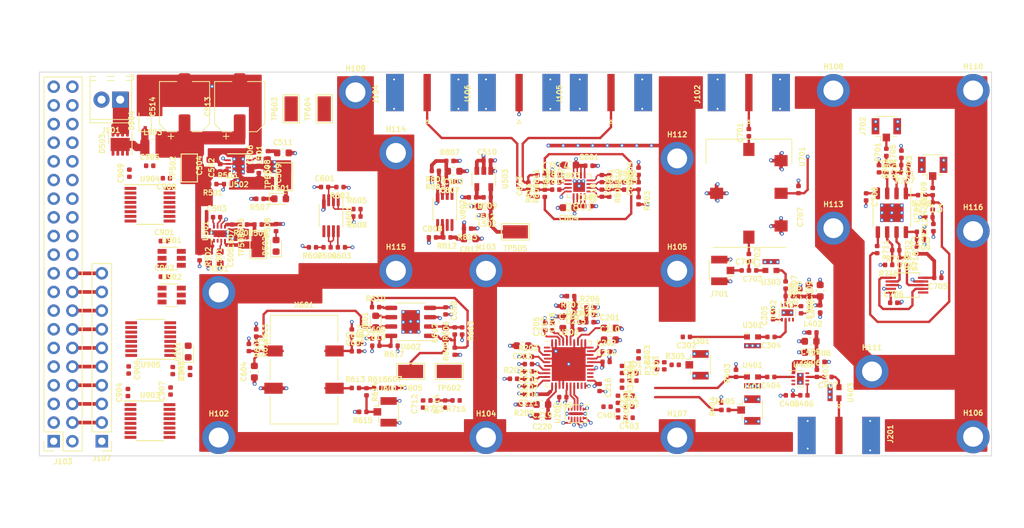
<source format=kicad_pcb>
(kicad_pcb (version 20171130) (host pcbnew 5.1.6-c6e7f7d~87~ubuntu20.04.1)
  (layers (0 F.Cu signal) (1 In1.Cu power) (2 In2.Cu signal) (31 B.Cu signal) (34 B.Paste user) (35 F.Paste user) (36 B.SilkS user) (37 F.SilkS user) (38 B.Mask user) (39 F.Mask user) (44 Edge.Cuts user))
  (net 0 "")
  (net 1 GND)
  (net 2 "Net-(C201-Pad1)")
  (net 3 "Net-(C202-Pad1)")
  (net 4 "Net-(C203-Pad1)")
  (net 5 "Net-(C204-Pad1)")
  (net 6 "Net-(C205-Pad1)")
  (net 7 /synth/REF_IN)
  (net 8 "Net-(C206-Pad1)")
  (net 9 "Net-(C207-Pad2)")
  (net 10 "Net-(C207-Pad1)")
  (net 11 "Net-(C208-Pad1)")
  (net 12 +3V3)
  (net 13 "Net-(C210-Pad1)")
  (net 14 "Net-(C215-Pad1)")
  (net 15 "Net-(C217-Pad1)")
  (net 16 "Net-(C219-Pad2)")
  (net 17 "Net-(C219-Pad1)")
  (net 18 "Net-(C301-Pad1)")
  (net 19 /synth/lo_amp/IN_P)
  (net 20 "Net-(C302-Pad1)")
  (net 21 /synth/lo_amp/IN_N)
  (net 22 "Net-(C303-Pad1)")
  (net 23 "Net-(C304-Pad2)")
  (net 24 "Net-(C304-Pad1)")
  (net 25 "Net-(C305-Pad1)")
  (net 26 "Net-(C307-Pad2)")
  (net 27 "Net-(C307-Pad1)")
  (net 28 "Net-(C401-Pad1)")
  (net 29 /synth/aux_output/IN_P)
  (net 30 "Net-(C402-Pad1)")
  (net 31 /synth/aux_output/IN_N)
  (net 32 "Net-(C403-Pad1)")
  (net 33 "Net-(C404-Pad2)")
  (net 34 "Net-(C404-Pad1)")
  (net 35 "Net-(C405-Pad1)")
  (net 36 "Net-(C407-Pad2)")
  (net 37 "Net-(C407-Pad1)")
  (net 38 VPP)
  (net 39 "Net-(C503-Pad2)")
  (net 40 "Net-(C503-Pad1)")
  (net 41 "Net-(C505-Pad1)")
  (net 42 "Net-(C506-Pad1)")
  (net 43 "Net-(C507-Pad1)")
  (net 44 -3V3)
  (net 45 +3.3VA)
  (net 46 "Net-(C512-Pad1)")
  (net 47 "Net-(C601-Pad2)")
  (net 48 "Net-(C602-Pad2)")
  (net 49 "Net-(C602-Pad1)")
  (net 50 /ref_pll/VT_REF)
  (net 51 "Net-(C605-Pad1)")
  (net 52 "Net-(C607-Pad1)")
  (net 53 "Net-(C609-Pad2)")
  (net 54 /rf_path/RF_IN)
  (net 55 "Net-(C701-Pad1)")
  (net 56 "Net-(C702-Pad2)")
  (net 57 "Net-(C702-Pad1)")
  (net 58 /rf_path/LO_IN)
  (net 59 "Net-(C704-Pad1)")
  (net 60 "Net-(C707-Pad2)")
  (net 61 "Net-(C709-Pad2)")
  (net 62 "Net-(C711-Pad2)")
  (net 63 "Net-(C711-Pad1)")
  (net 64 "Net-(C712-Pad2)")
  (net 65 -1V8)
  (net 66 "Net-(C805-Pad2)")
  (net 67 "Net-(C805-Pad1)")
  (net 68 "Net-(C806-Pad2)")
  (net 69 "Net-(C806-Pad1)")
  (net 70 "Net-(C807-Pad2)")
  (net 71 /adc/VREF)
  (net 72 "Net-(C810-Pad1)")
  (net 73 "Net-(C811-Pad1)")
  (net 74 /adc/VOCM)
  (net 75 /adc/VOUT_N)
  (net 76 /adc/VOUT_P)
  (net 77 GNDD)
  (net 78 +3.3VP)
  (net 79 /LMX_MUXout)
  (net 80 "Net-(D201-Pad1)")
  (net 81 "Net-(D501-Pad1)")
  (net 82 "Net-(D502-Pad2)")
  (net 83 "Net-(D503-Pad1)")
  (net 84 "Net-(D601-Pad2)")
  (net 85 "Net-(D601-Pad1)")
  (net 86 /power/VIN)
  (net 87 "Net-(J103-Pad39)")
  (net 88 "Net-(J103-Pad38)")
  (net 89 "Net-(J103-Pad36)")
  (net 90 "Net-(J103-Pad33)")
  (net 91 "Net-(J103-Pad32)")
  (net 92 /isolator/ADC_SDO)
  (net 93 "Net-(J103-Pad28)")
  (net 94 /isolator/ADC_SCK)
  (net 95 /isolator/REF_VT_CS)
  (net 96 /isolator/SYNTH_VT_CS)
  (net 97 "Net-(J103-Pad21)")
  (net 98 "Net-(J103-Pad18)")
  (net 99 /isolator/LMX_MUXOUT)
  (net 100 "Net-(J103-Pad16)")
  (net 101 /isolator/LMX_SDI)
  (net 102 "Net-(J103-Pad14)")
  (net 103 /isolator/LMX_CS)
  (net 104 "Net-(J103-Pad12)")
  (net 105 /isolator/LMX_SCK)
  (net 106 "Net-(J103-Pad10)")
  (net 107 /isolator/LMX_CE)
  (net 108 "Net-(J103-Pad8)")
  (net 109 "Net-(J103-Pad7)")
  (net 110 "Net-(J103-Pad6)")
  (net 111 "Net-(J103-Pad5)")
  (net 112 "Net-(J103-Pad4)")
  (net 113 /isolator/IF_G2)
  (net 114 /isolator/IF_G1)
  (net 115 /synth/aux_output/LO_OUT)
  (net 116 "Net-(J301-Pad1)")
  (net 117 "Net-(J401-Pad1)")
  (net 118 "Net-(J601-Pad1)")
  (net 119 "Net-(J702-Pad1)")
  (net 120 "Net-(J703-Pad1)")
  (net 121 "Net-(R203-Pad2)")
  (net 122 /ref_pll/VT_SYNTH_UNBUF)
  (net 123 "Net-(R306-Pad1)")
  (net 124 "Net-(R406-Pad1)")
  (net 125 "Net-(R501-Pad1)")
  (net 126 "Net-(R502-Pad2)")
  (net 127 "Net-(R504-Pad2)")
  (net 128 "Net-(R509-Pad2)")
  (net 129 /ref_pll/PHDET_IN)
  (net 130 /VT_SYNTH_TLM)
  (net 131 "Net-(R604-Pad1)")
  (net 132 /VT_REF_TLM)
  (net 133 "Net-(R605-Pad1)")
  (net 134 "Net-(R610-Pad2)")
  (net 135 "Net-(R613-Pad2)")
  (net 136 "Net-(R613-Pad1)")
  (net 137 "Net-(R704-Pad2)")
  (net 138 "Net-(R708-Pad1)")
  (net 139 "Net-(R711-Pad1)")
  (net 140 "Net-(R713-Pad1)")
  (net 141 "Net-(R715-Pad1)")
  (net 142 /adc/ADC_VIN)
  (net 143 "Net-(R718-Pad2)")
  (net 144 "Net-(R719-Pad2)")
  (net 145 /BUF_~PD)
  (net 146 "Net-(R808-Pad2)")
  (net 147 "Net-(R811-Pad1)")
  (net 148 "Net-(R814-Pad2)")
  (net 149 "Net-(R815-Pad2)")
  (net 150 /LMX_CSB)
  (net 151 "Net-(U201-Pad7)")
  (net 152 "Net-(U201-Pad8)")
  (net 153 /LMX_SDI)
  (net 154 "Net-(U201-Pad9)")
  (net 155 /LMX_SCK)
  (net 156 "Net-(U201-Pad10)")
  (net 157 /LMX_CE)
  (net 158 "Net-(U201-Pad11)")
  (net 159 "Net-(U201-Pad1)")
  (net 160 "Net-(U201-Pad12)")
  (net 161 "Net-(U302-Pad6)")
  (net 162 "Net-(U302-Pad4)")
  (net 163 "Net-(U302-Pad8)")
  (net 164 "Net-(U302-Pad3)")
  (net 165 "Net-(U402-Pad6)")
  (net 166 "Net-(U402-Pad4)")
  (net 167 "Net-(U402-Pad8)")
  (net 168 "Net-(U402-Pad3)")
  (net 169 /IF_G1)
  (net 170 "Net-(U702-Pad6)")
  (net 171 "Net-(U802-Pad8)")
  (net 172 "Net-(U802-Pad7)")
  (net 173 "Net-(U802-Pad5)")
  (net 174 "Net-(U802-Pad1)")
  (net 175 /isolator/REF_VT_CS_ISO)
  (net 176 /isolator/ADC_SDO_ISO)
  (net 177 /isolator/ADC_SCK_ISO)
  (net 178 /isolator/SYNTH_VT_CS_ISO)
  (net 179 /IF_G2)
  (net 180 "Net-(U903-Pad7)")
  (net 181 "Net-(U904-Pad7)")
  (net 182 "Net-(C713-Pad2)")
  (net 183 /isolator/BUF_~PD)
  (net 184 "Net-(J103-Pad3)")
  (net 185 "Net-(J103-Pad1)")
  (module Capacitor_SMD:C_0402_1005Metric (layer F.Cu) (at 100.25 79.75)
    (fp_text reference C814 (at 0 -1.17) (layer F.SilkS))
    (fp_text value "100 nF")
    (pad 2 smd roundrect (at 0.485 0) (size 0.59 0.64) (layers F.Cu F.Paste F.Mask) (net 74 /adc/VOCM))
    (pad 1 smd roundrect (at -0.485 0) (size 0.59 0.64) (layers F.Cu F.Paste F.Mask) (net 1 GND))
  )
  (module Package_DFN_QFN:VQFN-16-1EP_3x3mm_P0.5mm_EP1.6x1.6mm (layer F.Cu) (at 103.4125 81.25 180)
    (fp_text reference U801 (at 0 -2.82) (layer F.SilkS))
    (fp_text value THS4551)
    (pad 17 smd rect (at 0 0 180) (size 1.6 1.6) (layers F.Cu F.Mask) (net 12 +3V3))
    (pad 16 smd roundrect (at -0.75 -1.4375 180) (size 0.25 0.875) (layers F.Cu F.Paste F.Mask) (net 65 -1V8))
    (pad 15 smd roundrect (at -0.25 -1.4375 180) (size 0.25 0.875) (layers F.Cu F.Paste F.Mask) (net 65 -1V8))
    (pad 14 smd roundrect (at 0.25 -1.4375 180) (size 0.25 0.875) (layers F.Cu F.Paste F.Mask) (net 65 -1V8))
    (pad 13 smd roundrect (at 0.75 -1.4375 180) (size 0.25 0.875) (layers F.Cu F.Paste F.Mask) (net 65 -1V8))
    (pad 12 smd roundrect (at 1.4375 -0.75 180) (size 0.875 0.25) (layers F.Cu F.Paste F.Mask) (net 145 /BUF_~PD))
    (pad 11 smd roundrect (at 1.4375 -0.25 180) (size 0.875 0.25) (layers F.Cu F.Paste F.Mask) (net 148 "Net-(R814-Pad2)"))
    (pad 10 smd roundrect (at 1.4375 0.25 180) (size 0.875 0.25) (layers F.Cu F.Paste F.Mask) (net 149 "Net-(R815-Pad2)"))
    (pad 9 smd roundrect (at 1.4375 0.75 180) (size 0.875 0.25) (layers F.Cu F.Paste F.Mask) (net 74 /adc/VOCM))
    (pad 8 smd roundrect (at 0.75 1.4375 180) (size 0.25 0.875) (layers F.Cu F.Paste F.Mask) (net 12 +3V3))
    (pad 7 smd roundrect (at 0.25 1.4375 180) (size 0.25 0.875) (layers F.Cu F.Paste F.Mask) (net 12 +3V3))
    (pad 6 smd roundrect (at -0.25 1.4375 180) (size 0.25 0.875) (layers F.Cu F.Paste F.Mask) (net 12 +3V3))
    (pad 5 smd roundrect (at -0.75 1.4375 180) (size 0.25 0.875) (layers F.Cu F.Paste F.Mask) (net 12 +3V3))
    (pad 4 smd roundrect (at -1.4375 0.75 180) (size 0.875 0.25) (layers F.Cu F.Paste F.Mask) (net 73 "Net-(C811-Pad1)"))
    (pad 3 smd roundrect (at -1.4375 0.25 180) (size 0.875 0.25) (layers F.Cu F.Paste F.Mask) (net 68 "Net-(C806-Pad2)"))
    (pad 2 smd roundrect (at -1.4375 -0.25 180) (size 0.875 0.25) (layers F.Cu F.Paste F.Mask) (net 69 "Net-(C806-Pad1)"))
    (pad 1 smd roundrect (at -1.4375 -0.75 180) (size 0.875 0.25) (layers F.Cu F.Paste F.Mask) (net 72 "Net-(C810-Pad1)"))
  )
  (module Capacitor_SMD:C_0402_1005Metric (layer F.Cu) (at 151 85.5)
    (fp_text reference C713 (at 0 -1.17) (layer F.SilkS))
    (fp_text value DNI)
    (pad 2 smd roundrect (at 0.485 0) (size 0.59 0.64) (layers F.Cu F.Paste F.Mask) (net 182 "Net-(C713-Pad2)"))
    (pad 1 smd roundrect (at -0.485 0) (size 0.59 0.64) (layers F.Cu F.Paste F.Mask) (net 1 GND))
  )
  (module vna:SMA_Molex_73251-1153_OSHFR408 (layer F.Cu) (at 95.25 70.25 270)
    (fp_text reference J106 (at -1.5 7 90) (layer F.SilkS) (effects (font (size 0.7 0.7))))
    (fp_text value Conn_Coaxial)
    (pad 1 smd rect (at -1.72 0 270) (size 5.08 1) (layers F.Cu F.Paste F.Mask) (net 74 /adc/VOCM))
    (pad 2 smd rect (at -1.72 -4.38 270) (size 5.08 2.42) (layers F.Cu F.Paste F.Mask) (net 1 GND))
    (pad 2 smd rect (at -1.72 4.38 270) (size 5.08 2.42) (layers F.Cu F.Paste F.Mask) (net 1 GND))
    (pad 2 smd rect (at -1.72 -4.38 270) (size 5.08 2.42) (layers B.Cu B.Paste B.Mask) (net 1 GND))
    (pad 2 smd rect (at -1.72 4.38 270) (size 5.08 2.42) (layers B.Cu B.Paste B.Mask) (net 1 GND))
  )
  (module vna:SMA_Molex_73251-1153_OSHFR408 (layer F.Cu) (at 107.75 70.25 270)
    (fp_text reference J105 (at -1.5 7 90) (layer F.SilkS) (effects (font (size 0.7 0.7))))
    (fp_text value Conn_Coaxial)
    (pad 1 smd rect (at -1.72 0 270) (size 5.08 1) (layers F.Cu F.Paste F.Mask) (net 75 /adc/VOUT_N))
    (pad 2 smd rect (at -1.72 -4.38 270) (size 5.08 2.42) (layers F.Cu F.Paste F.Mask) (net 1 GND))
    (pad 2 smd rect (at -1.72 4.38 270) (size 5.08 2.42) (layers F.Cu F.Paste F.Mask) (net 1 GND))
    (pad 2 smd rect (at -1.72 -4.38 270) (size 5.08 2.42) (layers B.Cu B.Paste B.Mask) (net 1 GND))
    (pad 2 smd rect (at -1.72 4.38 270) (size 5.08 2.42) (layers B.Cu B.Paste B.Mask) (net 1 GND))
  )
  (module vna:SMA_Molex_73251-1153_OSHFR408 (layer F.Cu) (at 82.75 70.25 270)
    (fp_text reference J104 (at -1.5 7 90) (layer F.SilkS) (effects (font (size 0.7 0.7))))
    (fp_text value Conn_Coaxial)
    (pad 1 smd rect (at -1.72 0 270) (size 5.08 1) (layers F.Cu F.Paste F.Mask) (net 76 /adc/VOUT_P))
    (pad 2 smd rect (at -1.72 -4.38 270) (size 5.08 2.42) (layers F.Cu F.Paste F.Mask) (net 1 GND))
    (pad 2 smd rect (at -1.72 4.38 270) (size 5.08 2.42) (layers F.Cu F.Paste F.Mask) (net 1 GND))
    (pad 2 smd rect (at -1.72 -4.38 270) (size 5.08 2.42) (layers B.Cu B.Paste B.Mask) (net 1 GND))
    (pad 2 smd rect (at -1.72 4.38 270) (size 5.08 2.42) (layers B.Cu B.Paste B.Mask) (net 1 GND))
  )
  (module MountingHole:MountingHole_2.7mm_M2.5_ISO14580_Pad (layer F.Cu) (at 157 87.4)
    (fp_text reference H116 (at 0 -3.25) (layer F.SilkS) (effects (font (size 0.7 0.7))))
    (fp_text value MountingHole_Pad)
    (pad 1 thru_hole circle (at 0 0) (size 4.5 4.5) (drill 2.7) (layers *.Cu *.Mask) (net 1 GND))
  )
  (module MountingHole:MountingHole_2.7mm_M2.5_ISO14580_Pad (layer F.Cu) (at 78.5 92.8)
    (fp_text reference H115 (at 0 -3.25) (layer F.SilkS) (effects (font (size 0.7 0.7))))
    (fp_text value MountingHole_Pad)
    (pad 1 thru_hole circle (at 0 0) (size 4.5 4.5) (drill 2.7) (layers *.Cu *.Mask) (net 1 GND))
  )
  (module MountingHole:MountingHole_2.7mm_M2.5_ISO14580_Pad (layer F.Cu) (at 78.5 76.75)
    (fp_text reference H114 (at 0 -3.25) (layer F.SilkS) (effects (font (size 0.7 0.7))))
    (fp_text value MountingHole_Pad)
    (pad 1 thru_hole circle (at 0 0) (size 4.5 4.5) (drill 2.7) (layers *.Cu *.Mask) (net 1 GND))
  )
  (module MountingHole:MountingHole_2.7mm_M2.5_ISO14580_Pad (layer F.Cu) (at 138 87)
    (fp_text reference H113 (at 0 -3.25) (layer F.SilkS) (effects (font (size 0.7 0.7))))
    (fp_text value MountingHole_Pad)
    (pad 1 thru_hole circle (at 0 0) (size 4.5 4.5) (drill 2.7) (layers *.Cu *.Mask) (net 1 GND))
  )
  (module MountingHole:MountingHole_2.7mm_M2.5_ISO14580_Pad (layer F.Cu) (at 116.75 77.5)
    (fp_text reference H112 (at 0 -3.25) (layer F.SilkS) (effects (font (size 0.7 0.7))))
    (fp_text value MountingHole_Pad)
    (pad 1 thru_hole circle (at 0 0) (size 4.5 4.5) (drill 2.7) (layers *.Cu *.Mask) (net 1 GND))
  )
  (module MountingHole:MountingHole_2.7mm_M2.5_ISO14580_Pad (layer F.Cu) (at 143.25 106.5)
    (fp_text reference H111 (at 0 -3.25) (layer F.SilkS) (effects (font (size 0.7 0.7))))
    (fp_text value MountingHole_Pad)
    (pad 1 thru_hole circle (at 0 0) (size 4.5 4.5) (drill 2.7) (layers *.Cu *.Mask) (net 1 GND))
  )
  (module MountingHole:MountingHole_2.7mm_M2.5_ISO14580_Pad (layer F.Cu) (at 157 68.25)
    (fp_text reference H110 (at 0 -3.25) (layer F.SilkS) (effects (font (size 0.7 0.7))))
    (fp_text value MountingHole_Pad)
    (pad 1 thru_hole circle (at 0 0) (size 4.5 4.5) (drill 2.7) (layers *.Cu *.Mask) (net 1 GND))
  )
  (module MountingHole:MountingHole_2.7mm_M2.5_ISO14580_Pad (layer F.Cu) (at 73 68.5)
    (fp_text reference H109 (at 0 -3.25) (layer F.SilkS) (effects (font (size 0.7 0.7))))
    (fp_text value MountingHole_Pad)
    (pad 1 thru_hole circle (at 0 0) (size 4.5 4.5) (drill 2.7) (layers *.Cu *.Mask) (net 1 GND))
  )
  (module MountingHole:MountingHole_2.7mm_M2.5_ISO14580_Pad (layer F.Cu) (at 138 68.25)
    (fp_text reference H108 (at 0 -3.25) (layer F.SilkS) (effects (font (size 0.7 0.7))))
    (fp_text value MountingHole_Pad)
    (pad 1 thru_hole circle (at 0 0) (size 4.5 4.5) (drill 2.7) (layers *.Cu *.Mask) (net 1 GND))
  )
  (module MountingHole:MountingHole_2.7mm_M2.5_ISO14580_Pad (layer F.Cu) (at 116.75 115.5)
    (fp_text reference H107 (at 0 -3.25) (layer F.SilkS) (effects (font (size 0.7 0.7))))
    (fp_text value MountingHole_Pad)
    (pad 1 thru_hole circle (at 0 0) (size 4.5 4.5) (drill 2.7) (layers *.Cu *.Mask) (net 1 GND))
  )
  (module MountingHole:MountingHole_2.7mm_M2.5_ISO14580_Pad (layer F.Cu) (at 157 115.4)
    (fp_text reference H106 (at 0 -3.25) (layer F.SilkS) (effects (font (size 0.7 0.7))))
    (fp_text value MountingHole_Pad)
    (pad 1 thru_hole circle (at 0 0) (size 4.5 4.5) (drill 2.7) (layers *.Cu *.Mask) (net 1 GND))
  )
  (module MountingHole:MountingHole_2.7mm_M2.5_ISO14580_Pad (layer F.Cu) (at 116.75 92.8)
    (fp_text reference H105 (at 0 -3.25) (layer F.SilkS) (effects (font (size 0.7 0.7))))
    (fp_text value MountingHole_Pad)
    (pad 1 thru_hole circle (at 0 0) (size 4.5 4.5) (drill 2.7) (layers *.Cu *.Mask) (net 1 GND))
  )
  (module MountingHole:MountingHole_2.7mm_M2.5_ISO14580_Pad (layer F.Cu) (at 90.75 115.5)
    (fp_text reference H104 (at 0 -3.25) (layer F.SilkS) (effects (font (size 0.7 0.7))))
    (fp_text value MountingHole_Pad)
    (pad 1 thru_hole circle (at 0 0) (size 4.5 4.5) (drill 2.7) (layers *.Cu *.Mask) (net 1 GND))
  )
  (module MountingHole:MountingHole_2.7mm_M2.5_ISO14580_Pad (layer F.Cu) (at 90.75 92.8)
    (fp_text reference H103 (at 0 -3.25) (layer F.SilkS) (effects (font (size 0.7 0.7))))
    (fp_text value MountingHole_Pad)
    (pad 1 thru_hole circle (at 0 0) (size 4.5 4.5) (drill 2.7) (layers *.Cu *.Mask) (net 1 GND))
  )
  (module MountingHole:MountingHole_2.7mm_M2.5_ISO14580_Pad (layer F.Cu) (at 54.4 115.5)
    (fp_text reference H102 (at 0 -3.25) (layer F.SilkS) (effects (font (size 0.7 0.7))))
    (fp_text value MountingHole_Pad)
    (pad 1 thru_hole circle (at 0 0) (size 4.5 4.5) (drill 2.7) (layers *.Cu *.Mask) (net 1 GND))
  )
  (module MountingHole:MountingHole_2.7mm_M2.5_ISO14580_Pad (layer F.Cu) (at 54.4 95.75)
    (fp_text reference H101 (at 0 -3.25) (layer F.SilkS) (effects (font (size 0.7 0.7))))
    (fp_text value MountingHole_Pad)
    (pad 1 thru_hole circle (at 0 0) (size 4.5 4.5) (drill 2.7) (layers *.Cu *.Mask) (net 1 GND))
  )
  (module Capacitor_SMD:C_0402_1005Metric (layer F.Cu) (at 42.25 79.515 90)
    (fp_text reference C909 (at 0 -1.17 90) (layer F.SilkS) (effects (font (size 0.7 0.7))))
    (fp_text value "100 nF")
    (pad 2 smd roundrect (at 0.485 0 90) (size 0.59 0.64) (layers F.Cu F.Paste F.Mask) (net 77 GNDD))
    (pad 1 smd roundrect (at -0.485 0 90) (size 0.59 0.64) (layers F.Cu F.Paste F.Mask) (net 78 +3.3VP))
  )
  (module Capacitor_SMD:C_0402_1005Metric (layer F.Cu) (at 47.285 80.2 180)
    (fp_text reference C908 (at 0 -1.17) (layer F.SilkS) (effects (font (size 0.7 0.7))))
    (fp_text value "100 nF")
    (pad 2 smd roundrect (at 0.485 0 180) (size 0.59 0.64) (layers F.Cu F.Paste F.Mask) (net 1 GND))
    (pad 1 smd roundrect (at -0.485 0 180) (size 0.59 0.64) (layers F.Cu F.Paste F.Mask) (net 12 +3V3))
  )
  (module Capacitor_SMD:CP_Elec_6.3x5.9 (layer F.Cu) (at 49.75 70.45 90)
    (fp_text reference C514 (at 0 -4.35 90) (layer F.SilkS) (effects (font (size 0.7 0.7))))
    (fp_text value "270 uF")
    (pad 2 smd roundrect (at 2.8 0 90) (size 3.5 1.6) (layers F.Cu F.Paste F.Mask) (roundrect_rratio 0.15625) (net 1 GND))
    (pad 1 smd roundrect (at -2.8 0 90) (size 3.5 1.6) (layers F.Cu F.Paste F.Mask) (roundrect_rratio 0.15625) (net 38 VPP))
  )
  (module Capacitor_SMD:CP_Elec_6.3x5.9 (layer F.Cu) (at 57.25 70.45 90)
    (fp_text reference C513 (at 0 -4.35 90) (layer F.SilkS) (effects (font (size 0.7 0.7))))
    (fp_text value "270 uF")
    (pad 2 smd roundrect (at 2.8 0 90) (size 3.5 1.6) (layers F.Cu F.Paste F.Mask) (roundrect_rratio 0.15625) (net 1 GND))
    (pad 1 smd roundrect (at -2.8 0 90) (size 3.5 1.6) (layers F.Cu F.Paste F.Mask) (roundrect_rratio 0.15625) (net 38 VPP))
  )
  (module vna:AP02002_DFN8_DIODE (layer F.Cu) (at 41 75.5 90)
    (fp_text reference D503 (at 0 -2.45 90) (layer F.SilkS) (effects (font (size 0.7 0.7))))
    (fp_text value B3L30LP)
    (pad 1 smd rect (at -0.1 0 90) (size 1.8 2.59) (layers F.Cu F.Mask) (net 83 "Net-(D503-Pad1)"))
    (pad 2 smd roundrect (at 1.3 -0.975 90) (size 0.65 0.39) (layers F.Cu F.Paste F.Mask) (net 86 /power/VIN))
    (pad 2 smd roundrect (at 1.3 -0.325 90) (size 0.65 0.39) (layers F.Cu F.Paste F.Mask) (net 86 /power/VIN))
    (pad 2 smd roundrect (at 1.3 0.325 90) (size 0.65 0.39) (layers F.Cu F.Paste F.Mask) (net 86 /power/VIN))
    (pad 2 smd roundrect (at 1.3 0.975 90) (size 0.65 0.39) (layers F.Cu F.Paste F.Mask) (net 86 /power/VIN))
    (pad 1 smd roundrect (at -1.3 0.975 90) (size 0.65 0.39) (layers F.Cu F.Paste F.Mask) (net 83 "Net-(D503-Pad1)"))
    (pad 1 smd roundrect (at -1.3 0.325 90) (size 0.65 0.39) (layers F.Cu F.Paste F.Mask) (net 83 "Net-(D503-Pad1)"))
    (pad 1 smd roundrect (at -1.3 -0.325 90) (size 0.65 0.39) (layers F.Cu F.Paste F.Mask) (net 83 "Net-(D503-Pad1)"))
    (pad 1 smd roundrect (at -1.3 -0.975 90) (size 0.65 0.39) (layers F.Cu F.Paste F.Mask) (net 83 "Net-(D503-Pad1)"))
  )
  (module Package_TO_SOT_SMD:SOT-23-5 (layer F.Cu) (at 90.45 80.3 270)
    (fp_text reference U503 (at 0 -2.9 90) (layer F.SilkS) (effects (font (size 0.7 0.7))))
    (fp_text value TPS72301DB)
    (pad 5 smd rect (at 1.1 -0.95 270) (size 1.06 0.65) (layers F.Cu F.Paste F.Mask) (net 46 "Net-(C512-Pad1)"))
    (pad 4 smd rect (at 1.1 0.95 270) (size 1.06 0.65) (layers F.Cu F.Paste F.Mask) (net 128 "Net-(R509-Pad2)"))
    (pad 3 smd rect (at -1.1 0.95 270) (size 1.06 0.65) (layers F.Cu F.Paste F.Mask) (net 44 -3V3))
    (pad 2 smd rect (at -1.1 0 270) (size 1.06 0.65) (layers F.Cu F.Paste F.Mask) (net 44 -3V3))
    (pad 1 smd rect (at -1.1 -0.95 270) (size 1.06 0.65) (layers F.Cu F.Paste F.Mask) (net 1 GND))
  )
  (module vna:SMA_Molex_73251-1153_OSHFR408 (layer F.Cu) (at 138.75 113.5 90)
    (fp_text reference J201 (at -1.5 7 90) (layer F.SilkS) (effects (font (size 0.7 0.7))))
    (fp_text value Conn_Coaxial)
    (pad 1 smd rect (at -1.72 0 90) (size 5.08 1) (layers F.Cu F.Paste F.Mask) (net 115 /synth/aux_output/LO_OUT))
    (pad 2 smd rect (at -1.72 -4.38 90) (size 5.08 2.42) (layers F.Cu F.Paste F.Mask) (net 1 GND))
    (pad 2 smd rect (at -1.72 4.38 90) (size 5.08 2.42) (layers F.Cu F.Paste F.Mask) (net 1 GND))
    (pad 2 smd rect (at -1.72 -4.38 90) (size 5.08 2.42) (layers B.Cu B.Paste B.Mask) (net 1 GND))
    (pad 2 smd rect (at -1.72 4.38 90) (size 5.08 2.42) (layers B.Cu B.Paste B.Mask) (net 1 GND))
  )
  (module vna:SMA_Molex_73251-1153_OSHFR408 (layer F.Cu) (at 126.5 70.25 270)
    (fp_text reference J102 (at -1.5 7 90) (layer F.SilkS) (effects (font (size 0.7 0.7))))
    (fp_text value Conn_Coaxial)
    (pad 1 smd rect (at -1.72 0 270) (size 5.08 1) (layers F.Cu F.Paste F.Mask) (net 54 /rf_path/RF_IN))
    (pad 2 smd rect (at -1.72 -4.38 270) (size 5.08 2.42) (layers F.Cu F.Paste F.Mask) (net 1 GND))
    (pad 2 smd rect (at -1.72 4.38 270) (size 5.08 2.42) (layers F.Cu F.Paste F.Mask) (net 1 GND))
    (pad 2 smd rect (at -1.72 -4.38 270) (size 5.08 2.42) (layers B.Cu B.Paste B.Mask) (net 1 GND))
    (pad 2 smd rect (at -1.72 4.38 270) (size 5.08 2.42) (layers B.Cu B.Paste B.Mask) (net 1 GND))
  )
  (module Capacitor_SMD:C_0603_1608Metric (layer F.Cu) (at 59.25 106.5375 90)
    (fp_text reference C604 (at 0 -1.43 90) (layer F.SilkS) (effects (font (size 0.7 0.7))))
    (fp_text value "1 uF")
    (pad 2 smd roundrect (at 0.7875 0 90) (size 0.875 0.95) (layers F.Cu F.Paste F.Mask) (net 50 /ref_pll/VT_REF))
    (pad 1 smd roundrect (at -0.7875 0 90) (size 0.875 0.95) (layers F.Cu F.Paste F.Mask) (net 1 GND))
  )
  (module Capacitor_SMD:C_0603_1608Metric (layer F.Cu) (at 85.25 101.2875 90)
    (fp_text reference C602 (at 0 -1.43 90) (layer F.SilkS) (effects (font (size 0.7 0.7))))
    (fp_text value C_Small)
    (pad 2 smd roundrect (at 0.7875 0 90) (size 0.875 0.95) (layers F.Cu F.Paste F.Mask) (net 48 "Net-(C602-Pad2)"))
    (pad 1 smd roundrect (at -0.7875 0 90) (size 0.875 0.95) (layers F.Cu F.Paste F.Mask) (net 49 "Net-(C602-Pad1)"))
  )
  (module Oscillator:Oscillator_SMD_Abracon_ABLNO (layer F.Cu) (at 66 106.25)
    (fp_text reference X601 (at 0 -8.8) (layer F.SilkS) (effects (font (size 0.7 0.7))))
    (fp_text value ABLNO)
    (pad 3 smd rect (at 2.9 2.54 270) (size 1.5 2.5) (drill (offset 0 -1.25)) (layers F.Cu F.Paste F.Mask) (net 136 "Net-(R613-Pad1)"))
    (pad 2 smd rect (at -2.9 2.54 270) (size 1.5 2.5) (drill (offset 0 1.25)) (layers F.Cu F.Paste F.Mask) (net 1 GND))
    (pad 1 smd rect (at -2.9 -2.54 270) (size 1.5 2.5) (drill (offset 0 1.25)) (layers F.Cu F.Paste F.Mask) (net 50 /ref_pll/VT_REF))
    (pad 4 smd rect (at 2.9 -2.54 270) (size 1.5 2.5) (drill (offset 0 -1.25)) (layers F.Cu F.Paste F.Mask) (net 51 "Net-(C605-Pad1)"))
  )
  (module Package_SO:QSOP-16_3.9x4.9mm_P0.635mm (layer F.Cu) (at 45.15 102.1 180)
    (fp_text reference U905 (at 0 -3.5) (layer F.SilkS) (effects (font (size 0.7 0.7))))
    (fp_text value Si8642BB-B-IU)
    (pad 16 smd rect (at 2.6543 -2.2225 180) (size 1.6 0.41) (layers F.Cu F.Paste F.Mask) (net 78 +3.3VP))
    (pad 15 smd rect (at 2.6543 -1.5875 180) (size 1.6 0.41) (layers F.Cu F.Paste F.Mask) (net 77 GNDD))
    (pad 14 smd rect (at 2.6543 -0.9525 180) (size 1.6 0.41) (layers F.Cu F.Paste F.Mask) (net 99 /isolator/LMX_MUXOUT))
    (pad 13 smd rect (at 2.6543 -0.3175 180) (size 1.6 0.41) (layers F.Cu F.Paste F.Mask) (net 92 /isolator/ADC_SDO))
    (pad 12 smd rect (at 2.6543 0.3175 180) (size 1.6 0.41) (layers F.Cu F.Paste F.Mask) (net 94 /isolator/ADC_SCK))
    (pad 11 smd rect (at 2.6543 0.9525 180) (size 1.6 0.41) (layers F.Cu F.Paste F.Mask) (net 183 /isolator/BUF_~PD))
    (pad 10 smd rect (at 2.6543 1.5875 180) (size 1.6 0.41) (layers F.Cu F.Paste F.Mask) (net 78 +3.3VP))
    (pad 9 smd rect (at 2.6543 2.2225 180) (size 1.6 0.41) (layers F.Cu F.Paste F.Mask) (net 77 GNDD))
    (pad 8 smd rect (at -2.6543 2.2225 180) (size 1.6 0.41) (layers F.Cu F.Paste F.Mask) (net 1 GND))
    (pad 7 smd rect (at -2.6543 1.5875 180) (size 1.6 0.41) (layers F.Cu F.Paste F.Mask) (net 12 +3V3))
    (pad 6 smd rect (at -2.6543 0.9525 180) (size 1.6 0.41) (layers F.Cu F.Paste F.Mask) (net 145 /BUF_~PD))
    (pad 5 smd rect (at -2.6543 0.3175 180) (size 1.6 0.41) (layers F.Cu F.Paste F.Mask) (net 177 /isolator/ADC_SCK_ISO))
    (pad 4 smd rect (at -2.6543 -0.3175 180) (size 1.6 0.41) (layers F.Cu F.Paste F.Mask) (net 176 /isolator/ADC_SDO_ISO))
    (pad 3 smd rect (at -2.6543 -0.9525 180) (size 1.6 0.41) (layers F.Cu F.Paste F.Mask) (net 79 /LMX_MUXout))
    (pad 2 smd rect (at -2.6543 -1.5875 180) (size 1.6 0.41) (layers F.Cu F.Paste F.Mask) (net 1 GND))
    (pad 1 smd rect (at -2.6543 -2.2225 180) (size 1.6 0.41) (layers F.Cu F.Paste F.Mask) (net 12 +3V3))
  )
  (module Package_SO:QSOP-16_3.9x4.9mm_P0.635mm (layer F.Cu) (at 45.05 83.8)
    (fp_text reference U904 (at 0 -3.5) (layer F.SilkS) (effects (font (size 0.7 0.7))))
    (fp_text value Si8640BB-B-IU)
    (pad 16 smd rect (at 2.6543 -2.2225) (size 1.6 0.41) (layers F.Cu F.Paste F.Mask) (net 12 +3V3))
    (pad 15 smd rect (at 2.6543 -1.5875) (size 1.6 0.41) (layers F.Cu F.Paste F.Mask) (net 1 GND))
    (pad 14 smd rect (at 2.6543 -0.9525) (size 1.6 0.41) (layers F.Cu F.Paste F.Mask) (net 169 /IF_G1))
    (pad 13 smd rect (at 2.6543 -0.3175) (size 1.6 0.41) (layers F.Cu F.Paste F.Mask) (net 179 /IF_G2))
    (pad 12 smd rect (at 2.6543 0.3175) (size 1.6 0.41) (layers F.Cu F.Paste F.Mask) (net 178 /isolator/SYNTH_VT_CS_ISO))
    (pad 11 smd rect (at 2.6543 0.9525) (size 1.6 0.41) (layers F.Cu F.Paste F.Mask) (net 175 /isolator/REF_VT_CS_ISO))
    (pad 10 smd rect (at 2.6543 1.5875) (size 1.6 0.41) (layers F.Cu F.Paste F.Mask) (net 12 +3V3))
    (pad 9 smd rect (at 2.6543 2.2225) (size 1.6 0.41) (layers F.Cu F.Paste F.Mask) (net 1 GND))
    (pad 8 smd rect (at -2.6543 2.2225) (size 1.6 0.41) (layers F.Cu F.Paste F.Mask) (net 77 GNDD))
    (pad 7 smd rect (at -2.6543 1.5875) (size 1.6 0.41) (layers F.Cu F.Paste F.Mask) (net 181 "Net-(U904-Pad7)"))
    (pad 6 smd rect (at -2.6543 0.9525) (size 1.6 0.41) (layers F.Cu F.Paste F.Mask) (net 95 /isolator/REF_VT_CS))
    (pad 5 smd rect (at -2.6543 0.3175) (size 1.6 0.41) (layers F.Cu F.Paste F.Mask) (net 96 /isolator/SYNTH_VT_CS))
    (pad 4 smd rect (at -2.6543 -0.3175) (size 1.6 0.41) (layers F.Cu F.Paste F.Mask) (net 113 /isolator/IF_G2))
    (pad 3 smd rect (at -2.6543 -0.9525) (size 1.6 0.41) (layers F.Cu F.Paste F.Mask) (net 114 /isolator/IF_G1))
    (pad 2 smd rect (at -2.6543 -1.5875) (size 1.6 0.41) (layers F.Cu F.Paste F.Mask) (net 77 GNDD))
    (pad 1 smd rect (at -2.6543 -2.2225) (size 1.6 0.41) (layers F.Cu F.Paste F.Mask) (net 78 +3.3VP))
  )
  (module Package_SO:QSOP-16_3.9x4.9mm_P0.635mm (layer F.Cu) (at 45.05 113.25)
    (fp_text reference U903 (at 0 -3.5) (layer F.SilkS) (effects (font (size 0.7 0.7))))
    (fp_text value Si8640BB-B-IU)
    (pad 16 smd rect (at 2.6543 -2.2225) (size 1.6 0.41) (layers F.Cu F.Paste F.Mask) (net 12 +3V3))
    (pad 15 smd rect (at 2.6543 -1.5875) (size 1.6 0.41) (layers F.Cu F.Paste F.Mask) (net 1 GND))
    (pad 14 smd rect (at 2.6543 -0.9525) (size 1.6 0.41) (layers F.Cu F.Paste F.Mask) (net 153 /LMX_SDI))
    (pad 13 smd rect (at 2.6543 -0.3175) (size 1.6 0.41) (layers F.Cu F.Paste F.Mask) (net 150 /LMX_CSB))
    (pad 12 smd rect (at 2.6543 0.3175) (size 1.6 0.41) (layers F.Cu F.Paste F.Mask) (net 157 /LMX_CE))
    (pad 11 smd rect (at 2.6543 0.9525) (size 1.6 0.41) (layers F.Cu F.Paste F.Mask) (net 155 /LMX_SCK))
    (pad 10 smd rect (at 2.6543 1.5875) (size 1.6 0.41) (layers F.Cu F.Paste F.Mask) (net 12 +3V3))
    (pad 9 smd rect (at 2.6543 2.2225) (size 1.6 0.41) (layers F.Cu F.Paste F.Mask) (net 1 GND))
    (pad 8 smd rect (at -2.6543 2.2225) (size 1.6 0.41) (layers F.Cu F.Paste F.Mask) (net 77 GNDD))
    (pad 7 smd rect (at -2.6543 1.5875) (size 1.6 0.41) (layers F.Cu F.Paste F.Mask) (net 180 "Net-(U903-Pad7)"))
    (pad 6 smd rect (at -2.6543 0.9525) (size 1.6 0.41) (layers F.Cu F.Paste F.Mask) (net 105 /isolator/LMX_SCK))
    (pad 5 smd rect (at -2.6543 0.3175) (size 1.6 0.41) (layers F.Cu F.Paste F.Mask) (net 107 /isolator/LMX_CE))
    (pad 4 smd rect (at -2.6543 -0.3175) (size 1.6 0.41) (layers F.Cu F.Paste F.Mask) (net 103 /isolator/LMX_CS))
    (pad 3 smd rect (at -2.6543 -0.9525) (size 1.6 0.41) (layers F.Cu F.Paste F.Mask) (net 101 /isolator/LMX_SDI))
    (pad 2 smd rect (at -2.6543 -1.5875) (size 1.6 0.41) (layers F.Cu F.Paste F.Mask) (net 77 GNDD))
    (pad 1 smd rect (at -2.6543 -2.2225) (size 1.6 0.41) (layers F.Cu F.Paste F.Mask) (net 78 +3.3VP))
  )
  (module Package_TO_SOT_SMD:TSOT-23-6 (layer F.Cu) (at 48 96.1)
    (fp_text reference U902 (at 0 -2.45) (layer F.SilkS) (effects (font (size 0.7 0.7))))
    (fp_text value ADS7868)
    (pad 6 smd rect (at 1.31 -0.95) (size 1.22 0.65) (layers F.Cu F.Paste F.Mask) (net 178 /isolator/SYNTH_VT_CS_ISO))
    (pad 5 smd rect (at 1.31 0) (size 1.22 0.65) (layers F.Cu F.Paste F.Mask) (net 176 /isolator/ADC_SDO_ISO))
    (pad 4 smd rect (at 1.31 0.95) (size 1.22 0.65) (layers F.Cu F.Paste F.Mask) (net 177 /isolator/ADC_SCK_ISO))
    (pad 3 smd rect (at -1.31 0.95) (size 1.22 0.65) (layers F.Cu F.Paste F.Mask) (net 132 /VT_REF_TLM))
    (pad 2 smd rect (at -1.31 0) (size 1.22 0.65) (layers F.Cu F.Paste F.Mask) (net 1 GND))
    (pad 1 smd rect (at -1.31 -0.95) (size 1.22 0.65) (layers F.Cu F.Paste F.Mask) (net 12 +3V3))
  )
  (module Package_TO_SOT_SMD:TSOT-23-6 (layer F.Cu) (at 48 91.1)
    (fp_text reference U901 (at 0 -2.45) (layer F.SilkS) (effects (font (size 0.7 0.7))))
    (fp_text value ADS7868)
    (pad 6 smd rect (at 1.31 -0.95) (size 1.22 0.65) (layers F.Cu F.Paste F.Mask) (net 175 /isolator/REF_VT_CS_ISO))
    (pad 5 smd rect (at 1.31 0) (size 1.22 0.65) (layers F.Cu F.Paste F.Mask) (net 176 /isolator/ADC_SDO_ISO))
    (pad 4 smd rect (at 1.31 0.95) (size 1.22 0.65) (layers F.Cu F.Paste F.Mask) (net 177 /isolator/ADC_SCK_ISO))
    (pad 3 smd rect (at -1.31 0.95) (size 1.22 0.65) (layers F.Cu F.Paste F.Mask) (net 130 /VT_SYNTH_TLM))
    (pad 2 smd rect (at -1.31 0) (size 1.22 0.65) (layers F.Cu F.Paste F.Mask) (net 1 GND))
    (pad 1 smd rect (at -1.31 -0.95) (size 1.22 0.65) (layers F.Cu F.Paste F.Mask) (net 12 +3V3))
  )
  (module Package_SO:MSOP-8_3x3mm_P0.65mm (layer F.Cu) (at 85.15 84.45 270)
    (fp_text reference U802 (at 0 -2.45 90) (layer F.SilkS) (effects (font (size 0.7 0.7))))
    (fp_text value LT6657BHMS8-2.5)
    (pad 1 smd roundrect (at -2.1125 -0.975 270) (size 1.625 0.4) (layers F.Cu F.Paste F.Mask) (net 174 "Net-(U802-Pad1)"))
    (pad 2 smd roundrect (at -2.1125 -0.325 270) (size 1.625 0.4) (layers F.Cu F.Paste F.Mask) (net 70 "Net-(C807-Pad2)"))
    (pad 3 smd roundrect (at -2.1125 0.325 270) (size 1.625 0.4) (layers F.Cu F.Paste F.Mask) (net 145 /BUF_~PD))
    (pad 4 smd roundrect (at -2.1125 0.975 270) (size 1.625 0.4) (layers F.Cu F.Paste F.Mask) (net 1 GND))
    (pad 5 smd roundrect (at 2.1125 0.975 270) (size 1.625 0.4) (layers F.Cu F.Paste F.Mask) (net 173 "Net-(U802-Pad5)"))
    (pad 6 smd roundrect (at 2.1125 0.325 270) (size 1.625 0.4) (layers F.Cu F.Paste F.Mask) (net 71 /adc/VREF))
    (pad 7 smd roundrect (at 2.1125 -0.325 270) (size 1.625 0.4) (layers F.Cu F.Paste F.Mask) (net 172 "Net-(U802-Pad7)"))
    (pad 8 smd roundrect (at 2.1125 -0.975 270) (size 1.625 0.4) (layers F.Cu F.Paste F.Mask) (net 171 "Net-(U802-Pad8)"))
  )
  (module Package_SO:SOIC-8-1EP_3.9x4.9mm_P1.27mm_EP2.514x3.2mm (layer F.Cu) (at 145.95 84.9 270)
    (fp_text reference U703 (at 0 -3.4 90) (layer F.SilkS) (effects (font (size 0.7 0.7))))
    (fp_text value OPA2211)
    (pad 9 smd rect (at 0 0 270) (size 2.514 3.2) (layers F.Cu F.Mask) (net 44 -3V3))
    (pad 8 smd roundrect (at 2.6375 -1.905 270) (size 1.625 0.6) (layers F.Cu F.Paste F.Mask) (net 61 "Net-(C709-Pad2)"))
    (pad 7 smd roundrect (at 2.6375 -0.635 270) (size 1.625 0.6) (layers F.Cu F.Paste F.Mask) (net 142 /adc/ADC_VIN))
    (pad 6 smd roundrect (at 2.6375 0.635 270) (size 1.625 0.6) (layers F.Cu F.Paste F.Mask) (net 141 "Net-(R715-Pad1)"))
    (pad 5 smd roundrect (at 2.6375 1.905 270) (size 1.625 0.6) (layers F.Cu F.Paste F.Mask) (net 139 "Net-(R711-Pad1)"))
    (pad 4 smd roundrect (at -2.6375 1.905 270) (size 1.625 0.6) (layers F.Cu F.Paste F.Mask) (net 44 -3V3))
    (pad 3 smd roundrect (at -2.6375 0.635 270) (size 1.625 0.6) (layers F.Cu F.Paste F.Mask) (net 137 "Net-(R704-Pad2)"))
    (pad 2 smd roundrect (at -2.6375 -0.635 270) (size 1.625 0.6) (layers F.Cu F.Paste F.Mask) (net 62 "Net-(C711-Pad2)"))
    (pad 1 smd roundrect (at -2.6375 -1.905 270) (size 1.625 0.6) (layers F.Cu F.Paste F.Mask) (net 63 "Net-(C711-Pad1)"))
  )
  (module Package_SO:MSOP-10_3x3mm_P0.5mm (layer F.Cu) (at 148 94.75)
    (fp_text reference U702 (at 0 -2.6) (layer F.SilkS) (effects (font (size 0.7 0.7))))
    (fp_text value ADG621)
    (pad 10 smd rect (at 2.2 -1) (size 1.4 0.3) (layers F.Cu F.Paste F.Mask) (net 45 +3.3VA))
    (pad 9 smd rect (at 2.2 -0.5) (size 1.4 0.3) (layers F.Cu F.Paste F.Mask) (net 169 /IF_G1))
    (pad 8 smd rect (at 2.2 0) (size 1.4 0.3) (layers F.Cu F.Paste F.Mask) (net 143 "Net-(R718-Pad2)"))
    (pad 7 smd rect (at 2.2 0.5) (size 1.4 0.3) (layers F.Cu F.Paste F.Mask) (net 141 "Net-(R715-Pad1)"))
    (pad 6 smd rect (at 2.2 1) (size 1.4 0.3) (layers F.Cu F.Paste F.Mask) (net 170 "Net-(U702-Pad6)"))
    (pad 5 smd rect (at -2.2 1) (size 1.4 0.3) (layers F.Cu F.Paste F.Mask) (net 44 -3V3))
    (pad 4 smd rect (at -2.2 0.5) (size 1.4 0.3) (layers F.Cu F.Paste F.Mask) (net 1 GND))
    (pad 3 smd rect (at -2.2 0) (size 1.4 0.3) (layers F.Cu F.Paste F.Mask) (net 179 /IF_G2))
    (pad 2 smd rect (at -2.2 -0.5) (size 1.4 0.3) (layers F.Cu F.Paste F.Mask) (net 144 "Net-(R719-Pad2)"))
    (pad 1 smd rect (at -2.2 -1) (size 1.4 0.3) (layers F.Cu F.Paste F.Mask) (net 141 "Net-(R715-Pad1)"))
  )
  (module RF_Mini-Circuits:Mini-Circuits_TTT167 (layer F.Cu) (at 126.5 82.25 270)
    (fp_text reference U701 (at -5 -7.25 270) (layer F.SilkS) (effects (font (size 0.7 0.7))))
    (fp_text value SYM-63LH+)
    (pad 6 smd rect (at -4.445 -4.3815 180) (size 1.778 1.524) (layers F.Cu F.Paste F.Mask) (net 1 GND))
    (pad 5 smd rect (at 4.445 -4.3815 180) (size 1.778 1.524) (layers F.Cu F.Paste F.Mask) (net 1 GND))
    (pad 3 smd rect (at 0 -4.3815 180) (size 1.778 1.524) (layers F.Cu F.Paste F.Mask) (net 60 "Net-(C707-Pad2)"))
    (pad 4 smd rect (at 0 4.3815) (size 1.778 1.524) (layers F.Cu F.Paste F.Mask) (net 1 GND))
    (pad 1 smd rect (at -5.969 0 270) (size 1.778 1.524) (layers F.Cu F.Paste F.Mask) (net 55 "Net-(C701-Pad1)"))
    (pad 2 smd rect (at 5.969 0 90) (size 1.778 1.524) (layers F.Cu F.Paste F.Mask) (net 57 "Net-(C702-Pad1)"))
  )
  (module Package_SO:SOIC-8-1EP_3.9x4.9mm_P1.27mm_EP2.514x3.2mm (layer F.Cu) (at 80.5 99.75 180)
    (fp_text reference U602 (at 0 -3.4) (layer F.SilkS) (effects (font (size 0.7 0.7))))
    (fp_text value OPA2211)
    (pad 9 smd rect (at 0 0 180) (size 2.514 3.2) (layers F.Cu F.Mask) (net 44 -3V3))
    (pad 8 smd roundrect (at 2.6375 -1.905 180) (size 1.625 0.6) (layers F.Cu F.Paste F.Mask) (net 53 "Net-(C609-Pad2)"))
    (pad 7 smd roundrect (at 2.6375 -0.635 180) (size 1.625 0.6) (layers F.Cu F.Paste F.Mask) (net 85 "Net-(D601-Pad1)"))
    (pad 6 smd roundrect (at 2.6375 0.635 180) (size 1.625 0.6) (layers F.Cu F.Paste F.Mask) (net 84 "Net-(D601-Pad2)"))
    (pad 5 smd roundrect (at 2.6375 1.905 180) (size 1.625 0.6) (layers F.Cu F.Paste F.Mask) (net 134 "Net-(R610-Pad2)"))
    (pad 4 smd roundrect (at -2.6375 1.905 180) (size 1.625 0.6) (layers F.Cu F.Paste F.Mask) (net 44 -3V3))
    (pad 3 smd roundrect (at -2.6375 0.635 180) (size 1.625 0.6) (layers F.Cu F.Paste F.Mask) (net 1 GND))
    (pad 2 smd roundrect (at -2.6375 -0.635 180) (size 1.625 0.6) (layers F.Cu F.Paste F.Mask) (net 48 "Net-(C602-Pad2)"))
    (pad 1 smd roundrect (at -2.6375 -1.905 180) (size 1.625 0.6) (layers F.Cu F.Paste F.Mask) (net 49 "Net-(C602-Pad1)"))
  )
  (module Package_SO:MSOP-8_3x3mm_P0.65mm (layer F.Cu) (at 69.675 85.3 270)
    (fp_text reference U601 (at 0 -2.45 90) (layer F.SilkS) (effects (font (size 0.7 0.7))))
    (fp_text value LM2904)
    (pad 8 smd roundrect (at 2.1125 -0.975 270) (size 1.625 0.4) (layers F.Cu F.Paste F.Mask) (net 12 +3V3))
    (pad 7 smd roundrect (at 2.1125 -0.325 270) (size 1.625 0.4) (layers F.Cu F.Paste F.Mask) (net 131 "Net-(R604-Pad1)"))
    (pad 6 smd roundrect (at 2.1125 0.325 270) (size 1.625 0.4) (layers F.Cu F.Paste F.Mask) (net 131 "Net-(R604-Pad1)"))
    (pad 5 smd roundrect (at 2.1125 0.975 270) (size 1.625 0.4) (layers F.Cu F.Paste F.Mask) (net 122 /ref_pll/VT_SYNTH_UNBUF))
    (pad 4 smd roundrect (at -2.1125 0.975 270) (size 1.625 0.4) (layers F.Cu F.Paste F.Mask) (net 1 GND))
    (pad 3 smd roundrect (at -2.1125 0.325 270) (size 1.625 0.4) (layers F.Cu F.Paste F.Mask) (net 47 "Net-(C601-Pad2)"))
    (pad 2 smd roundrect (at -2.1125 -0.325 270) (size 1.625 0.4) (layers F.Cu F.Paste F.Mask) (net 133 "Net-(R605-Pad1)"))
    (pad 1 smd roundrect (at -2.1125 -0.975 270) (size 1.625 0.4) (layers F.Cu F.Paste F.Mask) (net 133 "Net-(R605-Pad1)"))
  )
  (module Package_DFN_QFN:DFN-8-1EP_3x3mm_P0.5mm_EP1.66x2.38mm (layer F.Cu) (at 57.1 78.5 180)
    (fp_text reference U502 (at 0 -2.55) (layer F.SilkS) (effects (font (size 0.7 0.7))))
    (fp_text value ADM7171ACPZ-3.3-R7)
    (pad 9 smd rect (at 0 0 180) (size 1.66 2.38) (layers F.Cu F.Mask) (net 1 GND))
    (pad 8 smd rect (at 1.4 -0.75 180) (size 0.7 0.25) (layers F.Cu F.Paste F.Mask) (net 38 VPP))
    (pad 7 smd rect (at 1.4 -0.25 180) (size 0.7 0.25) (layers F.Cu F.Paste F.Mask) (net 38 VPP))
    (pad 6 smd rect (at 1.4 0.25 180) (size 0.7 0.25) (layers F.Cu F.Paste F.Mask) (net 1 GND))
    (pad 5 smd rect (at 1.4 0.75 180) (size 0.7 0.25) (layers F.Cu F.Paste F.Mask) (net 125 "Net-(R501-Pad1)"))
    (pad 4 smd rect (at -1.4 0.75 180) (size 0.7 0.25) (layers F.Cu F.Paste F.Mask) (net 42 "Net-(C506-Pad1)"))
    (pad 3 smd rect (at -1.4 0.25 180) (size 0.7 0.25) (layers F.Cu F.Paste F.Mask) (net 12 +3V3))
    (pad 2 smd rect (at -1.4 -0.25 180) (size 0.7 0.25) (layers F.Cu F.Paste F.Mask) (net 12 +3V3))
    (pad 1 smd rect (at -1.4 -0.75 180) (size 0.7 0.25) (layers F.Cu F.Paste F.Mask) (net 12 +3V3))
  )
  (module Package_SON:WSON-8-1EP_2x2mm_P0.5mm_EP0.9x1.6mm (layer F.Cu) (at 54.5 87.75 90)
    (fp_text reference U501 (at 0.38 -1.9 90) (layer F.SilkS) (effects (font (size 0.7 0.7))))
    (fp_text value LM27761)
    (pad 6 smd rect (at 0.95 0.25 90) (size 0.5 0.25) (layers F.Cu F.Paste F.Mask) (net 126 "Net-(R502-Pad2)"))
    (pad 5 smd rect (at 0.95 0.75 90) (size 0.5 0.25) (layers F.Cu F.Paste F.Mask) (net 127 "Net-(R504-Pad2)"))
    (pad 4 smd rect (at -0.95 0.75 90) (size 0.5 0.25) (layers F.Cu F.Paste F.Mask) (net 43 "Net-(C507-Pad1)"))
    (pad 2 smd rect (at -0.95 -0.25 90) (size 0.5 0.25) (layers F.Cu F.Paste F.Mask) (net 1 GND))
    (pad 1 smd rect (at -0.95 -0.75 90) (size 0.5 0.25) (layers F.Cu F.Paste F.Mask) (net 38 VPP))
    (pad 9 smd rect (at 0 0 90) (size 0.9 1.6) (layers F.Cu F.Mask) (net 1 GND))
    (pad 8 smd rect (at 0.95 -0.75 90) (size 0.5 0.25) (layers F.Cu F.Paste F.Mask) (net 40 "Net-(C503-Pad1)"))
    (pad 7 smd rect (at 0.95 -0.25 90) (size 0.5 0.25) (layers F.Cu F.Paste F.Mask) (net 39 "Net-(C503-Pad2)"))
    (pad 3 smd rect (at -0.95 0.25 90) (size 0.5 0.25) (layers F.Cu F.Paste F.Mask) (net 41 "Net-(C505-Pad1)"))
  )
  (module RF_Converter:RF_Attenuator_Susumu_PAT1220 (layer F.Cu) (at 138.15 109.4 270)
    (fp_text reference U403 (at 0 -2.2 90) (layer F.SilkS) (effects (font (size 0.7 0.7))))
    (fp_text value PAT1220-C-3DB)
    (pad 2 smd rect (at 0.75 -0.6 270) (size 0.8 0.7) (layers F.Cu F.Paste F.Mask) (net 115 /synth/aux_output/LO_OUT))
    (pad 3 smd rect (at 0 0.6 270) (size 2.3 0.7) (layers F.Cu F.Paste F.Mask) (net 1 GND))
    (pad 1 smd rect (at -0.75 -0.6 270) (size 0.8 0.7) (layers F.Cu F.Paste F.Mask) (net 37 "Net-(C407-Pad1)"))
  )
  (module Package_SON:WSON-8-1EP_2x2mm_P0.5mm_EP0.9x1.6mm (layer F.Cu) (at 133.5 107.5)
    (fp_text reference U402 (at 0.38 -1.9) (layer F.SilkS) (effects (font (size 0.7 0.7))))
    (fp_text value TRF37A73)
    (pad 6 smd rect (at 0.95 0.25) (size 0.5 0.25) (layers F.Cu F.Paste F.Mask) (net 165 "Net-(U402-Pad6)"))
    (pad 5 smd rect (at 0.95 0.75) (size 0.5 0.25) (layers F.Cu F.Paste F.Mask) (net 124 "Net-(R406-Pad1)"))
    (pad 4 smd rect (at -0.95 0.75) (size 0.5 0.25) (layers F.Cu F.Paste F.Mask) (net 166 "Net-(U402-Pad4)"))
    (pad 2 smd rect (at -0.95 -0.25) (size 0.5 0.25) (layers F.Cu F.Paste F.Mask) (net 34 "Net-(C404-Pad1)"))
    (pad 1 smd rect (at -0.95 -0.75) (size 0.5 0.25) (layers F.Cu F.Paste F.Mask) (net 35 "Net-(C405-Pad1)"))
    (pad 9 smd rect (at 0 0) (size 0.9 1.6) (layers F.Cu F.Mask) (net 1 GND))
    (pad 8 smd rect (at 0.95 -0.75) (size 0.5 0.25) (layers F.Cu F.Paste F.Mask) (net 167 "Net-(U402-Pad8)"))
    (pad 7 smd rect (at 0.95 -0.25) (size 0.5 0.25) (layers F.Cu F.Paste F.Mask) (net 36 "Net-(C407-Pad2)"))
    (pad 3 smd rect (at -0.95 0.25) (size 0.5 0.25) (layers F.Cu F.Paste F.Mask) (net 168 "Net-(U402-Pad3)"))
  )
  (module RF_Converter:RF_Attenuator_Susumu_PAT1220 (layer F.Cu) (at 127 107.85)
    (fp_text reference U401 (at 0 -2.2) (layer F.SilkS) (effects (font (size 0.7 0.7))))
    (fp_text value PAT1220-C-3DB)
    (pad 2 smd rect (at 0.75 -0.6) (size 0.8 0.7) (layers F.Cu F.Paste F.Mask) (net 33 "Net-(C404-Pad2)"))
    (pad 3 smd rect (at 0 0.6) (size 2.3 0.7) (layers F.Cu F.Paste F.Mask) (net 1 GND))
    (pad 1 smd rect (at -0.75 -0.6) (size 0.8 0.7) (layers F.Cu F.Paste F.Mask) (net 30 "Net-(C402-Pad1)"))
  )
  (module RF_Converter:RF_Attenuator_Susumu_PAT1220 (layer F.Cu) (at 129.5 92.15 180)
    (fp_text reference U303 (at 0 -2.2) (layer F.SilkS) (effects (font (size 0.7 0.7))))
    (fp_text value PAT1220-C-3DB)
    (pad 2 smd rect (at 0.75 -0.6 180) (size 0.8 0.7) (layers F.Cu F.Paste F.Mask) (net 58 /rf_path/LO_IN))
    (pad 3 smd rect (at 0 0.6 180) (size 2.3 0.7) (layers F.Cu F.Paste F.Mask) (net 1 GND))
    (pad 1 smd rect (at -0.75 -0.6 180) (size 0.8 0.7) (layers F.Cu F.Paste F.Mask) (net 27 "Net-(C307-Pad1)"))
  )
  (module Package_SON:WSON-8-1EP_2x2mm_P0.5mm_EP0.9x1.6mm (layer F.Cu) (at 131.75 98.5 90)
    (fp_text reference U302 (at 0.38 -1.9 90) (layer F.SilkS) (effects (font (size 0.7 0.7))))
    (fp_text value TRF37A73)
    (pad 6 smd rect (at 0.95 0.25 90) (size 0.5 0.25) (layers F.Cu F.Paste F.Mask) (net 161 "Net-(U302-Pad6)"))
    (pad 5 smd rect (at 0.95 0.75 90) (size 0.5 0.25) (layers F.Cu F.Paste F.Mask) (net 123 "Net-(R306-Pad1)"))
    (pad 4 smd rect (at -0.95 0.75 90) (size 0.5 0.25) (layers F.Cu F.Paste F.Mask) (net 162 "Net-(U302-Pad4)"))
    (pad 2 smd rect (at -0.95 -0.25 90) (size 0.5 0.25) (layers F.Cu F.Paste F.Mask) (net 24 "Net-(C304-Pad1)"))
    (pad 1 smd rect (at -0.95 -0.75 90) (size 0.5 0.25) (layers F.Cu F.Paste F.Mask) (net 25 "Net-(C305-Pad1)"))
    (pad 9 smd rect (at 0 0 90) (size 0.9 1.6) (layers F.Cu F.Mask) (net 1 GND))
    (pad 8 smd rect (at 0.95 -0.75 90) (size 0.5 0.25) (layers F.Cu F.Paste F.Mask) (net 163 "Net-(U302-Pad8)"))
    (pad 7 smd rect (at 0.95 -0.25 90) (size 0.5 0.25) (layers F.Cu F.Paste F.Mask) (net 26 "Net-(C307-Pad2)"))
    (pad 3 smd rect (at -0.95 0.25 90) (size 0.5 0.25) (layers F.Cu F.Paste F.Mask) (net 164 "Net-(U302-Pad3)"))
  )
  (module RF_Converter:RF_Attenuator_Susumu_PAT1220 (layer F.Cu) (at 127 102.4)
    (fp_text reference U301 (at 0 -2.2) (layer F.SilkS) (effects (font (size 0.7 0.7))))
    (fp_text value PAT1220-C-3DB)
    (pad 2 smd rect (at 0.75 -0.6) (size 0.8 0.7) (layers F.Cu F.Paste F.Mask) (net 23 "Net-(C304-Pad2)"))
    (pad 3 smd rect (at 0 0.6) (size 2.3 0.7) (layers F.Cu F.Paste F.Mask) (net 1 GND))
    (pad 1 smd rect (at -0.75 -0.6) (size 0.8 0.7) (layers F.Cu F.Paste F.Mask) (net 20 "Net-(C302-Pad1)"))
  )
  (module Package_DFN_QFN:Texas_S-PVQFN-N40_EP4.6x4.6mm (layer F.Cu) (at 102 105.5)
    (fp_text reference U202 (at 0 -4.32) (layer F.SilkS) (effects (font (size 0.7 0.7))))
    (fp_text value LMX2594)
    (pad 41 smd rect (at 0 0) (size 4.6 4.6) (layers F.Cu F.Mask) (net 1 GND))
    (pad 40 smd roundrect (at -2.25 -2.9375) (size 0.25 0.875) (layers F.Cu F.Paste F.Mask) (net 1 GND))
    (pad 39 smd roundrect (at -1.75 -2.9375) (size 0.25 0.875) (layers F.Cu F.Paste F.Mask) (net 1 GND))
    (pad 38 smd roundrect (at -1.25 -2.9375) (size 0.25 0.875) (layers F.Cu F.Paste F.Mask) (net 6 "Net-(C205-Pad1)"))
    (pad 37 smd roundrect (at -0.75 -2.9375) (size 0.25 0.875) (layers F.Cu F.Paste F.Mask) (net 12 +3V3))
    (pad 36 smd roundrect (at -0.25 -2.9375) (size 0.25 0.875) (layers F.Cu F.Paste F.Mask) (net 11 "Net-(C208-Pad1)"))
    (pad 35 smd roundrect (at 0.25 -2.9375) (size 0.25 0.875) (layers F.Cu F.Paste F.Mask) (net 14 "Net-(C215-Pad1)"))
    (pad 34 smd roundrect (at 0.75 -2.9375) (size 0.25 0.875) (layers F.Cu F.Paste F.Mask) (net 1 GND))
    (pad 33 smd roundrect (at 1.25 -2.9375) (size 0.25 0.875) (layers F.Cu F.Paste F.Mask) (net 2 "Net-(C201-Pad1)"))
    (pad 32 smd roundrect (at 1.75 -2.9375) (size 0.25 0.875) (layers F.Cu F.Paste F.Mask) (net 1 GND))
    (pad 31 smd roundrect (at 2.25 -2.9375) (size 0.25 0.875) (layers F.Cu F.Paste F.Mask) (net 1 GND))
    (pad 30 smd roundrect (at 2.9375 -2.25) (size 0.875 0.25) (layers F.Cu F.Paste F.Mask) (net 1 GND))
    (pad 29 smd roundrect (at 2.9375 -1.75) (size 0.875 0.25) (layers F.Cu F.Paste F.Mask) (net 13 "Net-(C210-Pad1)"))
    (pad 28 smd roundrect (at 2.9375 -1.25) (size 0.875 0.25) (layers F.Cu F.Paste F.Mask) (net 1 GND))
    (pad 27 smd roundrect (at 2.9375 -0.75) (size 0.875 0.25) (layers F.Cu F.Paste F.Mask) (net 3 "Net-(C202-Pad1)"))
    (pad 26 smd roundrect (at 2.9375 -0.25) (size 0.875 0.25) (layers F.Cu F.Paste F.Mask) (net 12 +3V3))
    (pad 25 smd roundrect (at 2.9375 0.25) (size 0.875 0.25) (layers F.Cu F.Paste F.Mask) (net 1 GND))
    (pad 24 smd roundrect (at 2.9375 0.75) (size 0.875 0.25) (layers F.Cu F.Paste F.Mask) (net 151 "Net-(U201-Pad7)"))
    (pad 23 smd roundrect (at 2.9375 1.25) (size 0.875 0.25) (layers F.Cu F.Paste F.Mask) (net 19 /synth/lo_amp/IN_P))
    (pad 22 smd roundrect (at 2.9375 1.75) (size 0.875 0.25) (layers F.Cu F.Paste F.Mask) (net 21 /synth/lo_amp/IN_N))
    (pad 21 smd roundrect (at 2.9375 2.25) (size 0.875 0.25) (layers F.Cu F.Paste F.Mask) (net 12 +3V3))
    (pad 20 smd roundrect (at 2.25 2.9375) (size 0.25 0.875) (layers F.Cu F.Paste F.Mask) (net 152 "Net-(U201-Pad8)"))
    (pad 19 smd roundrect (at 1.75 2.9375) (size 0.25 0.875) (layers F.Cu F.Paste F.Mask) (net 29 /synth/aux_output/IN_P))
    (pad 18 smd roundrect (at 1.25 2.9375) (size 0.25 0.875) (layers F.Cu F.Paste F.Mask) (net 31 /synth/aux_output/IN_N))
    (pad 17 smd roundrect (at 0.75 2.9375) (size 0.25 0.875) (layers F.Cu F.Paste F.Mask) (net 154 "Net-(U201-Pad9)"))
    (pad 16 smd roundrect (at 0.25 2.9375) (size 0.25 0.875) (layers F.Cu F.Paste F.Mask) (net 156 "Net-(U201-Pad10)"))
    (pad 15 smd roundrect (at -0.25 2.9375) (size 0.25 0.875) (layers F.Cu F.Paste F.Mask) (net 12 +3V3))
    (pad 14 smd roundrect (at -0.75 2.9375) (size 0.25 0.875) (layers F.Cu F.Paste F.Mask) (net 1 GND))
    (pad 13 smd roundrect (at -1.25 2.9375) (size 0.25 0.875) (layers F.Cu F.Paste F.Mask) (net 1 GND))
    (pad 12 smd roundrect (at -1.75 2.9375) (size 0.25 0.875) (layers F.Cu F.Paste F.Mask) (net 17 "Net-(C219-Pad1)"))
    (pad 11 smd roundrect (at -2.25 2.9375) (size 0.25 0.875) (layers F.Cu F.Paste F.Mask) (net 12 +3V3))
    (pad 10 smd roundrect (at -2.9375 2.25) (size 0.875 0.25) (layers F.Cu F.Paste F.Mask) (net 5 "Net-(C204-Pad1)"))
    (pad 9 smd roundrect (at -2.9375 1.75) (size 0.875 0.25) (layers F.Cu F.Paste F.Mask) (net 10 "Net-(C207-Pad1)"))
    (pad 8 smd roundrect (at -2.9375 1.25) (size 0.875 0.25) (layers F.Cu F.Paste F.Mask) (net 8 "Net-(C206-Pad1)"))
    (pad 7 smd roundrect (at -2.9375 0.75) (size 0.875 0.25) (layers F.Cu F.Paste F.Mask) (net 12 +3V3))
    (pad 6 smd roundrect (at -2.9375 0.25) (size 0.875 0.25) (layers F.Cu F.Paste F.Mask) (net 1 GND))
    (pad 5 smd roundrect (at -2.9375 -0.25) (size 0.875 0.25) (layers F.Cu F.Paste F.Mask) (net 121 "Net-(R203-Pad2)"))
    (pad 4 smd roundrect (at -2.9375 -0.75) (size 0.875 0.25) (layers F.Cu F.Paste F.Mask) (net 1 GND))
    (pad 3 smd roundrect (at -2.9375 -1.25) (size 0.875 0.25) (layers F.Cu F.Paste F.Mask) (net 4 "Net-(C203-Pad1)"))
    (pad 2 smd roundrect (at -2.9375 -1.75) (size 0.875 0.25) (layers F.Cu F.Paste F.Mask) (net 1 GND))
    (pad 1 smd roundrect (at -2.9375 -2.25) (size 0.875 0.25) (layers F.Cu F.Paste F.Mask) (net 158 "Net-(U201-Pad11)"))
  )
  (module vna:LLP2513-13L (layer F.Cu) (at 103 112.25)
    (fp_text reference U201 (at -2.5 0 90) (layer F.SilkS) (effects (font (size 0.7 0.7))))
    (fp_text value VEMI65AB-HCI)
    (pad 13 smd rect (at 0 0) (size 1.8 0.4) (layers F.Cu F.Paste F.Mask) (net 1 GND))
    (pad 6 smd rect (at 1 0.61) (size 0.2 0.42) (layers F.Cu F.Paste F.Mask) (net 150 /LMX_CSB))
    (pad 7 smd rect (at 1 -0.61) (size 0.2 0.42) (layers F.Cu F.Paste F.Mask) (net 151 "Net-(U201-Pad7)"))
    (pad 5 smd rect (at 0.6 0.61) (size 0.2 0.42) (layers F.Cu F.Paste F.Mask) (net 79 /LMX_MUXout))
    (pad 8 smd rect (at 0.6 -0.61) (size 0.2 0.42) (layers F.Cu F.Paste F.Mask) (net 152 "Net-(U201-Pad8)"))
    (pad 4 smd rect (at 0.2 0.61) (size 0.2 0.42) (layers F.Cu F.Paste F.Mask) (net 153 /LMX_SDI))
    (pad 9 smd rect (at 0.2 -0.61) (size 0.2 0.42) (layers F.Cu F.Paste F.Mask) (net 154 "Net-(U201-Pad9)"))
    (pad 3 smd rect (at -0.2 0.61) (size 0.2 0.42) (layers F.Cu F.Paste F.Mask) (net 155 /LMX_SCK))
    (pad 10 smd rect (at -0.2 -0.61) (size 0.2 0.42) (layers F.Cu F.Paste F.Mask) (net 156 "Net-(U201-Pad10)"))
    (pad 2 smd rect (at -0.6 0.61) (size 0.2 0.42) (layers F.Cu F.Paste F.Mask) (net 157 /LMX_CE))
    (pad 11 smd rect (at -0.6 -0.61) (size 0.2 0.42) (layers F.Cu F.Paste F.Mask) (net 158 "Net-(U201-Pad11)"))
    (pad 1 smd rect (at -1 0.61) (size 0.2 0.42) (layers F.Cu F.Paste F.Mask) (net 159 "Net-(U201-Pad1)"))
    (pad 12 smd rect (at -1 -0.61) (size 0.2 0.42) (layers F.Cu F.Paste F.Mask) (net 160 "Net-(U201-Pad12)"))
  )
  (module TestPoint:TestPoint_Keystone_5015_Micro-Minature (layer F.Cu) (at 80.5 106.5 180)
    (fp_text reference TP605 (at 0 -2.25) (layer F.SilkS) (effects (font (size 0.7 0.7))))
    (fp_text value TestPoint)
    (pad 1 smd rect (at 0 0 180) (size 3.4 1.8) (layers F.Cu F.Paste F.Mask) (net 49 "Net-(C602-Pad1)"))
  )
  (module TestPoint:TestPoint_Keystone_5015_Micro-Minature (layer F.Cu) (at 68.75 70.75 90)
    (fp_text reference TP604 (at 0 -2.25 90) (layer F.SilkS) (effects (font (size 0.7 0.7))))
    (fp_text value TestPoint)
    (pad 1 smd rect (at 0 0 90) (size 3.4 1.8) (layers F.Cu F.Paste F.Mask) (net 132 /VT_REF_TLM))
  )
  (module TestPoint:TestPoint_Keystone_5015_Micro-Minature (layer F.Cu) (at 64.25 70.75 90)
    (fp_text reference TP603 (at 0 -2.25 90) (layer F.SilkS) (effects (font (size 0.7 0.7))))
    (fp_text value TestPoint)
    (pad 1 smd rect (at 0 0 90) (size 3.4 1.8) (layers F.Cu F.Paste F.Mask) (net 130 /VT_SYNTH_TLM))
  )
  (module TestPoint:TestPoint_Keystone_5015_Micro-Minature (layer F.Cu) (at 85.75 106.5 180)
    (fp_text reference TP602 (at 0 -2.25) (layer F.SilkS) (effects (font (size 0.7 0.7))))
    (fp_text value TestPoint)
    (pad 1 smd rect (at 0 0 180) (size 3.4 1.8) (layers F.Cu F.Paste F.Mask) (net 129 /ref_pll/PHDET_IN))
  )
  (module TestPoint:TestPoint_Keystone_5015_Micro-Minature (layer F.Cu) (at 94.75 87.5 180)
    (fp_text reference TP505 (at 0 -2.25) (layer F.SilkS) (effects (font (size 0.7 0.7))))
    (fp_text value TestPoint)
    (pad 1 smd rect (at 0 0 180) (size 3.4 1.8) (layers F.Cu F.Paste F.Mask) (net 46 "Net-(C512-Pad1)"))
  )
  (module TestPoint:TestPoint_Keystone_5015_Micro-Minature (layer F.Cu) (at 63.35 80 90)
    (fp_text reference TP504 (at 0 -2.25 90) (layer F.SilkS) (effects (font (size 0.7 0.7))))
    (fp_text value TestPoint)
    (pad 1 smd rect (at 0 0 90) (size 3.4 1.8) (layers F.Cu F.Paste F.Mask) (net 12 +3V3))
  )
  (module TestPoint:TestPoint_Keystone_5015_Micro-Minature (layer F.Cu) (at 59.75 89.25 90)
    (fp_text reference TP503 (at 0 -2.25 90) (layer F.SilkS) (effects (font (size 0.7 0.7))))
    (fp_text value TestPoint)
    (pad 1 smd rect (at 0 0 90) (size 3.4 1.8) (layers F.Cu F.Paste F.Mask) (net 43 "Net-(C507-Pad1)"))
  )
  (module TestPoint:TestPoint_Keystone_5015_Micro-Minature (layer F.Cu) (at 50.4 78.8 90)
    (fp_text reference TP502 (at 0 -2.25 90) (layer F.SilkS) (effects (font (size 0.7 0.7))))
    (fp_text value TestPoint)
    (pad 1 smd rect (at 0 0 90) (size 3.4 1.8) (layers F.Cu F.Paste F.Mask) (net 38 VPP))
  )
  (module Resistor_SMD:R_0402_1005Metric (layer F.Cu) (at 97.75 80.265 270)
    (fp_text reference R817 (at 0 -1.17 90) (layer F.SilkS) (effects (font (size 0.7 0.7))))
    (fp_text value R_Small)
    (pad 2 smd roundrect (at 0.485 0 270) (size 0.59 0.64) (layers F.Cu F.Paste F.Mask) (net 147 "Net-(R811-Pad1)"))
    (pad 1 smd roundrect (at -0.485 0 270) (size 0.59 0.64) (layers F.Cu F.Paste F.Mask) (net 75 /adc/VOUT_N))
  )
  (module Resistor_SMD:R_0402_1005Metric (layer F.Cu) (at 97.75 82.235 90)
    (fp_text reference R816 (at 0 -1.17 90) (layer F.SilkS) (effects (font (size 0.7 0.7))))
    (fp_text value R_Small)
    (pad 2 smd roundrect (at 0.485 0 90) (size 0.59 0.64) (layers F.Cu F.Paste F.Mask) (net 146 "Net-(R808-Pad2)"))
    (pad 1 smd roundrect (at -0.485 0 90) (size 0.59 0.64) (layers F.Cu F.Paste F.Mask) (net 76 /adc/VOUT_P))
  )
  (module Resistor_SMD:R_0402_1005Metric (layer F.Cu) (at 100.235 80.75)
    (fp_text reference R815 (at 0 -1.17) (layer F.SilkS) (effects (font (size 0.7 0.7))))
    (fp_text value R_Small)
    (pad 2 smd roundrect (at 0.485 0) (size 0.59 0.64) (layers F.Cu F.Paste F.Mask) (net 149 "Net-(R815-Pad2)"))
    (pad 1 smd roundrect (at -0.485 0) (size 0.59 0.64) (layers F.Cu F.Paste F.Mask) (net 147 "Net-(R811-Pad1)"))
  )
  (module Resistor_SMD:R_0402_1005Metric (layer F.Cu) (at 100.235 81.75)
    (fp_text reference R814 (at 0 -1.17) (layer F.SilkS) (effects (font (size 0.7 0.7))))
    (fp_text value R_Small)
    (pad 2 smd roundrect (at 0.485 0) (size 0.59 0.64) (layers F.Cu F.Paste F.Mask) (net 148 "Net-(R814-Pad2)"))
    (pad 1 smd roundrect (at -0.485 0) (size 0.59 0.64) (layers F.Cu F.Paste F.Mask) (net 146 "Net-(R808-Pad2)"))
  )
  (module Resistor_SMD:R_0402_1005Metric (layer F.Cu) (at 88.235 87.05 180)
    (fp_text reference R813 (at 0 -1.17) (layer F.SilkS) (effects (font (size 0.7 0.7))))
    (fp_text value 1k)
    (pad 1 smd roundrect (at -0.485 0 180) (size 0.59 0.64) (layers F.Cu F.Paste F.Mask) (net 1 GND))
    (pad 2 smd roundrect (at 0.485 0 180) (size 0.59 0.64) (layers F.Cu F.Paste F.Mask) (net 74 /adc/VOCM))
  )
  (module Resistor_SMD:R_0402_1005Metric (layer F.Cu) (at 85.435 88.25 180)
    (fp_text reference R812 (at 0 -1.17) (layer F.SilkS) (effects (font (size 0.7 0.7))))
    (fp_text value 1k)
    (pad 1 smd roundrect (at -0.485 0 180) (size 0.59 0.64) (layers F.Cu F.Paste F.Mask) (net 74 /adc/VOCM))
    (pad 2 smd roundrect (at 0.485 0 180) (size 0.59 0.64) (layers F.Cu F.Paste F.Mask) (net 71 /adc/VREF))
  )
  (module Resistor_SMD:R_0402_1005Metric (layer F.Cu) (at 98.75 80.265 90)
    (fp_text reference R811 (at 0 -1.17 90) (layer F.SilkS) (effects (font (size 0.7 0.7))))
    (fp_text value R_Small)
    (pad 2 smd roundrect (at 0.485 0 90) (size 0.59 0.64) (layers F.Cu F.Paste F.Mask) (net 66 "Net-(C805-Pad2)"))
    (pad 1 smd roundrect (at -0.485 0 90) (size 0.59 0.64) (layers F.Cu F.Paste F.Mask) (net 147 "Net-(R811-Pad1)"))
  )
  (module Resistor_SMD:R_0402_1005Metric (layer F.Cu) (at 107.5 80.265 270)
    (fp_text reference R810 (at 0 -1.17 90) (layer F.SilkS) (effects (font (size 0.7 0.7))))
    (fp_text value R_Small)
    (pad 2 smd roundrect (at 0.485 0 270) (size 0.59 0.64) (layers F.Cu F.Paste F.Mask) (net 68 "Net-(C806-Pad2)"))
    (pad 1 smd roundrect (at -0.485 0 270) (size 0.59 0.64) (layers F.Cu F.Paste F.Mask) (net 73 "Net-(C811-Pad1)"))
  )
  (module Resistor_SMD:R_0402_1005Metric (layer F.Cu) (at 107.5 82.235 270)
    (fp_text reference R809 (at 0 -1.17 90) (layer F.SilkS) (effects (font (size 0.7 0.7))))
    (fp_text value R_Small)
    (pad 2 smd roundrect (at 0.485 0 270) (size 0.59 0.64) (layers F.Cu F.Paste F.Mask) (net 72 "Net-(C810-Pad1)"))
    (pad 1 smd roundrect (at -0.485 0 270) (size 0.59 0.64) (layers F.Cu F.Paste F.Mask) (net 69 "Net-(C806-Pad1)"))
  )
  (module Resistor_SMD:R_0402_1005Metric (layer F.Cu) (at 98.75 82.25 90)
    (fp_text reference R808 (at 0 -1.17 90) (layer F.SilkS) (effects (font (size 0.7 0.7))))
    (fp_text value R_Small)
    (pad 2 smd roundrect (at 0.485 0 90) (size 0.59 0.64) (layers F.Cu F.Paste F.Mask) (net 146 "Net-(R808-Pad2)"))
    (pad 1 smd roundrect (at -0.485 0 90) (size 0.59 0.64) (layers F.Cu F.Paste F.Mask) (net 67 "Net-(C805-Pad1)"))
  )
  (module Resistor_SMD:R_0402_1005Metric (layer F.Cu) (at 85.835 77.85)
    (fp_text reference R807 (at 0 -1.17) (layer F.SilkS) (effects (font (size 0.7 0.7))))
    (fp_text value 0)
    (pad 1 smd roundrect (at -0.485 0) (size 0.59 0.64) (layers F.Cu F.Paste F.Mask) (net 70 "Net-(C807-Pad2)"))
    (pad 2 smd roundrect (at 0.485 0) (size 0.59 0.64) (layers F.Cu F.Paste F.Mask) (net 12 +3V3))
  )
  (module Resistor_SMD:R_0402_1005Metric (layer F.Cu) (at 110.015 80.75)
    (fp_text reference R806 (at 0 -1.17) (layer F.SilkS) (effects (font (size 0.7 0.7))))
    (fp_text value R_Small)
    (pad 2 smd roundrect (at 0.485 0) (size 0.59 0.64) (layers F.Cu F.Paste F.Mask) (net 66 "Net-(C805-Pad2)"))
    (pad 1 smd roundrect (at -0.485 0) (size 0.59 0.64) (layers F.Cu F.Paste F.Mask) (net 68 "Net-(C806-Pad2)"))
  )
  (module Resistor_SMD:R_0402_1005Metric (layer F.Cu) (at 110.015 81.75)
    (fp_text reference R805 (at 0 -1.17) (layer F.SilkS) (effects (font (size 0.7 0.7))))
    (fp_text value R_Small)
    (pad 2 smd roundrect (at 0.485 0) (size 0.59 0.64) (layers F.Cu F.Paste F.Mask) (net 67 "Net-(C805-Pad1)"))
    (pad 1 smd roundrect (at -0.485 0) (size 0.59 0.64) (layers F.Cu F.Paste F.Mask) (net 69 "Net-(C806-Pad1)"))
  )
  (module Resistor_SMD:R_0402_1005Metric (layer F.Cu) (at 111.5 79.25 90)
    (fp_text reference R804 (at 0 -1.17 90) (layer F.SilkS) (effects (font (size 0.7 0.7))))
    (fp_text value R_Small)
    (pad 2 smd roundrect (at 0.485 0 90) (size 0.59 0.64) (layers F.Cu F.Paste F.Mask) (net 1 GND))
    (pad 1 smd roundrect (at -0.485 0 90) (size 0.59 0.64) (layers F.Cu F.Paste F.Mask) (net 66 "Net-(C805-Pad2)"))
  )
  (module Resistor_SMD:R_0402_1005Metric (layer F.Cu) (at 111.5 83.265 270)
    (fp_text reference R803 (at 0 -1.17 90) (layer F.SilkS) (effects (font (size 0.7 0.7))))
    (fp_text value R_Small)
    (pad 2 smd roundrect (at 0.485 0 270) (size 0.59 0.64) (layers F.Cu F.Paste F.Mask) (net 142 /adc/ADC_VIN))
    (pad 1 smd roundrect (at -0.485 0 270) (size 0.59 0.64) (layers F.Cu F.Paste F.Mask) (net 67 "Net-(C805-Pad1)"))
  )
  (module Resistor_SMD:R_0402_1005Metric (layer F.Cu) (at 83.865 79.2 180)
    (fp_text reference R802 (at 0 -1.17) (layer F.SilkS) (effects (font (size 0.7 0.7))))
    (fp_text value 10k)
    (pad 1 smd roundrect (at -0.485 0 180) (size 0.59 0.64) (layers F.Cu F.Paste F.Mask) (net 145 /BUF_~PD))
    (pad 2 smd roundrect (at 0.485 0 180) (size 0.59 0.64) (layers F.Cu F.Paste F.Mask) (net 70 "Net-(C807-Pad2)"))
  )
  (module Resistor_SMD:R_0402_1005Metric (layer F.Cu) (at 83.865 80.2 180)
    (fp_text reference R801 (at 0 -1.17) (layer F.SilkS) (effects (font (size 0.7 0.7))))
    (fp_text value 10k)
    (pad 1 smd roundrect (at -0.485 0 180) (size 0.59 0.64) (layers F.Cu F.Paste F.Mask) (net 145 /BUF_~PD))
    (pad 2 smd roundrect (at 0.485 0 180) (size 0.59 0.64) (layers F.Cu F.Paste F.Mask) (net 1 GND))
  )
  (module Resistor_SMD:R_0402_1005Metric (layer F.Cu) (at 147 91.485 270)
    (fp_text reference R719 (at 0 -1.17 90) (layer F.SilkS) (effects (font (size 0.7 0.7))))
    (fp_text value R_Small)
    (pad 2 smd roundrect (at 0.485 0 270) (size 0.59 0.64) (layers F.Cu F.Paste F.Mask) (net 144 "Net-(R719-Pad2)"))
    (pad 1 smd roundrect (at -0.485 0 270) (size 0.59 0.64) (layers F.Cu F.Paste F.Mask) (net 142 /adc/ADC_VIN))
  )
  (module Resistor_SMD:R_0402_1005Metric (layer F.Cu) (at 148 91.485 270)
    (fp_text reference R718 (at 0 -1.17 90) (layer F.SilkS) (effects (font (size 0.7 0.7))))
    (fp_text value R_Small)
    (pad 2 smd roundrect (at 0.485 0 270) (size 0.59 0.64) (layers F.Cu F.Paste F.Mask) (net 143 "Net-(R718-Pad2)"))
    (pad 1 smd roundrect (at -0.485 0 270) (size 0.59 0.64) (layers F.Cu F.Paste F.Mask) (net 142 /adc/ADC_VIN))
  )
  (module Resistor_SMD:R_0402_1005Metric (layer F.Cu) (at 146.485 90 180)
    (fp_text reference R717 (at 0 -1.17) (layer F.SilkS) (effects (font (size 0.7 0.7))))
    (fp_text value R_Small)
    (pad 2 smd roundrect (at 0.485 0 180) (size 0.59 0.64) (layers F.Cu F.Paste F.Mask) (net 141 "Net-(R715-Pad1)"))
    (pad 1 smd roundrect (at -0.485 0 180) (size 0.59 0.64) (layers F.Cu F.Paste F.Mask) (net 142 /adc/ADC_VIN))
  )
  (module Resistor_SMD:R_0402_1005Metric (layer F.Cu) (at 86.685 110.45 180)
    (fp_text reference R716 (at 0 -1.17) (layer F.SilkS) (effects (font (size 0.7 0.7))))
    (fp_text value R_Small)
    (pad 2 smd roundrect (at 0.485 0 180) (size 0.59 0.64) (layers F.Cu F.Paste F.Mask) (net 140 "Net-(R713-Pad1)"))
    (pad 1 smd roundrect (at -0.485 0 180) (size 0.59 0.64) (layers F.Cu F.Paste F.Mask) (net 129 /ref_pll/PHDET_IN))
  )
  (module Resistor_SMD:R_0402_1005Metric (layer F.Cu) (at 145.515 92 180)
    (fp_text reference R715 (at 0 -1.17) (layer F.SilkS) (effects (font (size 0.7 0.7))))
    (fp_text value R_Small)
    (pad 2 smd roundrect (at 0.485 0 180) (size 0.59 0.64) (layers F.Cu F.Paste F.Mask) (net 1 GND))
    (pad 1 smd roundrect (at -0.485 0 180) (size 0.59 0.64) (layers F.Cu F.Paste F.Mask) (net 141 "Net-(R715-Pad1)"))
  )
  (module Resistor_SMD:R_0402_1005Metric (layer F.Cu) (at 85.2 110.935 90)
    (fp_text reference R714 (at 0 -1.17 90) (layer F.SilkS) (effects (font (size 0.7 0.7))))
    (fp_text value R_Small)
    (pad 2 smd roundrect (at 0.485 0 90) (size 0.59 0.64) (layers F.Cu F.Paste F.Mask) (net 140 "Net-(R713-Pad1)"))
    (pad 1 smd roundrect (at -0.485 0 90) (size 0.59 0.64) (layers F.Cu F.Paste F.Mask) (net 1 GND))
  )
  (module Resistor_SMD:R_0402_1005Metric (layer F.Cu) (at 83.685 110.45 180)
    (fp_text reference R713 (at 0 -1.17) (layer F.SilkS) (effects (font (size 0.7 0.7))))
    (fp_text value R_Small)
    (pad 2 smd roundrect (at 0.485 0 180) (size 0.59 0.64) (layers F.Cu F.Paste F.Mask) (net 64 "Net-(C712-Pad2)"))
    (pad 1 smd roundrect (at -0.485 0 180) (size 0.59 0.64) (layers F.Cu F.Paste F.Mask) (net 140 "Net-(R713-Pad1)"))
  )
  (module Resistor_SMD:R_0402_1005Metric (layer F.Cu) (at 151.6 86.915 90)
    (fp_text reference R712 (at 0 -1.17 90) (layer F.SilkS) (effects (font (size 0.7 0.7))))
    (fp_text value R_Small)
    (pad 2 smd roundrect (at 0.485 0 90) (size 0.59 0.64) (layers F.Cu F.Paste F.Mask) (net 182 "Net-(C713-Pad2)"))
    (pad 1 smd roundrect (at -0.485 0 90) (size 0.59 0.64) (layers F.Cu F.Paste F.Mask) (net 64 "Net-(C712-Pad2)"))
  )
  (module Resistor_SMD:R_0402_1005Metric (layer F.Cu) (at 143.95 89.915 270)
    (fp_text reference R711 (at 0 -1.17 90) (layer F.SilkS) (effects (font (size 0.7 0.7))))
    (fp_text value R_Small)
    (pad 2 smd roundrect (at 0.485 0 270) (size 0.59 0.64) (layers F.Cu F.Paste F.Mask) (net 138 "Net-(R708-Pad1)"))
    (pad 1 smd roundrect (at -0.485 0 270) (size 0.59 0.64) (layers F.Cu F.Paste F.Mask) (net 139 "Net-(R711-Pad1)"))
  )
  (module Resistor_SMD:R_0402_1005Metric (layer F.Cu) (at 151.5 83.985 90)
    (fp_text reference R710 (at 0 -1.17 90) (layer F.SilkS) (effects (font (size 0.7 0.7))))
    (fp_text value R_Small)
    (pad 2 smd roundrect (at 0.485 0 90) (size 0.59 0.64) (layers F.Cu F.Paste F.Mask) (net 138 "Net-(R708-Pad1)"))
    (pad 1 smd roundrect (at -0.485 0 90) (size 0.59 0.64) (layers F.Cu F.Paste F.Mask) (net 182 "Net-(C713-Pad2)"))
  )
  (module Resistor_SMD:R_0402_1005Metric (layer F.Cu) (at 151.5 82.015 90)
    (fp_text reference R709 (at 0 -1.17 90) (layer F.SilkS) (effects (font (size 0.7 0.7))))
    (fp_text value R_Small)
    (pad 2 smd roundrect (at 0.485 0 90) (size 0.59 0.64) (layers F.Cu F.Paste F.Mask) (net 120 "Net-(J703-Pad1)"))
    (pad 1 smd roundrect (at -0.485 0 90) (size 0.59 0.64) (layers F.Cu F.Paste F.Mask) (net 138 "Net-(R708-Pad1)"))
  )
  (module Resistor_SMD:R_0402_1005Metric (layer F.Cu) (at 150 82.5 180)
    (fp_text reference R708 (at 0 -1.17) (layer F.SilkS) (effects (font (size 0.7 0.7))))
    (fp_text value R_Small)
    (pad 2 smd roundrect (at 0.485 0 180) (size 0.59 0.64) (layers F.Cu F.Paste F.Mask) (net 63 "Net-(C711-Pad1)"))
    (pad 1 smd roundrect (at -0.485 0 180) (size 0.59 0.64) (layers F.Cu F.Paste F.Mask) (net 138 "Net-(R708-Pad1)"))
  )
  (module Resistor_SMD:R_0402_1005Metric (layer F.Cu) (at 147.715 79.4 180)
    (fp_text reference R707 (at 0 -1.17) (layer F.SilkS) (effects (font (size 0.7 0.7))))
    (fp_text value R_Small)
    (pad 2 smd roundrect (at 0.485 0 180) (size 0.59 0.64) (layers F.Cu F.Paste F.Mask) (net 62 "Net-(C711-Pad2)"))
    (pad 1 smd roundrect (at -0.485 0 180) (size 0.59 0.64) (layers F.Cu F.Paste F.Mask) (net 63 "Net-(C711-Pad1)"))
  )
  (module Resistor_SMD:R_0402_1005Metric (layer F.Cu) (at 144.2 78.915 270)
    (fp_text reference R706 (at 0 -1.17 90) (layer F.SilkS) (effects (font (size 0.7 0.7))))
    (fp_text value R_Small)
    (pad 2 smd roundrect (at 0.485 0 270) (size 0.59 0.64) (layers F.Cu F.Paste F.Mask) (net 137 "Net-(R704-Pad2)"))
    (pad 1 smd roundrect (at -0.485 0 270) (size 0.59 0.64) (layers F.Cu F.Paste F.Mask) (net 1 GND))
  )
  (module Resistor_SMD:R_0402_1005Metric (layer F.Cu) (at 147.25 76.935 90)
    (fp_text reference R705 (at 0 -1.17 90) (layer F.SilkS) (effects (font (size 0.7 0.7))))
    (fp_text value R_Small)
    (pad 2 smd roundrect (at 0.485 0 90) (size 0.59 0.64) (layers F.Cu F.Paste F.Mask) (net 1 GND))
    (pad 1 smd roundrect (at -0.485 0 90) (size 0.59 0.64) (layers F.Cu F.Paste F.Mask) (net 62 "Net-(C711-Pad2)"))
  )
  (module Resistor_SMD:R_0402_1005Metric (layer F.Cu) (at 145.2 78.915 270)
    (fp_text reference R704 (at 0 -1.17 90) (layer F.SilkS) (effects (font (size 0.7 0.7))))
    (fp_text value R_Small)
    (pad 2 smd roundrect (at 0.485 0 270) (size 0.59 0.64) (layers F.Cu F.Paste F.Mask) (net 137 "Net-(R704-Pad2)"))
    (pad 1 smd roundrect (at -0.485 0 270) (size 0.59 0.64) (layers F.Cu F.Paste F.Mask) (net 60 "Net-(C707-Pad2)"))
  )
  (module Resistor_SMD:R_0402_1005Metric (layer F.Cu) (at 146.2 78.915 90)
    (fp_text reference R703 (at 0 -1.17 90) (layer F.SilkS) (effects (font (size 0.7 0.7))))
    (fp_text value R_Small)
    (pad 2 smd roundrect (at 0.485 0 90) (size 0.59 0.64) (layers F.Cu F.Paste F.Mask) (net 60 "Net-(C707-Pad2)"))
    (pad 1 smd roundrect (at -0.485 0 90) (size 0.59 0.64) (layers F.Cu F.Paste F.Mask) (net 62 "Net-(C711-Pad2)"))
  )
  (module Resistor_SMD:R_0402_1005Metric (layer F.Cu) (at 149.35 90 90)
    (fp_text reference R702 (at 0 -1.17 90) (layer F.SilkS) (effects (font (size 0.7 0.7))))
    (fp_text value R_Small)
    (pad 2 smd roundrect (at 0.485 0 90) (size 0.59 0.64) (layers F.Cu F.Paste F.Mask) (net 61 "Net-(C709-Pad2)"))
    (pad 1 smd roundrect (at -0.485 0 90) (size 0.59 0.64) (layers F.Cu F.Paste F.Mask) (net 45 +3.3VA))
  )
  (module Resistor_SMD:R_0402_1005Metric (layer F.Cu) (at 145.2 76.665 90)
    (fp_text reference R701 (at 0 -1.17 90) (layer F.SilkS) (effects (font (size 0.7 0.7))))
    (fp_text value R_Small)
    (pad 2 smd roundrect (at 0.485 0 90) (size 0.59 0.64) (layers F.Cu F.Paste F.Mask) (net 119 "Net-(J702-Pad1)"))
    (pad 1 smd roundrect (at -0.485 0 90) (size 0.59 0.64) (layers F.Cu F.Paste F.Mask) (net 60 "Net-(C707-Pad2)"))
  )
  (module Resistor_SMD:R_0402_1005Metric (layer F.Cu) (at 78.25 103 180)
    (fp_text reference R617 (at 0 -1.17) (layer F.SilkS) (effects (font (size 0.7 0.7))))
    (fp_text value R_Small)
    (pad 2 smd roundrect (at 0.485 0 180) (size 0.59 0.64) (layers F.Cu F.Paste F.Mask) (net 53 "Net-(C609-Pad2)"))
    (pad 1 smd roundrect (at -0.485 0 180) (size 0.59 0.64) (layers F.Cu F.Paste F.Mask) (net 45 +3.3VA))
  )
  (module Resistor_SMD:R_0402_1005Metric (layer F.Cu) (at 76.015 108.75)
    (fp_text reference R616 (at 0 -1.17) (layer F.SilkS) (effects (font (size 0.7 0.7))))
    (fp_text value 0)
    (pad 2 smd roundrect (at 0.485 0) (size 0.59 0.64) (layers F.Cu F.Paste F.Mask) (net 52 "Net-(C607-Pad1)"))
    (pad 1 smd roundrect (at -0.485 0) (size 0.59 0.64) (layers F.Cu F.Paste F.Mask) (net 135 "Net-(R613-Pad2)"))
  )
  (module Resistor_SMD:R_0402_1005Metric (layer F.Cu) (at 74 112 180)
    (fp_text reference R615 (at 0 -1.17) (layer F.SilkS) (effects (font (size 0.7 0.7))))
    (fp_text value DNI)
    (pad 2 smd roundrect (at 0.485 0 180) (size 0.59 0.64) (layers F.Cu F.Paste F.Mask) (net 1 GND))
    (pad 1 smd roundrect (at -0.485 0 180) (size 0.59 0.64) (layers F.Cu F.Paste F.Mask) (net 118 "Net-(J601-Pad1)"))
  )
  (module Resistor_SMD:R_0402_1005Metric (layer F.Cu) (at 74.5 109.265 270)
    (fp_text reference R614 (at 0 -1.17 90) (layer F.SilkS) (effects (font (size 0.7 0.7))))
    (fp_text value DNI)
    (pad 2 smd roundrect (at 0.485 0 270) (size 0.59 0.64) (layers F.Cu F.Paste F.Mask) (net 118 "Net-(J601-Pad1)"))
    (pad 1 smd roundrect (at -0.485 0 270) (size 0.59 0.64) (layers F.Cu F.Paste F.Mask) (net 135 "Net-(R613-Pad2)"))
  )
  (module Resistor_SMD:R_0402_1005Metric (layer F.Cu) (at 72.985 108.75)
    (fp_text reference R613 (at 0 -1.17) (layer F.SilkS) (effects (font (size 0.7 0.7))))
    (fp_text value 0)
    (pad 2 smd roundrect (at 0.485 0) (size 0.59 0.64) (layers F.Cu F.Paste F.Mask) (net 135 "Net-(R613-Pad2)"))
    (pad 1 smd roundrect (at -0.485 0) (size 0.59 0.64) (layers F.Cu F.Paste F.Mask) (net 136 "Net-(R613-Pad1)"))
  )
  (module Resistor_SMD:R_0402_1005Metric (layer F.Cu) (at 59.5 103.235 270)
    (fp_text reference R612 (at 0 -1.17 90) (layer F.SilkS) (effects (font (size 0.7 0.7))))
    (fp_text value 100)
    (pad 2 smd roundrect (at 0.485 0 270) (size 0.59 0.64) (layers F.Cu F.Paste F.Mask) (net 50 /ref_pll/VT_REF))
    (pad 1 smd roundrect (at -0.485 0 270) (size 0.59 0.64) (layers F.Cu F.Paste F.Mask) (net 85 "Net-(D601-Pad1)"))
  )
  (module Resistor_SMD:R_0402_1005Metric (layer F.Cu) (at 59.5 101.25 270)
    (fp_text reference R611 (at 0 -1.17 90) (layer F.SilkS) (effects (font (size 0.7 0.7))))
    (fp_text value 10k)
    (pad 2 smd roundrect (at 0.485 0 270) (size 0.59 0.64) (layers F.Cu F.Paste F.Mask) (net 85 "Net-(D601-Pad1)"))
    (pad 1 smd roundrect (at -0.485 0 270) (size 0.59 0.64) (layers F.Cu F.Paste F.Mask) (net 1 GND))
  )
  (module Resistor_SMD:R_0402_1005Metric (layer F.Cu) (at 75.735 97.75)
    (fp_text reference R610 (at 0 -1.17) (layer F.SilkS) (effects (font (size 0.7 0.7))))
    (fp_text value 0)
    (pad 2 smd roundrect (at 0.485 0) (size 0.59 0.64) (layers F.Cu F.Paste F.Mask) (net 134 "Net-(R610-Pad2)"))
    (pad 1 smd roundrect (at -0.485 0) (size 0.59 0.64) (layers F.Cu F.Paste F.Mask) (net 49 "Net-(C602-Pad1)"))
  )
  (module Resistor_SMD:R_0402_1005Metric (layer F.Cu) (at 86.5 103.75 90)
    (fp_text reference R609 (at 0 -1.17 90) (layer F.SilkS) (effects (font (size 0.7 0.7))))
    (fp_text value R_Small)
    (pad 2 smd roundrect (at 0.485 0 90) (size 0.59 0.64) (layers F.Cu F.Paste F.Mask) (net 49 "Net-(C602-Pad1)"))
    (pad 1 smd roundrect (at -0.485 0 90) (size 0.59 0.64) (layers F.Cu F.Paste F.Mask) (net 1 GND))
  )
  (module Resistor_SMD:R_0402_1005Metric (layer F.Cu) (at 73.2 85.4 180)
    (fp_text reference R608 (at 0 -1.17) (layer F.SilkS) (effects (font (size 0.7 0.7))))
    (fp_text value DNI)
    (pad 2 smd roundrect (at 0.485 0 180) (size 0.59 0.64) (layers F.Cu F.Paste F.Mask) (net 1 GND))
    (pad 1 smd roundrect (at -0.485 0 180) (size 0.59 0.64) (layers F.Cu F.Paste F.Mask) (net 132 /VT_REF_TLM))
  )
  (module Resistor_SMD:R_0402_1005Metric (layer F.Cu) (at 67.15 89.6 180)
    (fp_text reference R607 (at 0 -1.17) (layer F.SilkS) (effects (font (size 0.7 0.7))))
    (fp_text value DNI)
    (pad 2 smd roundrect (at 0.485 0 180) (size 0.59 0.64) (layers F.Cu F.Paste F.Mask) (net 1 GND))
    (pad 1 smd roundrect (at -0.485 0 180) (size 0.59 0.64) (layers F.Cu F.Paste F.Mask) (net 130 /VT_SYNTH_TLM))
  )
  (module Resistor_SMD:R_0402_1005Metric (layer F.Cu) (at 86.5 100.985 90)
    (fp_text reference R606 (at 0 -1.17 90) (layer F.SilkS) (effects (font (size 0.7 0.7))))
    (fp_text value R_Small)
    (pad 2 smd roundrect (at 0.485 0 90) (size 0.59 0.64) (layers F.Cu F.Paste F.Mask) (net 48 "Net-(C602-Pad2)"))
    (pad 1 smd roundrect (at -0.485 0 90) (size 0.59 0.64) (layers F.Cu F.Paste F.Mask) (net 49 "Net-(C602-Pad1)"))
  )
  (module Resistor_SMD:R_0402_1005Metric (layer F.Cu) (at 73.2 84.4)
    (fp_text reference R605 (at 0 -1.17) (layer F.SilkS) (effects (font (size 0.7 0.7))))
    (fp_text value 1k)
    (pad 2 smd roundrect (at 0.485 0) (size 0.59 0.64) (layers F.Cu F.Paste F.Mask) (net 132 /VT_REF_TLM))
    (pad 1 smd roundrect (at -0.485 0) (size 0.59 0.64) (layers F.Cu F.Paste F.Mask) (net 133 "Net-(R605-Pad1)"))
  )
  (module Resistor_SMD:R_0402_1005Metric (layer F.Cu) (at 69.135 89.6 180)
    (fp_text reference R604 (at 0 -1.17) (layer F.SilkS) (effects (font (size 0.7 0.7))))
    (fp_text value 1k)
    (pad 2 smd roundrect (at 0.485 0 180) (size 0.59 0.64) (layers F.Cu F.Paste F.Mask) (net 130 /VT_SYNTH_TLM))
    (pad 1 smd roundrect (at -0.485 0 180) (size 0.59 0.64) (layers F.Cu F.Paste F.Mask) (net 131 "Net-(R604-Pad1)"))
  )
  (module Resistor_SMD:R_0402_1005Metric (layer F.Cu) (at 87.5 100.985 270)
    (fp_text reference R603 (at 0 -1.17 90) (layer F.SilkS) (effects (font (size 0.7 0.7))))
    (fp_text value R_Small)
    (pad 2 smd roundrect (at 0.485 0 270) (size 0.59 0.64) (layers F.Cu F.Paste F.Mask) (net 129 /ref_pll/PHDET_IN))
    (pad 1 smd roundrect (at -0.485 0 270) (size 0.59 0.64) (layers F.Cu F.Paste F.Mask) (net 48 "Net-(C602-Pad2)"))
  )
  (module Resistor_SMD:R_0402_1005Metric (layer F.Cu) (at 70.885 81.4 180)
    (fp_text reference R602 (at 0 -1.17) (layer F.SilkS) (effects (font (size 0.7 0.7))))
    (fp_text value 51k)
    (pad 2 smd roundrect (at 0.485 0 180) (size 0.59 0.64) (layers F.Cu F.Paste F.Mask) (net 47 "Net-(C601-Pad2)"))
    (pad 1 smd roundrect (at -0.485 0 180) (size 0.59 0.64) (layers F.Cu F.Paste F.Mask) (net 1 GND))
  )
  (module Resistor_SMD:R_0402_1005Metric (layer F.Cu) (at 58.5 103.25 270)
    (fp_text reference R601 (at 0 -1.17 90) (layer F.SilkS) (effects (font (size 0.7 0.7))))
    (fp_text value 51k)
    (pad 2 smd roundrect (at 0.485 0 270) (size 0.59 0.64) (layers F.Cu F.Paste F.Mask) (net 50 /ref_pll/VT_REF))
    (pad 1 smd roundrect (at -0.485 0 270) (size 0.59 0.64) (layers F.Cu F.Paste F.Mask) (net 47 "Net-(C601-Pad2)"))
  )
  (module Resistor_SMD:R_0402_1005Metric (layer F.Cu) (at 88.915 82.8 180)
    (fp_text reference R510 (at 0 -1.17) (layer F.SilkS) (effects (font (size 0.7 0.7))))
    (fp_text value 64.9k)
    (pad 2 smd roundrect (at 0.485 0 180) (size 0.59 0.64) (layers F.Cu F.Paste F.Mask) (net 1 GND))
    (pad 1 smd roundrect (at -0.485 0 180) (size 0.59 0.64) (layers F.Cu F.Paste F.Mask) (net 128 "Net-(R509-Pad2)"))
  )
  (module Resistor_SMD:R_0402_1005Metric (layer F.Cu) (at 90.915 82.8 180)
    (fp_text reference R509 (at 0 -1.17) (layer F.SilkS) (effects (font (size 0.7 0.7))))
    (fp_text value 33k)
    (pad 2 smd roundrect (at 0.485 0 180) (size 0.59 0.64) (layers F.Cu F.Paste F.Mask) (net 128 "Net-(R509-Pad2)"))
    (pad 1 smd roundrect (at -0.485 0 180) (size 0.59 0.64) (layers F.Cu F.Paste F.Mask) (net 46 "Net-(C512-Pad1)"))
  )
  (module Resistor_SMD:R_0402_1005Metric (layer F.Cu) (at 62.2 86.915 90)
    (fp_text reference R508 (at 0 -1.17 90) (layer F.SilkS) (effects (font (size 0.7 0.7))))
    (fp_text value 10k)
    (pad 2 smd roundrect (at 0.485 0 90) (size 0.59 0.64) (layers F.Cu F.Paste F.Mask) (net 44 -3V3))
    (pad 1 smd roundrect (at -0.485 0 90) (size 0.59 0.64) (layers F.Cu F.Paste F.Mask) (net 82 "Net-(D502-Pad2)"))
  )
  (module Resistor_SMD:R_0402_1005Metric (layer F.Cu) (at 60 83 180)
    (fp_text reference R507 (at 0 -1.17) (layer F.SilkS) (effects (font (size 0.7 0.7))))
    (fp_text value 10k)
    (pad 2 smd roundrect (at 0.485 0 180) (size 0.59 0.64) (layers F.Cu F.Paste F.Mask) (net 1 GND))
    (pad 1 smd roundrect (at -0.485 0 180) (size 0.59 0.64) (layers F.Cu F.Paste F.Mask) (net 81 "Net-(D501-Pad1)"))
  )
  (module Resistor_SMD:R_0402_1005Metric (layer F.Cu) (at 59.75 86.5 180)
    (fp_text reference R506 (at 0 -1.17) (layer F.SilkS) (effects (font (size 0.7 0.7))))
    (fp_text value 0)
    (pad 2 smd roundrect (at 0.485 0 180) (size 0.59 0.64) (layers F.Cu F.Paste F.Mask) (net 43 "Net-(C507-Pad1)"))
    (pad 1 smd roundrect (at -0.485 0 180) (size 0.59 0.64) (layers F.Cu F.Paste F.Mask) (net 44 -3V3))
  )
  (module Resistor_SMD:R_0402_1005Metric (layer F.Cu) (at 56.25 86.985 270)
    (fp_text reference R505 (at 0 -1.17 90) (layer F.SilkS) (effects (font (size 0.7 0.7))))
    (fp_text value 49.9k)
    (pad 2 smd roundrect (at 0.485 0 270) (size 0.59 0.64) (layers F.Cu F.Paste F.Mask) (net 1 GND))
    (pad 1 smd roundrect (at -0.485 0 270) (size 0.59 0.64) (layers F.Cu F.Paste F.Mask) (net 127 "Net-(R504-Pad2)"))
  )
  (module Resistor_SMD:R_0402_1005Metric (layer F.Cu) (at 57.75 86.5 180)
    (fp_text reference R504 (at 0 -1.17) (layer F.SilkS) (effects (font (size 0.7 0.7))))
    (fp_text value 88.7k)
    (pad 2 smd roundrect (at 0.485 0 180) (size 0.59 0.64) (layers F.Cu F.Paste F.Mask) (net 127 "Net-(R504-Pad2)"))
    (pad 1 smd roundrect (at -0.485 0 180) (size 0.59 0.64) (layers F.Cu F.Paste F.Mask) (net 43 "Net-(C507-Pad1)"))
  )
  (module Resistor_SMD:R_0402_1005Metric (layer F.Cu) (at 55.6 81)
    (fp_text reference R503 (at 0 -1.17) (layer F.SilkS) (effects (font (size 0.7 0.7))))
    (fp_text value DNI)
    (pad 2 smd roundrect (at 0.485 0) (size 0.59 0.64) (layers F.Cu F.Paste F.Mask) (net 1 GND))
    (pad 1 smd roundrect (at -0.485 0) (size 0.59 0.64) (layers F.Cu F.Paste F.Mask) (net 125 "Net-(R501-Pad1)"))
  )
  (module Resistor_SMD:R_0402_1005Metric (layer F.Cu) (at 51.8 90.885 270)
    (fp_text reference R502 (at 0 -1.17 90) (layer F.SilkS) (effects (font (size 0.7 0.7))))
    (fp_text value 0)
    (pad 2 smd roundrect (at 0.485 0 270) (size 0.59 0.64) (layers F.Cu F.Paste F.Mask) (net 126 "Net-(R502-Pad2)"))
    (pad 1 smd roundrect (at -0.485 0 270) (size 0.59 0.64) (layers F.Cu F.Paste F.Mask) (net 38 VPP))
  )
  (module Resistor_SMD:R_0402_1005Metric (layer F.Cu) (at 53.6 81 180)
    (fp_text reference R501 (at 0 -1.17) (layer F.SilkS) (effects (font (size 0.7 0.7))))
    (fp_text value 0)
    (pad 2 smd roundrect (at 0.485 0 180) (size 0.59 0.64) (layers F.Cu F.Paste F.Mask) (net 38 VPP))
    (pad 1 smd roundrect (at -0.485 0 180) (size 0.59 0.64) (layers F.Cu F.Paste F.Mask) (net 125 "Net-(R501-Pad1)"))
  )
  (module Resistor_SMD:R_0402_1005Metric (layer F.Cu) (at 133.985 109.75 180)
    (fp_text reference R406 (at 0 -1.17) (layer F.SilkS) (effects (font (size 0.7 0.7))))
    (fp_text value DNI)
    (pad 2 smd roundrect (at 0.485 0 180) (size 0.59 0.64) (layers F.Cu F.Paste F.Mask) (net 35 "Net-(C405-Pad1)"))
    (pad 1 smd roundrect (at -0.485 0 180) (size 0.59 0.64) (layers F.Cu F.Paste F.Mask) (net 124 "Net-(R406-Pad1)"))
  )
  (module Resistor_SMD:R_0402_1005Metric (layer F.Cu) (at 123.265 111.75)
    (fp_text reference R405 (at 0 -1.17) (layer F.SilkS) (effects (font (size 0.7 0.7))))
    (fp_text value DNI)
    (pad 2 smd roundrect (at 0.485 0) (size 0.59 0.64) (layers F.Cu F.Paste F.Mask) (net 117 "Net-(J401-Pad1)"))
    (pad 1 smd roundrect (at -0.485 0) (size 0.59 0.64) (layers F.Cu F.Paste F.Mask) (net 32 "Net-(C403-Pad1)"))
  )
  (module Resistor_SMD:R_0402_1005Metric (layer F.Cu) (at 122.75 111.25 90)
    (fp_text reference R404 (at 0 -1.17 90) (layer F.SilkS) (effects (font (size 0.7 0.7))))
    (fp_text value 50)
    (pad 2 smd roundrect (at 0.485 0 90) (size 0.59 0.64) (layers F.Cu F.Paste F.Mask) (net 1 GND))
    (pad 1 smd roundrect (at -0.485 0 90) (size 0.59 0.64) (layers F.Cu F.Paste F.Mask) (net 32 "Net-(C403-Pad1)"))
  )
  (module Resistor_SMD:R_0402_1005Metric (layer F.Cu) (at 124.75 106.765 90)
    (fp_text reference R403 (at 0 -1.17 90) (layer F.SilkS) (effects (font (size 0.7 0.7))))
    (fp_text value DNI)
    (pad 2 smd roundrect (at 0.485 0 90) (size 0.59 0.64) (layers F.Cu F.Paste F.Mask) (net 1 GND))
    (pad 1 smd roundrect (at -0.485 0 90) (size 0.59 0.64) (layers F.Cu F.Paste F.Mask) (net 30 "Net-(C402-Pad1)"))
  )
  (module Resistor_SMD:R_0402_1005Metric (layer F.Cu) (at 108.7 112.285 270)
    (fp_text reference R402 (at 0 -1.17 90) (layer F.SilkS) (effects (font (size 0.7 0.7))))
    (fp_text value 50)
    (pad 2 smd roundrect (at 0.485 0 270) (size 0.59 0.64) (layers F.Cu F.Paste F.Mask) (net 31 /synth/aux_output/IN_N))
    (pad 1 smd roundrect (at -0.485 0 270) (size 0.59 0.64) (layers F.Cu F.Paste F.Mask) (net 28 "Net-(C401-Pad1)"))
  )
  (module Resistor_SMD:R_0402_1005Metric (layer F.Cu) (at 108.7 110.285 270)
    (fp_text reference R401 (at 0 -1.17 90) (layer F.SilkS) (effects (font (size 0.7 0.7))))
    (fp_text value 50)
    (pad 2 smd roundrect (at 0.485 0 270) (size 0.59 0.64) (layers F.Cu F.Paste F.Mask) (net 28 "Net-(C401-Pad1)"))
    (pad 1 smd roundrect (at -0.485 0 270) (size 0.59 0.64) (layers F.Cu F.Paste F.Mask) (net 29 /synth/aux_output/IN_P))
  )
  (module Resistor_SMD:R_0402_1005Metric (layer F.Cu) (at 133.6 98.1 270)
    (fp_text reference R306 (at 0 -1.17 90) (layer F.SilkS) (effects (font (size 0.7 0.7))))
    (fp_text value DNI)
    (pad 2 smd roundrect (at 0.485 0 270) (size 0.59 0.64) (layers F.Cu F.Paste F.Mask) (net 25 "Net-(C305-Pad1)"))
    (pad 1 smd roundrect (at -0.485 0 270) (size 0.59 0.64) (layers F.Cu F.Paste F.Mask) (net 123 "Net-(R306-Pad1)"))
  )
  (module Resistor_SMD:R_0402_1005Metric (layer F.Cu) (at 116.485 105.6)
    (fp_text reference R305 (at 0 -1.17) (layer F.SilkS) (effects (font (size 0.7 0.7))))
    (fp_text value DNI)
    (pad 2 smd roundrect (at 0.485 0) (size 0.59 0.64) (layers F.Cu F.Paste F.Mask) (net 116 "Net-(J301-Pad1)"))
    (pad 1 smd roundrect (at -0.485 0) (size 0.59 0.64) (layers F.Cu F.Paste F.Mask) (net 22 "Net-(C303-Pad1)"))
  )
  (module Resistor_SMD:R_0402_1005Metric (layer F.Cu) (at 114 105.715 90)
    (fp_text reference R304 (at 0 -1.17 90) (layer F.SilkS) (effects (font (size 0.7 0.7))))
    (fp_text value 50)
    (pad 2 smd roundrect (at 0.485 0 90) (size 0.59 0.64) (layers F.Cu F.Paste F.Mask) (net 1 GND))
    (pad 1 smd roundrect (at -0.485 0 90) (size 0.59 0.64) (layers F.Cu F.Paste F.Mask) (net 22 "Net-(C303-Pad1)"))
  )
  (module Resistor_SMD:R_0402_1005Metric (layer F.Cu) (at 111.5 104.235 270)
    (fp_text reference R303 (at 0 -1.17 90) (layer F.SilkS) (effects (font (size 0.7 0.7))))
    (fp_text value DNI)
    (pad 2 smd roundrect (at 0.485 0 270) (size 0.59 0.64) (layers F.Cu F.Paste F.Mask) (net 1 GND))
    (pad 1 smd roundrect (at -0.485 0 270) (size 0.59 0.64) (layers F.Cu F.Paste F.Mask) (net 20 "Net-(C302-Pad1)"))
  )
  (module Resistor_SMD:R_0402_1005Metric (layer F.Cu) (at 109.25 108.235 270)
    (fp_text reference R302 (at 0 -1.17 90) (layer F.SilkS) (effects (font (size 0.7 0.7))))
    (fp_text value 50)
    (pad 2 smd roundrect (at 0.485 0 270) (size 0.59 0.64) (layers F.Cu F.Paste F.Mask) (net 21 /synth/lo_amp/IN_N))
    (pad 1 smd roundrect (at -0.485 0 270) (size 0.59 0.64) (layers F.Cu F.Paste F.Mask) (net 18 "Net-(C301-Pad1)"))
  )
  (module Resistor_SMD:R_0402_1005Metric (layer F.Cu) (at 109.25 106.235 270)
    (fp_text reference R301 (at 0 -1.17 90) (layer F.SilkS) (effects (font (size 0.7 0.7))))
    (fp_text value 50)
    (pad 2 smd roundrect (at 0.485 0 270) (size 0.59 0.64) (layers F.Cu F.Paste F.Mask) (net 18 "Net-(C301-Pad1)"))
    (pad 1 smd roundrect (at -0.485 0 270) (size 0.59 0.64) (layers F.Cu F.Paste F.Mask) (net 19 /synth/lo_amp/IN_P))
  )
  (module Resistor_SMD:R_0402_1005Metric (layer F.Cu) (at 95.915 111 180)
    (fp_text reference R208 (at 0 -1.17) (layer F.SilkS) (effects (font (size 0.7 0.7))))
    (fp_text value 68)
    (pad 2 smd roundrect (at 0.485 0 180) (size 0.59 0.64) (layers F.Cu F.Paste F.Mask) (net 1 GND))
    (pad 1 smd roundrect (at -0.485 0 180) (size 0.59 0.64) (layers F.Cu F.Paste F.Mask) (net 16 "Net-(C219-Pad2)"))
  )
  (module Resistor_SMD:R_0402_1005Metric (layer F.Cu) (at 102.265 96.25 180)
    (fp_text reference R207 (at 0 -1.17) (layer F.SilkS) (effects (font (size 0.7 0.7))))
    (fp_text value 0k)
    (pad 2 smd roundrect (at 0.485 0 180) (size 0.59 0.64) (layers F.Cu F.Paste F.Mask) (net 17 "Net-(C219-Pad1)"))
    (pad 1 smd roundrect (at -0.485 0 180) (size 0.59 0.64) (layers F.Cu F.Paste F.Mask) (net 14 "Net-(C215-Pad1)"))
  )
  (module Resistor_SMD:R_0402_1005Metric (layer F.Cu) (at 104.885 97.8)
    (fp_text reference R206 (at 0 -1.17) (layer F.SilkS) (effects (font (size 0.7 0.7))))
    (fp_text value 0)
    (pad 2 smd roundrect (at 0.485 0) (size 0.59 0.64) (layers F.Cu F.Paste F.Mask) (net 122 /ref_pll/VT_SYNTH_UNBUF))
    (pad 1 smd roundrect (at -0.485 0) (size 0.59 0.64) (layers F.Cu F.Paste F.Mask) (net 15 "Net-(C217-Pad1)"))
  )
  (module Resistor_SMD:R_0402_1005Metric (layer F.Cu) (at 104.885 99.8)
    (fp_text reference R205 (at 0 -1.17) (layer F.SilkS) (effects (font (size 0.7 0.7))))
    (fp_text value 47k)
    (pad 2 smd roundrect (at 0.485 0) (size 0.59 0.64) (layers F.Cu F.Paste F.Mask) (net 1 GND))
    (pad 1 smd roundrect (at -0.485 0) (size 0.59 0.64) (layers F.Cu F.Paste F.Mask) (net 15 "Net-(C217-Pad1)"))
  )
  (module Resistor_SMD:R_0402_1005Metric (layer F.Cu) (at 103 99.8)
    (fp_text reference R204 (at 0 -1.17) (layer F.SilkS) (effects (font (size 0.7 0.7))))
    (fp_text value 47k)
    (pad 2 smd roundrect (at 0.485 0) (size 0.59 0.64) (layers F.Cu F.Paste F.Mask) (net 15 "Net-(C217-Pad1)"))
    (pad 1 smd roundrect (at -0.485 0) (size 0.59 0.64) (layers F.Cu F.Paste F.Mask) (net 14 "Net-(C215-Pad1)"))
  )
  (module Resistor_SMD:R_0402_1005Metric (layer F.Cu) (at 96.515 104.5)
    (fp_text reference R203 (at 0 -1.17) (layer F.SilkS) (effects (font (size 0.7 0.7))))
    (fp_text value 0)
    (pad 2 smd roundrect (at 0.485 0) (size 0.59 0.64) (layers F.Cu F.Paste F.Mask) (net 121 "Net-(R203-Pad2)"))
    (pad 1 smd roundrect (at -0.485 0) (size 0.59 0.64) (layers F.Cu F.Paste F.Mask) (net 1 GND))
  )
  (module Resistor_SMD:R_0402_1005Metric (layer F.Cu) (at 94.5 107.5)
    (fp_text reference R202 (at 0 -1.17) (layer F.SilkS) (effects (font (size 0.7 0.7))))
    (fp_text value 50)
    (pad 2 smd roundrect (at 0.485 0) (size 0.59 0.64) (layers F.Cu F.Paste F.Mask) (net 9 "Net-(C207-Pad2)"))
    (pad 1 smd roundrect (at -0.485 0) (size 0.59 0.64) (layers F.Cu F.Paste F.Mask) (net 1 GND))
  )
  (module Resistor_SMD:R_0402_1005Metric (layer F.Cu) (at 50.5 106.5 90)
    (fp_text reference R201 (at 0 -1.17 90) (layer F.SilkS) (effects (font (size 0.7 0.7))))
    (fp_text value 10k)
    (pad 2 smd roundrect (at 0.485 0 90) (size 0.59 0.64) (layers F.Cu F.Paste F.Mask) (net 1 GND))
    (pad 1 smd roundrect (at -0.485 0 90) (size 0.59 0.64) (layers F.Cu F.Paste F.Mask) (net 80 "Net-(D201-Pad1)"))
  )
  (module Inductor_SMD:L_0402_1005Metric (layer F.Cu) (at 72.5 101.265 270)
    (fp_text reference L601 (at 0 -1.17 90) (layer F.SilkS) (effects (font (size 0.7 0.7))))
    (fp_text value BLM15GG471)
    (pad 2 smd roundrect (at 0.485 0 270) (size 0.59 0.64) (layers F.Cu F.Paste F.Mask) (net 51 "Net-(C605-Pad1)"))
    (pad 1 smd roundrect (at -0.485 0 270) (size 0.59 0.64) (layers F.Cu F.Paste F.Mask) (net 45 +3.3VA))
  )
  (module Inductor_SMD:L_1008_2520Metric (layer F.Cu) (at 45.425 76)
    (fp_text reference L503 (at 0 -2.05) (layer F.SilkS) (effects (font (size 0.7 0.7))))
    (fp_text value "1 uH, LPWI252010S1R0T")
    (pad 2 smd roundrect (at 1.075 0) (size 1.25 2.2) (layers F.Cu F.Paste F.Mask) (roundrect_rratio 0.2) (net 38 VPP))
    (pad 1 smd roundrect (at -1.075 0) (size 1.25 2.2) (layers F.Cu F.Paste F.Mask) (roundrect_rratio 0.2) (net 83 "Net-(D503-Pad1)"))
  )
  (module Inductor_SMD:L_0402_1005Metric (layer F.Cu) (at 90.915 85.25 180)
    (fp_text reference L502 (at 0 -1.17) (layer F.SilkS) (effects (font (size 0.7 0.7))))
    (fp_text value BLM15GG471)
    (pad 2 smd roundrect (at 0.485 0 180) (size 0.59 0.64) (layers F.Cu F.Paste F.Mask) (net 65 -1V8))
    (pad 1 smd roundrect (at -0.485 0 180) (size 0.59 0.64) (layers F.Cu F.Paste F.Mask) (net 46 "Net-(C512-Pad1)"))
  )
  (module Inductor_SMD:L_0402_1005Metric (layer F.Cu) (at 61.1 77 90)
    (fp_text reference L501 (at 0 -1.17 90) (layer F.SilkS) (effects (font (size 0.7 0.7))))
    (fp_text value BLM15GG471)
    (pad 2 smd roundrect (at 0.485 0 90) (size 0.59 0.64) (layers F.Cu F.Paste F.Mask) (net 45 +3.3VA))
    (pad 1 smd roundrect (at -0.485 0 90) (size 0.59 0.64) (layers F.Cu F.Paste F.Mask) (net 12 +3V3))
  )
  (module Inductor_SMD:L_0402_1005Metric (layer F.Cu) (at 135.75 106.765 270)
    (fp_text reference L403 (at 0 -1.17 90) (layer F.SilkS) (effects (font (size 0.7 0.7))))
    (fp_text value BLM15GG471)
    (pad 2 smd roundrect (at 0.485 0 270) (size 0.59 0.64) (layers F.Cu F.Paste F.Mask) (net 36 "Net-(C407-Pad2)"))
    (pad 1 smd roundrect (at -0.485 0 270) (size 0.59 0.64) (layers F.Cu F.Paste F.Mask) (net 35 "Net-(C405-Pad1)"))
  )
  (module Inductor_SMD:L_0402_1005Metric (layer F.Cu) (at 135.215 101.2)
    (fp_text reference L402 (at 0 -1.17) (layer F.SilkS) (effects (font (size 0.7 0.7))))
    (fp_text value BLM15GG471)
    (pad 2 smd roundrect (at 0.485 0) (size 0.59 0.64) (layers F.Cu F.Paste F.Mask) (net 35 "Net-(C405-Pad1)"))
    (pad 1 smd roundrect (at -0.485 0) (size 0.59 0.64) (layers F.Cu F.Paste F.Mask) (net 12 +3V3))
  )
  (module Inductor_SMD:L_0402_1005Metric (layer F.Cu) (at 110.185 111.3)
    (fp_text reference L401 (at 0 -1.17) (layer F.SilkS) (effects (font (size 0.7 0.7))))
    (fp_text value "18 nH")
    (pad 2 smd roundrect (at 0.485 0) (size 0.59 0.64) (layers F.Cu F.Paste F.Mask) (net 12 +3V3))
    (pad 1 smd roundrect (at -0.485 0) (size 0.59 0.64) (layers F.Cu F.Paste F.Mask) (net 28 "Net-(C401-Pad1)"))
  )
  (module Inductor_SMD:L_0402_1005Metric (layer F.Cu) (at 131.985 96.25 180)
    (fp_text reference L303 (at 0 -1.17) (layer F.SilkS) (effects (font (size 0.7 0.7))))
    (fp_text value BLM15GG471)
    (pad 2 smd roundrect (at 0.485 0 180) (size 0.59 0.64) (layers F.Cu F.Paste F.Mask) (net 26 "Net-(C307-Pad2)"))
    (pad 1 smd roundrect (at -0.485 0 180) (size 0.59 0.64) (layers F.Cu F.Paste F.Mask) (net 25 "Net-(C305-Pad1)"))
  )
  (module Inductor_SMD:L_0402_1005Metric (layer F.Cu) (at 136.2 97.985 90)
    (fp_text reference L302 (at 0 -1.17 90) (layer F.SilkS) (effects (font (size 0.7 0.7))))
    (fp_text value BLM15GG471)
    (pad 2 smd roundrect (at 0.485 0 90) (size 0.59 0.64) (layers F.Cu F.Paste F.Mask) (net 25 "Net-(C305-Pad1)"))
    (pad 1 smd roundrect (at -0.485 0 90) (size 0.59 0.64) (layers F.Cu F.Paste F.Mask) (net 12 +3V3))
  )
  (module Inductor_SMD:L_0402_1005Metric (layer F.Cu) (at 110.735 106.75)
    (fp_text reference L301 (at 0 -1.17) (layer F.SilkS) (effects (font (size 0.7 0.7))))
    (fp_text value "18 nH")
    (pad 2 smd roundrect (at 0.485 0) (size 0.59 0.64) (layers F.Cu F.Paste F.Mask) (net 12 +3V3))
    (pad 1 smd roundrect (at -0.485 0) (size 0.59 0.64) (layers F.Cu F.Paste F.Mask) (net 18 "Net-(C301-Pad1)"))
  )
  (module Connector_Coaxial:U.FL_Hirose_U.FL-R-SMT-1_Vertical (layer F.Cu) (at 151.5 78.85 90)
    (fp_text reference J703 (at 0.475 -3.2 90) (layer F.SilkS) (effects (font (size 0.7 0.7))))
    (fp_text value Conn_Coaxial)
    (pad 2 smd rect (at 0.475 -1.475 90) (size 2.2 1.05) (layers F.Cu F.Paste F.Mask) (net 1 GND))
    (pad 1 smd rect (at -1.05 0 90) (size 1.05 1) (layers F.Cu F.Paste F.Mask) (net 120 "Net-(J703-Pad1)"))
    (pad 2 smd rect (at 0.475 1.475 90) (size 2.2 1.05) (layers F.Cu F.Paste F.Mask) (net 1 GND))
  )
  (module Connector_Coaxial:U.FL_Hirose_U.FL-R-SMT-1_Vertical (layer F.Cu) (at 145.2 73.6 90)
    (fp_text reference J702 (at 0.475 -3.2 90) (layer F.SilkS) (effects (font (size 0.7 0.7))))
    (fp_text value Conn_Coaxial)
    (pad 2 smd rect (at 0.475 -1.475 90) (size 2.2 1.05) (layers F.Cu F.Paste F.Mask) (net 1 GND))
    (pad 1 smd rect (at -1.05 0 90) (size 1.05 1) (layers F.Cu F.Paste F.Mask) (net 119 "Net-(J702-Pad1)"))
    (pad 2 smd rect (at 0.475 1.475 90) (size 2.2 1.05) (layers F.Cu F.Paste F.Mask) (net 1 GND))
  )
  (module Connector_Coaxial:U.FL_Hirose_U.FL-R-SMT-1_Vertical (layer F.Cu) (at 122.95 92.75 180)
    (fp_text reference J701 (at 0.475 -3.2) (layer F.SilkS) (effects (font (size 0.7 0.7))))
    (fp_text value Conn_Coaxial)
    (pad 2 smd rect (at 0.475 -1.475 180) (size 2.2 1.05) (layers F.Cu F.Paste F.Mask) (net 1 GND))
    (pad 1 smd rect (at -1.05 0 180) (size 1.05 1) (layers F.Cu F.Paste F.Mask) (net 59 "Net-(C704-Pad1)"))
    (pad 2 smd rect (at 0.475 1.475 180) (size 2.2 1.05) (layers F.Cu F.Paste F.Mask) (net 1 GND))
  )
  (module Connector_Coaxial:U.FL_Hirose_U.FL-R-SMT-1_Vertical (layer F.Cu) (at 77.025 112)
    (fp_text reference J601 (at 0.475 -3.2) (layer F.SilkS) (effects (font (size 0.7 0.7))))
    (fp_text value Conn_Coaxial)
    (pad 2 smd rect (at 0.475 -1.475) (size 2.2 1.05) (layers F.Cu F.Paste F.Mask) (net 1 GND))
    (pad 1 smd rect (at -1.05 0) (size 1.05 1) (layers F.Cu F.Paste F.Mask) (net 118 "Net-(J601-Pad1)"))
    (pad 2 smd rect (at 0.475 1.475) (size 2.2 1.05) (layers F.Cu F.Paste F.Mask) (net 1 GND))
  )
  (module Connector_Coaxial:U.FL_Hirose_U.FL-R-SMT-1_Vertical (layer F.Cu) (at 126.5 111.75)
    (fp_text reference J401 (at 0.475 -3.2) (layer F.SilkS) (effects (font (size 0.7 0.7))))
    (fp_text value Conn_Coaxial)
    (pad 2 smd rect (at 0.475 -1.475) (size 2.2 1.05) (layers F.Cu F.Paste F.Mask) (net 1 GND))
    (pad 1 smd rect (at -1.05 0) (size 1.05 1) (layers F.Cu F.Paste F.Mask) (net 117 "Net-(J401-Pad1)"))
    (pad 2 smd rect (at 0.475 1.475) (size 2.2 1.05) (layers F.Cu F.Paste F.Mask) (net 1 GND))
  )
  (module Connector_Coaxial:U.FL_Hirose_U.FL-R-SMT-1_Vertical (layer F.Cu) (at 119.45 105.6)
    (fp_text reference J301 (at 0.475 -3.2) (layer F.SilkS) (effects (font (size 0.7 0.7))))
    (fp_text value Conn_Coaxial)
    (pad 2 smd rect (at 0.475 -1.475) (size 2.2 1.05) (layers F.Cu F.Paste F.Mask) (net 1 GND))
    (pad 1 smd rect (at -1.05 0) (size 1.05 1) (layers F.Cu F.Paste F.Mask) (net 116 "Net-(J301-Pad1)"))
    (pad 2 smd rect (at 0.475 1.475) (size 2.2 1.05) (layers F.Cu F.Paste F.Mask) (net 1 GND))
  )
  (module Connector_PinHeader_2.54mm:PinHeader_1x10_P2.54mm_Vertical (layer F.Cu) (at 38.5 116 180)
    (fp_text reference J107 (at 0 -2.33) (layer F.SilkS) (effects (font (size 0.7 0.7))))
    (fp_text value Conn_01x10)
    (pad 10 thru_hole oval (at 0 22.86 180) (size 1.7 1.7) (drill 1) (layers *.Cu *.Mask) (net 78 +3.3VP))
    (pad 9 thru_hole oval (at 0 20.32 180) (size 1.7 1.7) (drill 1) (layers *.Cu *.Mask) (net 98 "Net-(J103-Pad18)"))
    (pad 8 thru_hole oval (at 0 17.78 180) (size 1.7 1.7) (drill 1) (layers *.Cu *.Mask) (net 100 "Net-(J103-Pad16)"))
    (pad 7 thru_hole oval (at 0 15.24 180) (size 1.7 1.7) (drill 1) (layers *.Cu *.Mask) (net 102 "Net-(J103-Pad14)"))
    (pad 6 thru_hole oval (at 0 12.7 180) (size 1.7 1.7) (drill 1) (layers *.Cu *.Mask) (net 104 "Net-(J103-Pad12)"))
    (pad 5 thru_hole oval (at 0 10.16 180) (size 1.7 1.7) (drill 1) (layers *.Cu *.Mask) (net 106 "Net-(J103-Pad10)"))
    (pad 4 thru_hole oval (at 0 7.62 180) (size 1.7 1.7) (drill 1) (layers *.Cu *.Mask) (net 108 "Net-(J103-Pad8)"))
    (pad 3 thru_hole oval (at 0 5.08 180) (size 1.7 1.7) (drill 1) (layers *.Cu *.Mask) (net 110 "Net-(J103-Pad6)"))
    (pad 2 thru_hole oval (at 0 2.54 180) (size 1.7 1.7) (drill 1) (layers *.Cu *.Mask) (net 112 "Net-(J103-Pad4)"))
    (pad 1 thru_hole rect (at 0 0 180) (size 1.7 1.7) (drill 1) (layers *.Cu *.Mask) (net 77 GNDD))
  )
  (module Connector_PinSocket_2.54mm:PinSocket_2x20_P2.54mm_Vertical (layer F.Cu) (at 31.96 116 180)
    (fp_text reference J103 (at -1.27 -2.77) (layer F.SilkS) (effects (font (size 0.7 0.7))))
    (fp_text value Conn_02x20_Odd_Even)
    (pad 40 thru_hole oval (at -2.54 48.26 180) (size 1.7 1.7) (drill 1) (layers *.Cu *.Mask) (net 77 GNDD))
    (pad 39 thru_hole oval (at 0 48.26 180) (size 1.7 1.7) (drill 1) (layers *.Cu *.Mask) (net 87 "Net-(J103-Pad39)"))
    (pad 38 thru_hole oval (at -2.54 45.72 180) (size 1.7 1.7) (drill 1) (layers *.Cu *.Mask) (net 88 "Net-(J103-Pad38)"))
    (pad 37 thru_hole oval (at 0 45.72 180) (size 1.7 1.7) (drill 1) (layers *.Cu *.Mask) (net 114 /isolator/IF_G1))
    (pad 36 thru_hole oval (at -2.54 43.18 180) (size 1.7 1.7) (drill 1) (layers *.Cu *.Mask) (net 89 "Net-(J103-Pad36)"))
    (pad 35 thru_hole oval (at 0 43.18 180) (size 1.7 1.7) (drill 1) (layers *.Cu *.Mask) (net 113 /isolator/IF_G2))
    (pad 34 thru_hole oval (at -2.54 40.64 180) (size 1.7 1.7) (drill 1) (layers *.Cu *.Mask) (net 77 GNDD))
    (pad 33 thru_hole oval (at 0 40.64 180) (size 1.7 1.7) (drill 1) (layers *.Cu *.Mask) (net 90 "Net-(J103-Pad33)"))
    (pad 32 thru_hole oval (at -2.54 38.1 180) (size 1.7 1.7) (drill 1) (layers *.Cu *.Mask) (net 91 "Net-(J103-Pad32)"))
    (pad 31 thru_hole oval (at 0 38.1 180) (size 1.7 1.7) (drill 1) (layers *.Cu *.Mask) (net 183 /isolator/BUF_~PD))
    (pad 30 thru_hole oval (at -2.54 35.56 180) (size 1.7 1.7) (drill 1) (layers *.Cu *.Mask) (net 77 GNDD))
    (pad 29 thru_hole oval (at 0 35.56 180) (size 1.7 1.7) (drill 1) (layers *.Cu *.Mask) (net 92 /isolator/ADC_SDO))
    (pad 28 thru_hole oval (at -2.54 33.02 180) (size 1.7 1.7) (drill 1) (layers *.Cu *.Mask) (net 93 "Net-(J103-Pad28)"))
    (pad 27 thru_hole oval (at 0 33.02 180) (size 1.7 1.7) (drill 1) (layers *.Cu *.Mask) (net 94 /isolator/ADC_SCK))
    (pad 26 thru_hole oval (at -2.54 30.48 180) (size 1.7 1.7) (drill 1) (layers *.Cu *.Mask) (net 77 GNDD))
    (pad 25 thru_hole oval (at 0 30.48 180) (size 1.7 1.7) (drill 1) (layers *.Cu *.Mask) (net 95 /isolator/REF_VT_CS))
    (pad 24 thru_hole oval (at -2.54 27.94 180) (size 1.7 1.7) (drill 1) (layers *.Cu *.Mask) (net 77 GNDD))
    (pad 23 thru_hole oval (at 0 27.94 180) (size 1.7 1.7) (drill 1) (layers *.Cu *.Mask) (net 96 /isolator/SYNTH_VT_CS))
    (pad 22 thru_hole oval (at -2.54 25.4 180) (size 1.7 1.7) (drill 1) (layers *.Cu *.Mask) (net 77 GNDD))
    (pad 21 thru_hole oval (at 0 25.4 180) (size 1.7 1.7) (drill 1) (layers *.Cu *.Mask) (net 97 "Net-(J103-Pad21)"))
    (pad 20 thru_hole oval (at -2.54 22.86 180) (size 1.7 1.7) (drill 1) (layers *.Cu *.Mask) (net 78 +3.3VP))
    (pad 19 thru_hole oval (at 0 22.86 180) (size 1.7 1.7) (drill 1) (layers *.Cu *.Mask) (net 77 GNDD))
    (pad 18 thru_hole oval (at -2.54 20.32 180) (size 1.7 1.7) (drill 1) (layers *.Cu *.Mask) (net 98 "Net-(J103-Pad18)"))
    (pad 17 thru_hole oval (at 0 20.32 180) (size 1.7 1.7) (drill 1) (layers *.Cu *.Mask) (net 99 /isolator/LMX_MUXOUT))
    (pad 16 thru_hole oval (at -2.54 17.78 180) (size 1.7 1.7) (drill 1) (layers *.Cu *.Mask) (net 100 "Net-(J103-Pad16)"))
    (pad 15 thru_hole oval (at 0 17.78 180) (size 1.7 1.7) (drill 1) (layers *.Cu *.Mask) (net 101 /isolator/LMX_SDI))
    (pad 14 thru_hole oval (at -2.54 15.24 180) (size 1.7 1.7) (drill 1) (layers *.Cu *.Mask) (net 102 "Net-(J103-Pad14)"))
    (pad 13 thru_hole oval (at 0 15.24 180) (size 1.7 1.7) (drill 1) (layers *.Cu *.Mask) (net 103 /isolator/LMX_CS))
    (pad 12 thru_hole oval (at -2.54 12.7 180) (size 1.7 1.7) (drill 1) (layers *.Cu *.Mask) (net 104 "Net-(J103-Pad12)"))
    (pad 11 thru_hole oval (at 0 12.7 180) (size 1.7 1.7) (drill 1) (layers *.Cu *.Mask) (net 105 /isolator/LMX_SCK))
    (pad 10 thru_hole oval (at -2.54 10.16 180) (size 1.7 1.7) (drill 1) (layers *.Cu *.Mask) (net 106 "Net-(J103-Pad10)"))
    (pad 9 thru_hole oval (at 0 10.16 180) (size 1.7 1.7) (drill 1) (layers *.Cu *.Mask) (net 107 /isolator/LMX_CE))
    (pad 8 thru_hole oval (at -2.54 7.62 180) (size 1.7 1.7) (drill 1) (layers *.Cu *.Mask) (net 108 "Net-(J103-Pad8)"))
    (pad 7 thru_hole oval (at 0 7.62 180) (size 1.7 1.7) (drill 1) (layers *.Cu *.Mask) (net 109 "Net-(J103-Pad7)"))
    (pad 6 thru_hole oval (at -2.54 5.08 180) (size 1.7 1.7) (drill 1) (layers *.Cu *.Mask) (net 110 "Net-(J103-Pad6)"))
    (pad 5 thru_hole oval (at 0 5.08 180) (size 1.7 1.7) (drill 1) (layers *.Cu *.Mask) (net 111 "Net-(J103-Pad5)"))
    (pad 4 thru_hole oval (at -2.54 2.54 180) (size 1.7 1.7) (drill 1) (layers *.Cu *.Mask) (net 112 "Net-(J103-Pad4)"))
    (pad 3 thru_hole oval (at 0 2.54 180) (size 1.7 1.7) (drill 1) (layers *.Cu *.Mask) (net 184 "Net-(J103-Pad3)"))
    (pad 2 thru_hole oval (at -2.54 0 180) (size 1.7 1.7) (drill 1) (layers *.Cu *.Mask) (net 77 GNDD))
    (pad 1 thru_hole rect (at 0 0 180) (size 1.7 1.7) (drill 1) (layers *.Cu *.Mask) (net 185 "Net-(J103-Pad1)"))
  )
  (module TerminalBlock_Phoenix:TerminalBlock_Phoenix_MPT-0,5-2-2.54_1x02_P2.54mm_Horizontal (layer F.Cu) (at 41 69.5 180)
    (fp_text reference J101 (at 1.27 -4.16) (layer F.SilkS) (effects (font (size 0.7 0.7))))
    (fp_text value Screw_Terminal_01x02)
    (pad "" np_thru_hole circle (at 2.54 2.54 180) (size 1.1 1.1) (drill 1.1) (layers *.Cu *.Mask))
    (pad 2 thru_hole circle (at 2.54 0 180) (size 2.2 2.2) (drill 1.1) (layers *.Cu *.Mask) (net 1 GND))
    (pad "" np_thru_hole circle (at 0 2.54 180) (size 1.1 1.1) (drill 1.1) (layers *.Cu *.Mask))
    (pad 1 thru_hole rect (at 0 0 180) (size 2.2 2.2) (drill 1.1) (layers *.Cu *.Mask) (net 86 /power/VIN))
  )
  (module Diode_SMD:D_0603_1608Metric (layer F.Cu) (at 75.75 99.7125 90)
    (fp_text reference D601 (at 0 -1.43 90) (layer F.SilkS) (effects (font (size 0.7 0.7))))
    (fp_text value CDBU0340-HF)
    (pad 2 smd roundrect (at 0.7875 0 90) (size 0.875 0.95) (layers F.Cu F.Paste F.Mask) (net 84 "Net-(D601-Pad2)"))
    (pad 1 smd roundrect (at -0.7875 0 90) (size 0.875 0.95) (layers F.Cu F.Paste F.Mask) (net 85 "Net-(D601-Pad1)"))
  )
  (module Diode_SMD:D_SOD-323 (layer F.Cu) (at 44.4 72.35 90)
    (fp_text reference D504 (at 0 -1.85 90) (layer F.SilkS) (effects (font (size 0.7 0.7))))
    (fp_text value 5.1V)
    (pad 2 smd rect (at 1.05 0 90) (size 0.6 0.45) (layers F.Cu F.Paste F.Mask) (net 1 GND))
    (pad 1 smd rect (at -1.05 0 90) (size 0.6 0.45) (layers F.Cu F.Paste F.Mask) (net 83 "Net-(D503-Pad1)"))
  )
  (module LED_SMD:LED_0603_1608Metric (layer F.Cu) (at 62.2 89.4 90)
    (fp_text reference D502 (at 0 -1.43 90) (layer F.SilkS) (effects (font (size 0.7 0.7))))
    (fp_text value RED)
    (pad 2 smd roundrect (at 0.7875 0 90) (size 0.875 0.95) (layers F.Cu F.Paste F.Mask) (net 82 "Net-(D502-Pad2)"))
    (pad 1 smd roundrect (at -0.7875 0 90) (size 0.875 0.95) (layers F.Cu F.Paste F.Mask) (net 1 GND))
  )
  (module LED_SMD:LED_0603_1608Metric (layer F.Cu) (at 62.75 83)
    (fp_text reference D501 (at 0 -1.43) (layer F.SilkS) (effects (font (size 0.7 0.7))))
    (fp_text value RED)
    (pad 2 smd roundrect (at 0.7875 0) (size 0.875 0.95) (layers F.Cu F.Paste F.Mask) (net 12 +3V3))
    (pad 1 smd roundrect (at -0.7875 0) (size 0.875 0.95) (layers F.Cu F.Paste F.Mask) (net 81 "Net-(D501-Pad1)"))
  )
  (module LED_SMD:LED_0603_1608Metric (layer F.Cu) (at 50.25 103.7875 90)
    (fp_text reference D201 (at 0 -1.43 90) (layer F.SilkS) (effects (font (size 0.7 0.7))))
    (fp_text value RED)
    (pad 2 smd roundrect (at 0.7875 0 90) (size 0.875 0.95) (layers F.Cu F.Paste F.Mask) (net 79 /LMX_MUXout))
    (pad 1 smd roundrect (at -0.7875 0 90) (size 0.875 0.95) (layers F.Cu F.Paste F.Mask) (net 80 "Net-(D201-Pad1)"))
  )
  (module Capacitor_SMD:C_0402_1005Metric (layer F.Cu) (at 47.85 109.165 90)
    (fp_text reference C907 (at 0 -1.17 90) (layer F.SilkS) (effects (font (size 0.7 0.7))))
    (fp_text value "100 nF")
    (pad 2 smd roundrect (at 0.485 0 90) (size 0.59 0.64) (layers F.Cu F.Paste F.Mask) (net 77 GNDD))
    (pad 1 smd roundrect (at -0.485 0 90) (size 0.59 0.64) (layers F.Cu F.Paste F.Mask) (net 78 +3.3VP))
  )
  (module Capacitor_SMD:C_0402_1005Metric (layer F.Cu) (at 42.15 106.3 270)
    (fp_text reference C906 (at 0 -1.17 90) (layer F.SilkS) (effects (font (size 0.7 0.7))))
    (fp_text value "100 nF")
    (pad 2 smd roundrect (at 0.485 0 270) (size 0.59 0.64) (layers F.Cu F.Paste F.Mask) (net 77 GNDD))
    (pad 1 smd roundrect (at -0.485 0 270) (size 0.59 0.64) (layers F.Cu F.Paste F.Mask) (net 78 +3.3VP))
  )
  (module Capacitor_SMD:C_0402_1005Metric (layer F.Cu) (at 45.015 78.5)
    (fp_text reference C905 (at 0 -1.17) (layer F.SilkS) (effects (font (size 0.7 0.7))))
    (fp_text value DNI)
    (pad 2 smd roundrect (at 0.485 0) (size 0.59 0.64) (layers F.Cu F.Paste F.Mask) (net 1 GND))
    (pad 1 smd roundrect (at -0.485 0) (size 0.59 0.64) (layers F.Cu F.Paste F.Mask) (net 77 GNDD))
  )
  (module Capacitor_SMD:C_0402_1005Metric (layer F.Cu) (at 42.05 109.365 90)
    (fp_text reference C904 (at 0 -1.17 90) (layer F.SilkS) (effects (font (size 0.7 0.7))))
    (fp_text value "100 nF")
    (pad 2 smd roundrect (at 0.485 0 90) (size 0.59 0.64) (layers F.Cu F.Paste F.Mask) (net 1 GND))
    (pad 1 smd roundrect (at -0.485 0 90) (size 0.59 0.64) (layers F.Cu F.Paste F.Mask) (net 12 +3V3))
  )
  (module Capacitor_SMD:C_0402_1005Metric (layer F.Cu) (at 48.15 106.385 270)
    (fp_text reference C903 (at 0 -1.17 90) (layer F.SilkS) (effects (font (size 0.7 0.7))))
    (fp_text value "100 nF")
    (pad 2 smd roundrect (at 0.485 0 270) (size 0.59 0.64) (layers F.Cu F.Paste F.Mask) (net 1 GND))
    (pad 1 smd roundrect (at -0.485 0 270) (size 0.59 0.64) (layers F.Cu F.Paste F.Mask) (net 12 +3V3))
  )
  (module Capacitor_SMD:C_0402_1005Metric (layer F.Cu) (at 47 93.6)
    (fp_text reference C902 (at 0 -1.17) (layer F.SilkS) (effects (font (size 0.7 0.7))))
    (fp_text value "1 uF")
    (pad 2 smd roundrect (at 0.485 0) (size 0.59 0.64) (layers F.Cu F.Paste F.Mask) (net 1 GND))
    (pad 1 smd roundrect (at -0.485 0) (size 0.59 0.64) (layers F.Cu F.Paste F.Mask) (net 12 +3V3))
  )
  (module Capacitor_SMD:C_0402_1005Metric (layer F.Cu) (at 47 88.75)
    (fp_text reference C901 (at 0 -1.17) (layer F.SilkS) (effects (font (size 0.7 0.7))))
    (fp_text value "1 uF")
    (pad 2 smd roundrect (at 0.485 0) (size 0.59 0.64) (layers F.Cu F.Paste F.Mask) (net 1 GND))
    (pad 1 smd roundrect (at -0.485 0) (size 0.59 0.64) (layers F.Cu F.Paste F.Mask) (net 12 +3V3))
  )
  (module Capacitor_SMD:C_0402_1005Metric (layer F.Cu) (at 96.5 81.265 90)
    (fp_text reference C813 (at 0 -1.17 90) (layer F.SilkS) (effects (font (size 0.7 0.7))))
    (fp_text value C_Small)
    (pad 2 smd roundrect (at 0.485 0 90) (size 0.59 0.64) (layers F.Cu F.Paste F.Mask) (net 75 /adc/VOUT_N))
    (pad 1 smd roundrect (at -0.485 0 90) (size 0.59 0.64) (layers F.Cu F.Paste F.Mask) (net 76 /adc/VOUT_P))
  )
  (module Capacitor_SMD:C_0603_1608Metric (layer F.Cu) (at 88.5375 88.45 180)
    (fp_text reference C812 (at 0 -1.43) (layer F.SilkS) (effects (font (size 0.7 0.7))))
    (fp_text value "10 uF")
    (pad 1 smd roundrect (at -0.7875 0 180) (size 0.875 0.95) (layers F.Cu F.Paste F.Mask) (net 1 GND))
    (pad 2 smd roundrect (at 0.7875 0 180) (size 0.875 0.95) (layers F.Cu F.Paste F.Mask) (net 74 /adc/VOCM))
  )
  (module Capacitor_SMD:C_0402_1005Metric (layer F.Cu) (at 106.5 80.25 270)
    (fp_text reference C811 (at 0 -1.17 90) (layer F.SilkS) (effects (font (size 0.7 0.7))))
    (fp_text value C_Small)
    (pad 2 smd roundrect (at 0.485 0 270) (size 0.59 0.64) (layers F.Cu F.Paste F.Mask) (net 68 "Net-(C806-Pad2)"))
    (pad 1 smd roundrect (at -0.485 0 270) (size 0.59 0.64) (layers F.Cu F.Paste F.Mask) (net 73 "Net-(C811-Pad1)"))
  )
  (module Capacitor_SMD:C_0402_1005Metric (layer F.Cu) (at 106.5 82.235 90)
    (fp_text reference C810 (at 0 -1.17 90) (layer F.SilkS) (effects (font (size 0.7 0.7))))
    (fp_text value C_Small)
    (pad 2 smd roundrect (at 0.485 0 90) (size 0.59 0.64) (layers F.Cu F.Paste F.Mask) (net 69 "Net-(C806-Pad1)"))
    (pad 1 smd roundrect (at -0.485 0 90) (size 0.59 0.64) (layers F.Cu F.Paste F.Mask) (net 72 "Net-(C810-Pad1)"))
  )
  (module Capacitor_SMD:C_0603_1608Metric (layer F.Cu) (at 86.35 79.25 180)
    (fp_text reference C809 (at 0 -1.43) (layer F.SilkS) (effects (font (size 0.7 0.7))))
    (fp_text value "10 uF")
    (pad 1 smd roundrect (at -0.7875 0 180) (size 0.875 0.95) (layers F.Cu F.Paste F.Mask) (net 1 GND))
    (pad 2 smd roundrect (at 0.7875 0 180) (size 0.875 0.95) (layers F.Cu F.Paste F.Mask) (net 70 "Net-(C807-Pad2)"))
  )
  (module Capacitor_SMD:C_0402_1005Metric (layer F.Cu) (at 83.465 88.25)
    (fp_text reference C808 (at 0 -1.17) (layer F.SilkS) (effects (font (size 0.7 0.7))))
    (fp_text value "1 uF")
    (pad 1 smd roundrect (at -0.485 0) (size 0.59 0.64) (layers F.Cu F.Paste F.Mask) (net 1 GND))
    (pad 2 smd roundrect (at 0.485 0) (size 0.59 0.64) (layers F.Cu F.Paste F.Mask) (net 71 /adc/VREF))
  )
  (module Capacitor_SMD:C_0402_1005Metric (layer F.Cu) (at 85.835 80.65 180)
    (fp_text reference C807 (at 0 -1.17) (layer F.SilkS) (effects (font (size 0.7 0.7))))
    (fp_text value "100 nF")
    (pad 1 smd roundrect (at -0.485 0 180) (size 0.59 0.64) (layers F.Cu F.Paste F.Mask) (net 1 GND))
    (pad 2 smd roundrect (at 0.485 0 180) (size 0.59 0.64) (layers F.Cu F.Paste F.Mask) (net 70 "Net-(C807-Pad2)"))
  )
  (module Capacitor_SMD:C_0402_1005Metric (layer F.Cu) (at 108.5 81.235 90)
    (fp_text reference C806 (at 0 -1.17 90) (layer F.SilkS) (effects (font (size 0.7 0.7))))
    (fp_text value C_Small)
    (pad 2 smd roundrect (at 0.485 0 90) (size 0.59 0.64) (layers F.Cu F.Paste F.Mask) (net 68 "Net-(C806-Pad2)"))
    (pad 1 smd roundrect (at -0.485 0 90) (size 0.59 0.64) (layers F.Cu F.Paste F.Mask) (net 69 "Net-(C806-Pad1)"))
  )
  (module Capacitor_SMD:C_0402_1005Metric (layer F.Cu) (at 111.5 81.235 90)
    (fp_text reference C805 (at 0 -1.17 90) (layer F.SilkS) (effects (font (size 0.7 0.7))))
    (fp_text value C_Small)
    (pad 2 smd roundrect (at 0.485 0 90) (size 0.59 0.64) (layers F.Cu F.Paste F.Mask) (net 66 "Net-(C805-Pad2)"))
    (pad 1 smd roundrect (at -0.485 0 90) (size 0.59 0.64) (layers F.Cu F.Paste F.Mask) (net 67 "Net-(C805-Pad1)"))
  )
  (module Capacitor_SMD:C_0603_1608Metric (layer F.Cu) (at 102.0125 84.2 180)
    (fp_text reference C804 (at 0 -1.43) (layer F.SilkS) (effects (font (size 0.7 0.7))))
    (fp_text value "10 uF")
    (pad 2 smd roundrect (at 0.7875 0 180) (size 0.875 0.95) (layers F.Cu F.Paste F.Mask) (net 1 GND))
    (pad 1 smd roundrect (at -0.7875 0 180) (size 0.875 0.95) (layers F.Cu F.Paste F.Mask) (net 65 -1V8))
  )
  (module Capacitor_SMD:C_0603_1608Metric (layer F.Cu) (at 102.2 78.4 180)
    (fp_text reference C803 (at 0 -1.43) (layer F.SilkS) (effects (font (size 0.7 0.7))))
    (fp_text value "10 uF")
    (pad 2 smd roundrect (at 0.7875 0 180) (size 0.875 0.95) (layers F.Cu F.Paste F.Mask) (net 1 GND))
    (pad 1 smd roundrect (at -0.7875 0 180) (size 0.875 0.95) (layers F.Cu F.Paste F.Mask) (net 12 +3V3))
  )
  (module Capacitor_SMD:C_0402_1005Metric (layer F.Cu) (at 104.6 84)
    (fp_text reference C802 (at 0 -1.17) (layer F.SilkS) (effects (font (size 0.7 0.7))))
    (fp_text value "100 nF")
    (pad 2 smd roundrect (at 0.485 0) (size 0.59 0.64) (layers F.Cu F.Paste F.Mask) (net 1 GND))
    (pad 1 smd roundrect (at -0.485 0) (size 0.59 0.64) (layers F.Cu F.Paste F.Mask) (net 65 -1V8))
  )
  (module Capacitor_SMD:C_0402_1005Metric (layer F.Cu) (at 104.75 78.5)
    (fp_text reference C801 (at 0 -1.17) (layer F.SilkS) (effects (font (size 0.7 0.7))))
    (fp_text value "100 nF")
    (pad 2 smd roundrect (at 0.485 0) (size 0.59 0.64) (layers F.Cu F.Paste F.Mask) (net 1 GND))
    (pad 1 smd roundrect (at -0.485 0) (size 0.59 0.64) (layers F.Cu F.Paste F.Mask) (net 12 +3V3))
  )
  (module Capacitor_SMD:C_0402_1005Metric (layer F.Cu) (at 82.2 110.935 90)
    (fp_text reference C712 (at 0 -1.17 90) (layer F.SilkS) (effects (font (size 0.7 0.7))))
    (fp_text value DNI)
    (pad 2 smd roundrect (at 0.485 0 90) (size 0.59 0.64) (layers F.Cu F.Paste F.Mask) (net 64 "Net-(C712-Pad2)"))
    (pad 1 smd roundrect (at -0.485 0 90) (size 0.59 0.64) (layers F.Cu F.Paste F.Mask) (net 1 GND))
  )
  (module Capacitor_SMD:C_0402_1005Metric (layer F.Cu) (at 147.715 78.4 180)
    (fp_text reference C711 (at 0 -1.17) (layer F.SilkS) (effects (font (size 0.7 0.7))))
    (fp_text value DNI)
    (pad 2 smd roundrect (at 0.485 0 180) (size 0.59 0.64) (layers F.Cu F.Paste F.Mask) (net 62 "Net-(C711-Pad2)"))
    (pad 1 smd roundrect (at -0.485 0 180) (size 0.59 0.64) (layers F.Cu F.Paste F.Mask) (net 63 "Net-(C711-Pad1)"))
  )
  (module Capacitor_SMD:C_0402_1005Metric (layer F.Cu) (at 149.835 87.5 180)
    (fp_text reference C710 (at 0 -1.17) (layer F.SilkS) (effects (font (size 0.7 0.7))))
    (fp_text value C_Small)
    (pad 2 smd roundrect (at 0.485 0 180) (size 0.59 0.64) (layers F.Cu F.Paste F.Mask) (net 61 "Net-(C709-Pad2)"))
    (pad 1 smd roundrect (at -0.485 0 180) (size 0.59 0.64) (layers F.Cu F.Paste F.Mask) (net 1 GND))
  )
  (module Capacitor_SMD:C_0402_1005Metric (layer F.Cu) (at 149.85 88.5 180)
    (fp_text reference C709 (at 0 -1.17) (layer F.SilkS) (effects (font (size 0.7 0.7))))
    (fp_text value C_Small)
    (pad 2 smd roundrect (at 0.485 0 180) (size 0.59 0.64) (layers F.Cu F.Paste F.Mask) (net 61 "Net-(C709-Pad2)"))
    (pad 1 smd roundrect (at -0.485 0 180) (size 0.59 0.64) (layers F.Cu F.Paste F.Mask) (net 1 GND))
  )
  (module Capacitor_SMD:C_0402_1005Metric (layer F.Cu) (at 142.45 82.735 270)
    (fp_text reference C708 (at 0 -1.17 90) (layer F.SilkS) (effects (font (size 0.7 0.7))))
    (fp_text value C_Small)
    (pad 2 smd roundrect (at 0.485 0 270) (size 0.59 0.64) (layers F.Cu F.Paste F.Mask) (net 1 GND))
    (pad 1 smd roundrect (at -0.485 0 270) (size 0.59 0.64) (layers F.Cu F.Paste F.Mask) (net 44 -3V3))
  )
  (module Capacitor_SMD:C_0402_1005Metric (layer F.Cu) (at 133.25 81.75 270)
    (fp_text reference C707 (at 3.735 -0.25 90) (layer F.SilkS) (effects (font (size 0.7 0.7))))
    (fp_text value DNI)
    (pad 2 smd roundrect (at 0.485 0 270) (size 0.59 0.64) (layers F.Cu F.Paste F.Mask) (net 60 "Net-(C707-Pad2)"))
    (pad 1 smd roundrect (at -0.485 0 270) (size 0.59 0.64) (layers F.Cu F.Paste F.Mask) (net 1 GND))
  )
  (module Capacitor_SMD:C_0402_1005Metric (layer F.Cu) (at 146.2 97.15)
    (fp_text reference C706 (at 0 -1.17) (layer F.SilkS) (effects (font (size 0.7 0.7))))
    (fp_text value "1 uF")
    (pad 2 smd roundrect (at 0.485 0) (size 0.59 0.64) (layers F.Cu F.Paste F.Mask) (net 1 GND))
    (pad 1 smd roundrect (at -0.485 0) (size 0.59 0.64) (layers F.Cu F.Paste F.Mask) (net 44 -3V3))
  )
  (module Capacitor_SMD:C_0402_1005Metric (layer F.Cu) (at 152.2 93.75 180)
    (fp_text reference C705 (at 0 -1.17) (layer F.SilkS) (effects (font (size 0.7 0.7))))
    (fp_text value "1 uF")
    (pad 2 smd roundrect (at 0.485 0 180) (size 0.59 0.64) (layers F.Cu F.Paste F.Mask) (net 45 +3.3VA))
    (pad 1 smd roundrect (at -0.485 0 180) (size 0.59 0.64) (layers F.Cu F.Paste F.Mask) (net 1 GND))
  )
  (module Capacitor_SMD:C_0402_1005Metric (layer F.Cu) (at 126.015 92.75)
    (fp_text reference C704 (at 0 -1.17) (layer F.SilkS) (effects (font (size 0.7 0.7))))
    (fp_text value DNI)
    (pad 2 smd roundrect (at 0.485 0) (size 0.59 0.64) (layers F.Cu F.Paste F.Mask) (net 56 "Net-(C702-Pad2)"))
    (pad 1 smd roundrect (at -0.485 0) (size 0.59 0.64) (layers F.Cu F.Paste F.Mask) (net 59 "Net-(C704-Pad1)"))
  )
  (module Capacitor_SMD:C_0402_1005Metric (layer F.Cu) (at 127.015 92.75 180)
    (fp_text reference C703 (at 0 -1.17) (layer F.SilkS) (effects (font (size 0.7 0.7))))
    (fp_text value "1 nF")
    (pad 2 smd roundrect (at 0.485 0 180) (size 0.59 0.64) (layers F.Cu F.Paste F.Mask) (net 56 "Net-(C702-Pad2)"))
    (pad 1 smd roundrect (at -0.485 0 180) (size 0.59 0.64) (layers F.Cu F.Paste F.Mask) (net 58 /rf_path/LO_IN))
  )
  (module Capacitor_SMD:C_0402_1005Metric (layer F.Cu) (at 126.5 91 270)
    (fp_text reference C702 (at 0 -1.17 90) (layer F.SilkS) (effects (font (size 0.7 0.7))))
    (fp_text value DNI)
    (pad 2 smd roundrect (at 0.485 0 270) (size 0.59 0.64) (layers F.Cu F.Paste F.Mask) (net 56 "Net-(C702-Pad2)"))
    (pad 1 smd roundrect (at -0.485 0 270) (size 0.59 0.64) (layers F.Cu F.Paste F.Mask) (net 57 "Net-(C702-Pad1)"))
  )
  (module Capacitor_SMD:C_0402_1005Metric (layer F.Cu) (at 126.5 73.985 90)
    (fp_text reference C701 (at 0 -1.17 90) (layer F.SilkS) (effects (font (size 0.7 0.7))))
    (fp_text value "1 nF")
    (pad 2 smd roundrect (at 0.485 0 90) (size 0.59 0.64) (layers F.Cu F.Paste F.Mask) (net 54 /rf_path/RF_IN))
    (pad 1 smd roundrect (at -0.485 0 90) (size 0.59 0.64) (layers F.Cu F.Paste F.Mask) (net 55 "Net-(C701-Pad1)"))
  )
  (module Capacitor_SMD:C_0402_1005Metric (layer F.Cu) (at 75.765 103)
    (fp_text reference C610 (at 0 -1.17) (layer F.SilkS) (effects (font (size 0.7 0.7))))
    (fp_text value C_Small)
    (pad 2 smd roundrect (at 0.485 0) (size 0.59 0.64) (layers F.Cu F.Paste F.Mask) (net 53 "Net-(C609-Pad2)"))
    (pad 1 smd roundrect (at -0.485 0) (size 0.59 0.64) (layers F.Cu F.Paste F.Mask) (net 1 GND))
  )
  (module Capacitor_SMD:C_0402_1005Metric (layer F.Cu) (at 75.765 102)
    (fp_text reference C609 (at 0 -1.17) (layer F.SilkS) (effects (font (size 0.7 0.7))))
    (fp_text value C_Small)
    (pad 2 smd roundrect (at 0.485 0) (size 0.59 0.64) (layers F.Cu F.Paste F.Mask) (net 53 "Net-(C609-Pad2)"))
    (pad 1 smd roundrect (at -0.485 0) (size 0.59 0.64) (layers F.Cu F.Paste F.Mask) (net 1 GND))
  )
  (module Capacitor_SMD:C_0402_1005Metric (layer F.Cu) (at 85.25 98.25 270)
    (fp_text reference C608 (at 0 -1.17 90) (layer F.SilkS) (effects (font (size 0.7 0.7))))
    (fp_text value C_Small)
    (pad 2 smd roundrect (at 0.485 0 270) (size 0.59 0.64) (layers F.Cu F.Paste F.Mask) (net 1 GND))
    (pad 1 smd roundrect (at -0.485 0 270) (size 0.59 0.64) (layers F.Cu F.Paste F.Mask) (net 44 -3V3))
  )
  (module Capacitor_SMD:C_0402_1005Metric (layer F.Cu) (at 78 108.75)
    (fp_text reference C607 (at 0 -1.17) (layer F.SilkS) (effects (font (size 0.7 0.7))))
    (fp_text value C_Small)
    (pad 2 smd roundrect (at 0.485 0) (size 0.59 0.64) (layers F.Cu F.Paste F.Mask) (net 7 /synth/REF_IN))
    (pad 1 smd roundrect (at -0.485 0) (size 0.59 0.64) (layers F.Cu F.Paste F.Mask) (net 52 "Net-(C607-Pad1)"))
  )
  (module Capacitor_SMD:C_0402_1005Metric (layer F.Cu) (at 72.985 102.75)
    (fp_text reference C606 (at 0 -1.17) (layer F.SilkS) (effects (font (size 0.7 0.7))))
    (fp_text value "1 uF")
    (pad 2 smd roundrect (at 0.485 0) (size 0.59 0.64) (layers F.Cu F.Paste F.Mask) (net 1 GND))
    (pad 1 smd roundrect (at -0.485 0) (size 0.59 0.64) (layers F.Cu F.Paste F.Mask) (net 51 "Net-(C605-Pad1)"))
  )
  (module Capacitor_SMD:C_0402_1005Metric (layer F.Cu) (at 72.985 103.75)
    (fp_text reference C605 (at 0 -1.17) (layer F.SilkS) (effects (font (size 0.7 0.7))))
    (fp_text value "10 nF")
    (pad 2 smd roundrect (at 0.485 0) (size 0.59 0.64) (layers F.Cu F.Paste F.Mask) (net 1 GND))
    (pad 1 smd roundrect (at -0.485 0) (size 0.59 0.64) (layers F.Cu F.Paste F.Mask) (net 51 "Net-(C605-Pad1)"))
  )
  (module Capacitor_SMD:C_0402_1005Metric (layer F.Cu) (at 71.085 89.6 180)
    (fp_text reference C603 (at 0 -1.17) (layer F.SilkS) (effects (font (size 0.7 0.7))))
    (fp_text value "1 uF")
    (pad 2 smd roundrect (at 0.485 0 180) (size 0.59 0.64) (layers F.Cu F.Paste F.Mask) (net 12 +3V3))
    (pad 1 smd roundrect (at -0.485 0 180) (size 0.59 0.64) (layers F.Cu F.Paste F.Mask) (net 1 GND))
  )
  (module Capacitor_SMD:C_0402_1005Metric (layer F.Cu) (at 68.8 81.4)
    (fp_text reference C601 (at 0 -1.17) (layer F.SilkS) (effects (font (size 0.7 0.7))))
    (fp_text value "1 nF")
    (pad 2 smd roundrect (at 0.485 0) (size 0.59 0.64) (layers F.Cu F.Paste F.Mask) (net 47 "Net-(C601-Pad2)"))
    (pad 1 smd roundrect (at -0.485 0) (size 0.59 0.64) (layers F.Cu F.Paste F.Mask) (net 1 GND))
  )
  (module Capacitor_SMD:C_0603_1608Metric (layer F.Cu) (at 90.6125 84.05 180)
    (fp_text reference C512 (at 0 -1.43) (layer F.SilkS) (effects (font (size 0.7 0.7))))
    (fp_text value "10 uF")
    (pad 2 smd roundrect (at 0.7875 0 180) (size 0.875 0.95) (layers F.Cu F.Paste F.Mask) (net 1 GND))
    (pad 1 smd roundrect (at -0.7875 0 180) (size 0.875 0.95) (layers F.Cu F.Paste F.Mask) (net 46 "Net-(C512-Pad1)"))
  )
  (module Capacitor_SMD:C_0603_1608Metric (layer F.Cu) (at 63.1375 76.75)
    (fp_text reference C511 (at 0 -1.43) (layer F.SilkS) (effects (font (size 0.7 0.7))))
    (fp_text value "10 uF")
    (pad 2 smd roundrect (at 0.7875 0) (size 0.875 0.95) (layers F.Cu F.Paste F.Mask) (net 1 GND))
    (pad 1 smd roundrect (at -0.7875 0) (size 0.875 0.95) (layers F.Cu F.Paste F.Mask) (net 45 +3.3VA))
  )
  (module Capacitor_SMD:C_0402_1005Metric (layer F.Cu) (at 90.9 77.8)
    (fp_text reference C510 (at 0 -1.17) (layer F.SilkS) (effects (font (size 0.7 0.7))))
    (fp_text value "1 uF")
    (pad 2 smd roundrect (at 0.485 0) (size 0.59 0.64) (layers F.Cu F.Paste F.Mask) (net 1 GND))
    (pad 1 smd roundrect (at -0.485 0) (size 0.59 0.64) (layers F.Cu F.Paste F.Mask) (net 44 -3V3))
  )
  (module Capacitor_SMD:C_0603_1608Metric (layer F.Cu) (at 61.1 79.5375 270)
    (fp_text reference C509 (at 0 -1.43 90) (layer F.SilkS) (effects (font (size 0.7 0.7))))
    (fp_text value "10 uF")
    (pad 2 smd roundrect (at 0.7875 0 270) (size 0.875 0.95) (layers F.Cu F.Paste F.Mask) (net 1 GND))
    (pad 1 smd roundrect (at -0.7875 0 270) (size 0.875 0.95) (layers F.Cu F.Paste F.Mask) (net 12 +3V3))
  )
  (module Capacitor_SMD:C_0402_1005Metric (layer F.Cu) (at 59.85 79 270)
    (fp_text reference C508 (at 0 -1.17 90) (layer F.SilkS) (effects (font (size 0.7 0.7))))
    (fp_text value "1 uF")
    (pad 2 smd roundrect (at 0.485 0 270) (size 0.59 0.64) (layers F.Cu F.Paste F.Mask) (net 1 GND))
    (pad 1 smd roundrect (at -0.485 0 270) (size 0.59 0.64) (layers F.Cu F.Paste F.Mask) (net 12 +3V3))
  )
  (module Capacitor_SMD:C_0603_1608Metric (layer F.Cu) (at 57.5 88.5 90)
    (fp_text reference C507 (at 0 -1.43 90) (layer F.SilkS) (effects (font (size 0.7 0.7))))
    (fp_text value "10 uF")
    (pad 2 smd roundrect (at 0.7875 0 90) (size 0.875 0.95) (layers F.Cu F.Paste F.Mask) (net 1 GND))
    (pad 1 smd roundrect (at -0.7875 0 90) (size 0.875 0.95) (layers F.Cu F.Paste F.Mask) (net 43 "Net-(C507-Pad1)"))
  )
  (module Capacitor_SMD:C_0402_1005Metric (layer F.Cu) (at 59.85 77 90)
    (fp_text reference C506 (at 0 -1.17 90) (layer F.SilkS) (effects (font (size 0.7 0.7))))
    (fp_text value "1 nF")
    (pad 2 smd roundrect (at 0.485 0 90) (size 0.59 0.64) (layers F.Cu F.Paste F.Mask) (net 1 GND))
    (pad 1 smd roundrect (at -0.485 0 90) (size 0.59 0.64) (layers F.Cu F.Paste F.Mask) (net 42 "Net-(C506-Pad1)"))
  )
  (module Capacitor_SMD:C_0603_1608Metric (layer F.Cu) (at 54.6 90.9875 270)
    (fp_text reference C505 (at 0 -1.43 90) (layer F.SilkS) (effects (font (size 0.7 0.7))))
    (fp_text value "10 uF")
    (pad 2 smd roundrect (at 0.7875 0 270) (size 0.875 0.95) (layers F.Cu F.Paste F.Mask) (net 1 GND))
    (pad 1 smd roundrect (at -0.7875 0 270) (size 0.875 0.95) (layers F.Cu F.Paste F.Mask) (net 41 "Net-(C505-Pad1)"))
  )
  (module Capacitor_SMD:C_0603_1608Metric (layer F.Cu) (at 53.2 78.4625 90)
    (fp_text reference C504 (at 0 -1.43 90) (layer F.SilkS) (effects (font (size 0.7 0.7))))
    (fp_text value "10 uF")
    (pad 2 smd roundrect (at 0.7875 0 90) (size 0.875 0.95) (layers F.Cu F.Paste F.Mask) (net 1 GND))
    (pad 1 smd roundrect (at -0.7875 0 90) (size 0.875 0.95) (layers F.Cu F.Paste F.Mask) (net 38 VPP))
  )
  (module Capacitor_SMD:C_0402_1005Metric (layer F.Cu) (at 54.115 85.5)
    (fp_text reference C503 (at 0 -1.17) (layer F.SilkS) (effects (font (size 0.7 0.7))))
    (fp_text value "1 uF")
    (pad 2 smd roundrect (at 0.485 0) (size 0.59 0.64) (layers F.Cu F.Paste F.Mask) (net 39 "Net-(C503-Pad2)"))
    (pad 1 smd roundrect (at -0.485 0) (size 0.59 0.64) (layers F.Cu F.Paste F.Mask) (net 40 "Net-(C503-Pad1)"))
  )
  (module Capacitor_SMD:C_0402_1005Metric (layer F.Cu) (at 54.6 78.765 90)
    (fp_text reference C502 (at 0 -1.17 90) (layer F.SilkS) (effects (font (size 0.7 0.7))))
    (fp_text value "1 uF")
    (pad 2 smd roundrect (at 0.485 0 90) (size 0.59 0.64) (layers F.Cu F.Paste F.Mask) (net 1 GND))
    (pad 1 smd roundrect (at -0.485 0 90) (size 0.59 0.64) (layers F.Cu F.Paste F.Mask) (net 38 VPP))
  )
  (module Capacitor_SMD:C_0603_1608Metric (layer F.Cu) (at 53 91 270)
    (fp_text reference C501 (at 0 -1.43 90) (layer F.SilkS) (effects (font (size 0.7 0.7))))
    (fp_text value "10 uF")
    (pad 2 smd roundrect (at 0.7875 0 270) (size 0.875 0.95) (layers F.Cu F.Paste F.Mask) (net 1 GND))
    (pad 1 smd roundrect (at -0.7875 0 270) (size 0.875 0.95) (layers F.Cu F.Paste F.Mask) (net 38 VPP))
  )
  (module Capacitor_SMD:C_0603_1608Metric (layer F.Cu) (at 134.9 102.4 180)
    (fp_text reference C409 (at 0 -1.43) (layer F.SilkS) (effects (font (size 0.7 0.7))))
    (fp_text value "10 uF")
    (pad 2 smd roundrect (at 0.7875 0 180) (size 0.875 0.95) (layers F.Cu F.Paste F.Mask) (net 1 GND))
    (pad 1 smd roundrect (at -0.7875 0 180) (size 0.875 0.95) (layers F.Cu F.Paste F.Mask) (net 35 "Net-(C405-Pad1)"))
  )
  (module Capacitor_SMD:C_0402_1005Metric (layer F.Cu) (at 136.285 105.2)
    (fp_text reference C408 (at 0 -1.17) (layer F.SilkS) (effects (font (size 0.7 0.7))))
    (fp_text value "10 nF")
    (pad 2 smd roundrect (at 0.485 0) (size 0.59 0.64) (layers F.Cu F.Paste F.Mask) (net 1 GND))
    (pad 1 smd roundrect (at -0.485 0) (size 0.59 0.64) (layers F.Cu F.Paste F.Mask) (net 35 "Net-(C405-Pad1)"))
  )
  (module Capacitor_SMD:C_0402_1005Metric (layer F.Cu) (at 137.265 107.25 180)
    (fp_text reference C407 (at 0 -1.17) (layer F.SilkS) (effects (font (size 0.7 0.7))))
    (fp_text value "10 nF")
    (pad 2 smd roundrect (at 0.485 0 180) (size 0.59 0.64) (layers F.Cu F.Paste F.Mask) (net 36 "Net-(C407-Pad2)"))
    (pad 1 smd roundrect (at -0.485 0 180) (size 0.59 0.64) (layers F.Cu F.Paste F.Mask) (net 37 "Net-(C407-Pad1)"))
  )
  (module Capacitor_SMD:C_0603_1608Metric (layer F.Cu) (at 134.9125 103.9 180)
    (fp_text reference C406 (at 0 -1.43) (layer F.SilkS) (effects (font (size 0.7 0.7))))
    (fp_text value "390 pF")
    (pad 2 smd roundrect (at 0.7875 0 180) (size 0.875 0.95) (layers F.Cu F.Paste F.Mask) (net 1 GND))
    (pad 1 smd roundrect (at -0.7875 0 180) (size 0.875 0.95) (layers F.Cu F.Paste F.Mask) (net 35 "Net-(C405-Pad1)"))
  )
  (module Capacitor_SMD:C_0402_1005Metric (layer F.Cu) (at 132.015 109.75 180)
    (fp_text reference C405 (at 0 -1.17) (layer F.SilkS) (effects (font (size 0.7 0.7))))
    (fp_text value "100 nF")
    (pad 2 smd roundrect (at 0.485 0 180) (size 0.59 0.64) (layers F.Cu F.Paste F.Mask) (net 1 GND))
    (pad 1 smd roundrect (at -0.485 0 180) (size 0.59 0.64) (layers F.Cu F.Paste F.Mask) (net 35 "Net-(C405-Pad1)"))
  )
  (module Capacitor_SMD:C_0402_1005Metric (layer F.Cu) (at 129.485 107.25 180)
    (fp_text reference C404 (at 0 -1.17) (layer F.SilkS) (effects (font (size 0.7 0.7))))
    (fp_text value "10 nF")
    (pad 2 smd roundrect (at 0.485 0 180) (size 0.59 0.64) (layers F.Cu F.Paste F.Mask) (net 33 "Net-(C404-Pad2)"))
    (pad 1 smd roundrect (at -0.485 0 180) (size 0.59 0.64) (layers F.Cu F.Paste F.Mask) (net 34 "Net-(C404-Pad1)"))
  )
  (module Capacitor_SMD:C_0402_1005Metric (layer F.Cu) (at 110.215 112.8 180)
    (fp_text reference C403 (at 0 -1.17) (layer F.SilkS) (effects (font (size 0.7 0.7))))
    (fp_text value "10 nF")
    (pad 2 smd roundrect (at 0.485 0 180) (size 0.59 0.64) (layers F.Cu F.Paste F.Mask) (net 31 /synth/aux_output/IN_N))
    (pad 1 smd roundrect (at -0.485 0 180) (size 0.59 0.64) (layers F.Cu F.Paste F.Mask) (net 32 "Net-(C403-Pad1)"))
  )
  (module Capacitor_SMD:C_0402_1005Metric (layer F.Cu) (at 110.215 109.8 180)
    (fp_text reference C402 (at 0 -1.17) (layer F.SilkS) (effects (font (size 0.7 0.7))))
    (fp_text value "10 nF")
    (pad 2 smd roundrect (at 0.485 0 180) (size 0.59 0.64) (layers F.Cu F.Paste F.Mask) (net 29 /synth/aux_output/IN_P))
    (pad 1 smd roundrect (at -0.485 0 180) (size 0.59 0.64) (layers F.Cu F.Paste F.Mask) (net 30 "Net-(C402-Pad1)"))
  )
  (module Capacitor_SMD:C_0402_1005Metric (layer F.Cu) (at 107.215 111.3 180)
    (fp_text reference C401 (at 0 -1.17) (layer F.SilkS) (effects (font (size 0.7 0.7))))
    (fp_text value "10 nF")
    (pad 2 smd roundrect (at 0.485 0 180) (size 0.59 0.64) (layers F.Cu F.Paste F.Mask) (net 1 GND))
    (pad 1 smd roundrect (at -0.485 0 180) (size 0.59 0.64) (layers F.Cu F.Paste F.Mask) (net 28 "Net-(C401-Pad1)"))
  )
  (module Capacitor_SMD:C_0603_1608Metric (layer F.Cu) (at 136.2 95.5125 90)
    (fp_text reference C309 (at 0 -1.43 90) (layer F.SilkS) (effects (font (size 0.7 0.7))))
    (fp_text value "10 uF")
    (pad 2 smd roundrect (at 0.7875 0 90) (size 0.875 0.95) (layers F.Cu F.Paste F.Mask) (net 1 GND))
    (pad 1 smd roundrect (at -0.7875 0 90) (size 0.875 0.95) (layers F.Cu F.Paste F.Mask) (net 25 "Net-(C305-Pad1)"))
  )
  (module Capacitor_SMD:C_0402_1005Metric (layer F.Cu) (at 133.5 95.815 90)
    (fp_text reference C308 (at 0 -1.17 90) (layer F.SilkS) (effects (font (size 0.7 0.7))))
    (fp_text value "10 nF")
    (pad 2 smd roundrect (at 0.485 0 90) (size 0.59 0.64) (layers F.Cu F.Paste F.Mask) (net 1 GND))
    (pad 1 smd roundrect (at -0.485 0 90) (size 0.59 0.64) (layers F.Cu F.Paste F.Mask) (net 25 "Net-(C305-Pad1)"))
  )
  (module Capacitor_SMD:C_0402_1005Metric (layer F.Cu) (at 131.5 94.735 270)
    (fp_text reference C307 (at 0 -1.17 90) (layer F.SilkS) (effects (font (size 0.7 0.7))))
    (fp_text value "10 nF")
    (pad 2 smd roundrect (at 0.485 0 270) (size 0.59 0.64) (layers F.Cu F.Paste F.Mask) (net 26 "Net-(C307-Pad2)"))
    (pad 1 smd roundrect (at -0.485 0 270) (size 0.59 0.64) (layers F.Cu F.Paste F.Mask) (net 27 "Net-(C307-Pad1)"))
  )
  (module Capacitor_SMD:C_0603_1608Metric (layer F.Cu) (at 134.7 95.5125 90)
    (fp_text reference C306 (at 0 -1.43 90) (layer F.SilkS) (effects (font (size 0.7 0.7))))
    (fp_text value "390 pF")
    (pad 2 smd roundrect (at 0.7875 0 90) (size 0.875 0.95) (layers F.Cu F.Paste F.Mask) (net 1 GND))
    (pad 1 smd roundrect (at -0.7875 0 90) (size 0.875 0.95) (layers F.Cu F.Paste F.Mask) (net 25 "Net-(C305-Pad1)"))
  )
  (module Capacitor_SMD:C_0402_1005Metric (layer F.Cu) (at 129.8 98.915 90)
    (fp_text reference C305 (at 0 -1.17 90) (layer F.SilkS) (effects (font (size 0.7 0.7))))
    (fp_text value "100 nF")
    (pad 2 smd roundrect (at 0.485 0 90) (size 0.59 0.64) (layers F.Cu F.Paste F.Mask) (net 1 GND))
    (pad 1 smd roundrect (at -0.485 0 90) (size 0.59 0.64) (layers F.Cu F.Paste F.Mask) (net 25 "Net-(C305-Pad1)"))
  )
  (module Capacitor_SMD:C_0402_1005Metric (layer F.Cu) (at 129.515 101.8 180)
    (fp_text reference C304 (at 0 -1.17) (layer F.SilkS) (effects (font (size 0.7 0.7))))
    (fp_text value "10 nF")
    (pad 2 smd roundrect (at 0.485 0 180) (size 0.59 0.64) (layers F.Cu F.Paste F.Mask) (net 23 "Net-(C304-Pad2)"))
    (pad 1 smd roundrect (at -0.485 0 180) (size 0.59 0.64) (layers F.Cu F.Paste F.Mask) (net 24 "Net-(C304-Pad1)"))
  )
  (module Capacitor_SMD:C_0402_1005Metric (layer F.Cu) (at 115 105.735 90)
    (fp_text reference C303 (at 0 -1.17 90) (layer F.SilkS) (effects (font (size 0.7 0.7))))
    (fp_text value "10 nF")
    (pad 2 smd roundrect (at 0.485 0 90) (size 0.59 0.64) (layers F.Cu F.Paste F.Mask) (net 21 /synth/lo_amp/IN_N))
    (pad 1 smd roundrect (at -0.485 0 90) (size 0.59 0.64) (layers F.Cu F.Paste F.Mask) (net 22 "Net-(C303-Pad1)"))
  )
  (module Capacitor_SMD:C_0402_1005Metric (layer F.Cu) (at 118 101.8 180)
    (fp_text reference C302 (at 0 -1.17) (layer F.SilkS) (effects (font (size 0.7 0.7))))
    (fp_text value "10 nF")
    (pad 2 smd roundrect (at 0.485 0 180) (size 0.59 0.64) (layers F.Cu F.Paste F.Mask) (net 19 /synth/lo_amp/IN_P))
    (pad 1 smd roundrect (at -0.485 0 180) (size 0.59 0.64) (layers F.Cu F.Paste F.Mask) (net 20 "Net-(C302-Pad1)"))
  )
  (module Capacitor_SMD:C_0402_1005Metric (layer F.Cu) (at 110.735 107.75)
    (fp_text reference C301 (at 0 -1.17) (layer F.SilkS) (effects (font (size 0.7 0.7))))
    (fp_text value "10 nF")
    (pad 2 smd roundrect (at 0.485 0) (size 0.59 0.64) (layers F.Cu F.Paste F.Mask) (net 1 GND))
    (pad 1 smd roundrect (at -0.485 0) (size 0.59 0.64) (layers F.Cu F.Paste F.Mask) (net 18 "Net-(C301-Pad1)"))
  )
  (module Capacitor_SMD:C_0603_1608Metric (layer F.Cu) (at 98.4 112.6 180)
    (fp_text reference C220 (at 0 -1.43) (layer F.SilkS) (effects (font (size 0.7 0.7))))
    (fp_text value "390 pF")
    (pad 2 smd roundrect (at 0.7875 0 180) (size 0.875 0.95) (layers F.Cu F.Paste F.Mask) (net 1 GND))
    (pad 1 smd roundrect (at -0.7875 0 180) (size 0.875 0.95) (layers F.Cu F.Paste F.Mask) (net 17 "Net-(C219-Pad1)"))
  )
  (module Capacitor_SMD:C_0603_1608Metric (layer F.Cu) (at 98.4125 111 180)
    (fp_text reference C219 (at 0 -1.43) (layer F.SilkS) (effects (font (size 0.7 0.7))))
    (fp_text value "68 nF")
    (pad 2 smd roundrect (at 0.7875 0 180) (size 0.875 0.95) (layers F.Cu F.Paste F.Mask) (net 16 "Net-(C219-Pad2)"))
    (pad 1 smd roundrect (at -0.7875 0 180) (size 0.875 0.95) (layers F.Cu F.Paste F.Mask) (net 17 "Net-(C219-Pad1)"))
  )
  (module Capacitor_SMD:C_0603_1608Metric (layer F.Cu) (at 102.0125 97.6 180)
    (fp_text reference C218 (at 0 -1.43) (layer F.SilkS) (effects (font (size 0.7 0.7))))
    (fp_text value DNI)
    (pad 2 smd roundrect (at 0.7875 0 180) (size 0.875 0.95) (layers F.Cu F.Paste F.Mask) (net 1 GND))
    (pad 1 smd roundrect (at -0.7875 0 180) (size 0.875 0.95) (layers F.Cu F.Paste F.Mask) (net 14 "Net-(C215-Pad1)"))
  )
  (module Capacitor_SMD:C_0402_1005Metric (layer F.Cu) (at 104.885 98.8)
    (fp_text reference C217 (at 0 -1.17) (layer F.SilkS) (effects (font (size 0.7 0.7))))
    (fp_text value "10 nF")
    (pad 2 smd roundrect (at 0.485 0) (size 0.59 0.64) (layers F.Cu F.Paste F.Mask) (net 1 GND))
    (pad 1 smd roundrect (at -0.485 0) (size 0.59 0.64) (layers F.Cu F.Paste F.Mask) (net 15 "Net-(C217-Pad1)"))
  )
  (module Capacitor_SMD:C_0402_1005Metric (layer F.Cu) (at 106.2 108.685 270)
    (fp_text reference C216 (at 0 -1.17 90) (layer F.SilkS) (effects (font (size 0.7 0.7))))
    (fp_text value "100 nF")
    (pad 2 smd roundrect (at 0.485 0 270) (size 0.59 0.64) (layers F.Cu F.Paste F.Mask) (net 1 GND))
    (pad 1 smd roundrect (at -0.485 0 270) (size 0.59 0.64) (layers F.Cu F.Paste F.Mask) (net 12 +3V3))
  )
  (module Capacitor_SMD:C_0402_1005Metric (layer F.Cu) (at 102.985 100.8)
    (fp_text reference C215 (at 0 -1.17) (layer F.SilkS) (effects (font (size 0.7 0.7))))
    (fp_text value "1800 pF")
    (pad 2 smd roundrect (at 0.485 0) (size 0.59 0.64) (layers F.Cu F.Paste F.Mask) (net 1 GND))
    (pad 1 smd roundrect (at -0.485 0) (size 0.59 0.64) (layers F.Cu F.Paste F.Mask) (net 14 "Net-(C215-Pad1)"))
  )
  (module Capacitor_SMD:C_0402_1005Metric (layer F.Cu) (at 107.085 105.2)
    (fp_text reference C214 (at 0 -1.17) (layer F.SilkS) (effects (font (size 0.7 0.7))))
    (fp_text value "1 uF")
    (pad 2 smd roundrect (at 0.485 0) (size 0.59 0.64) (layers F.Cu F.Paste F.Mask) (net 1 GND))
    (pad 1 smd roundrect (at -0.485 0) (size 0.59 0.64) (layers F.Cu F.Paste F.Mask) (net 12 +3V3))
  )
  (module Capacitor_SMD:C_0402_1005Metric (layer F.Cu) (at 99.8 100.4 90)
    (fp_text reference C213 (at 0 -1.17 90) (layer F.SilkS) (effects (font (size 0.7 0.7))))
    (fp_text value "1 uF")
    (pad 2 smd roundrect (at 0.485 0 90) (size 0.59 0.64) (layers F.Cu F.Paste F.Mask) (net 1 GND))
    (pad 1 smd roundrect (at -0.485 0 90) (size 0.59 0.64) (layers F.Cu F.Paste F.Mask) (net 12 +3V3))
  )
  (module Capacitor_SMD:C_0402_1005Metric (layer F.Cu) (at 96.515 105.5 180)
    (fp_text reference C212 (at 0 -1.17) (layer F.SilkS) (effects (font (size 0.7 0.7))))
    (fp_text value "1 uF")
    (pad 2 smd roundrect (at 0.485 0 180) (size 0.59 0.64) (layers F.Cu F.Paste F.Mask) (net 1 GND))
    (pad 1 smd roundrect (at -0.485 0 180) (size 0.59 0.64) (layers F.Cu F.Paste F.Mask) (net 12 +3V3))
  )
  (module Capacitor_SMD:C_0402_1005Metric (layer F.Cu) (at 96.515 109.6 180)
    (fp_text reference C211 (at 0 -1.17) (layer F.SilkS) (effects (font (size 0.7 0.7))))
    (fp_text value "1 uF")
    (pad 2 smd roundrect (at 0.485 0 180) (size 0.59 0.64) (layers F.Cu F.Paste F.Mask) (net 1 GND))
    (pad 1 smd roundrect (at -0.485 0 180) (size 0.59 0.64) (layers F.Cu F.Paste F.Mask) (net 12 +3V3))
  )
  (module Capacitor_SMD:C_0603_1608Metric (layer F.Cu) (at 107.6 102.2)
    (fp_text reference C210 (at 0 -1.43) (layer F.SilkS) (effects (font (size 0.7 0.7))))
    (fp_text value "10 uF")
    (pad 2 smd roundrect (at 0.7875 0) (size 0.875 0.95) (layers F.Cu F.Paste F.Mask) (net 1 GND))
    (pad 1 smd roundrect (at -0.7875 0) (size 0.875 0.95) (layers F.Cu F.Paste F.Mask) (net 13 "Net-(C210-Pad1)"))
  )
  (module Capacitor_SMD:C_0402_1005Metric (layer F.Cu) (at 101.2 110 180)
    (fp_text reference C209 (at 0 -1.17) (layer F.SilkS) (effects (font (size 0.7 0.7))))
    (fp_text value "1 uF")
    (pad 2 smd roundrect (at 0.485 0 180) (size 0.59 0.64) (layers F.Cu F.Paste F.Mask) (net 1 GND))
    (pad 1 smd roundrect (at -0.485 0 180) (size 0.59 0.64) (layers F.Cu F.Paste F.Mask) (net 12 +3V3))
  )
  (module Capacitor_SMD:C_0603_1608Metric (layer F.Cu) (at 101.2 99.8125 90)
    (fp_text reference C208 (at 0 -1.43 90) (layer F.SilkS) (effects (font (size 0.7 0.7))))
    (fp_text value "10 uF")
    (pad 2 smd roundrect (at 0.7875 0 90) (size 0.875 0.95) (layers F.Cu F.Paste F.Mask) (net 1 GND))
    (pad 1 smd roundrect (at -0.7875 0 90) (size 0.875 0.95) (layers F.Cu F.Paste F.Mask) (net 11 "Net-(C208-Pad1)"))
  )
  (module Capacitor_SMD:C_0402_1005Metric (layer F.Cu) (at 96.515 107.5 180)
    (fp_text reference C207 (at 0 -1.17) (layer F.SilkS) (effects (font (size 0.7 0.7))))
    (fp_text value "10 nF")
    (pad 2 smd roundrect (at 0.485 0 180) (size 0.59 0.64) (layers F.Cu F.Paste F.Mask) (net 9 "Net-(C207-Pad2)"))
    (pad 1 smd roundrect (at -0.485 0 180) (size 0.59 0.64) (layers F.Cu F.Paste F.Mask) (net 10 "Net-(C207-Pad1)"))
  )
  (module Capacitor_SMD:C_0402_1005Metric (layer F.Cu) (at 96.515 106.5 180)
    (fp_text reference C206 (at 0 -1.17) (layer F.SilkS) (effects (font (size 0.7 0.7))))
    (fp_text value "10 nF")
    (pad 2 smd roundrect (at 0.485 0 180) (size 0.59 0.64) (layers F.Cu F.Paste F.Mask) (net 7 /synth/REF_IN))
    (pad 1 smd roundrect (at -0.485 0 180) (size 0.59 0.64) (layers F.Cu F.Paste F.Mask) (net 8 "Net-(C206-Pad1)"))
  )
  (module Capacitor_SMD:C_0402_1005Metric (layer F.Cu) (at 98.8 100.4 90)
    (fp_text reference C205 (at 0 -1.17 90) (layer F.SilkS) (effects (font (size 0.7 0.7))))
    (fp_text value "1 uF")
    (pad 2 smd roundrect (at 0.485 0 90) (size 0.59 0.64) (layers F.Cu F.Paste F.Mask) (net 1 GND))
    (pad 1 smd roundrect (at -0.485 0 90) (size 0.59 0.64) (layers F.Cu F.Paste F.Mask) (net 6 "Net-(C205-Pad1)"))
  )
  (module Capacitor_SMD:C_0402_1005Metric (layer F.Cu) (at 96.515 108.5 180)
    (fp_text reference C204 (at 0 -1.17) (layer F.SilkS) (effects (font (size 0.7 0.7))))
    (fp_text value "1 uF")
    (pad 2 smd roundrect (at 0.485 0 180) (size 0.59 0.64) (layers F.Cu F.Paste F.Mask) (net 1 GND))
    (pad 1 smd roundrect (at -0.485 0 180) (size 0.59 0.64) (layers F.Cu F.Paste F.Mask) (net 5 "Net-(C204-Pad1)"))
  )
  (module Capacitor_SMD:C_0603_1608Metric (layer F.Cu) (at 95.7125 103 180)
    (fp_text reference C203 (at 0 -1.43) (layer F.SilkS) (effects (font (size 0.7 0.7))))
    (fp_text value "10 uF")
    (pad 2 smd roundrect (at 0.7875 0 180) (size 0.875 0.95) (layers F.Cu F.Paste F.Mask) (net 1 GND))
    (pad 1 smd roundrect (at -0.7875 0 180) (size 0.875 0.95) (layers F.Cu F.Paste F.Mask) (net 4 "Net-(C203-Pad1)"))
  )
  (module Capacitor_SMD:C_0402_1005Metric (layer F.Cu) (at 107.085 103.8)
    (fp_text reference C202 (at 0 -1.17) (layer F.SilkS) (effects (font (size 0.7 0.7))))
    (fp_text value "1 uF")
    (pad 2 smd roundrect (at 0.485 0) (size 0.59 0.64) (layers F.Cu F.Paste F.Mask) (net 1 GND))
    (pad 1 smd roundrect (at -0.485 0) (size 0.59 0.64) (layers F.Cu F.Paste F.Mask) (net 3 "Net-(C202-Pad1)"))
  )
  (module Capacitor_SMD:C_0603_1608Metric (layer F.Cu) (at 107.5875 100.6)
    (fp_text reference C201 (at 0 -1.43) (layer F.SilkS) (effects (font (size 0.7 0.7))))
    (fp_text value "10 uF")
    (pad 2 smd roundrect (at 0.7875 0) (size 0.875 0.95) (layers F.Cu F.Paste F.Mask) (net 1 GND))
    (pad 1 smd roundrect (at -0.7875 0) (size 0.875 0.95) (layers F.Cu F.Paste F.Mask) (net 2 "Net-(C201-Pad1)"))
  )
  (gr_line (start 159.5 118) (end 30 118) (layer Edge.Cuts) (width 0.1))
  (gr_line (start 159.5 116.5) (end 159.5 118) (layer Edge.Cuts) (width 0.1))
  (gr_line (start 159.5 65.75) (end 159.5 116.5) (layer Edge.Cuts) (width 0.1))
  (gr_line (start 30 65.75) (end 159.5 65.75) (layer Edge.Cuts) (width 0.1))
  (gr_line (start 30 118) (end 30 65.75) (layer Edge.Cuts) (width 0.1))
  (via (at 149.8 85.5) (size 0.508) (drill 0.254) (layers F.Cu B.Cu) (net 1))
  (via (at 133.25 80.5) (size 0.508) (drill 0.254) (layers F.Cu B.Cu) (net 1))
  (segment (start 133.25 81.265) (end 133.25 80.5) (width 0.32) (layer F.Cu) (net 1))
  (via (at 59.5 100) (size 0.508) (drill 0.254) (layers F.Cu B.Cu) (net 1))
  (segment (start 59.5 100.765) (end 59.5 100) (width 0.32) (layer F.Cu) (net 1))
  (via (at 74.25 102.75) (size 0.508) (drill 0.254) (layers F.Cu B.Cu) (net 1))
  (segment (start 73.47 102.75) (end 74.25 102.75) (width 0.32) (layer F.Cu) (net 1))
  (via (at 74.25 103.75) (size 0.508) (drill 0.254) (layers F.Cu B.Cu) (net 1))
  (segment (start 73.47 103.75) (end 74.25 103.75) (width 0.32) (layer F.Cu) (net 1))
  (via (at 74.5 102) (size 0.508) (drill 0.254) (layers F.Cu B.Cu) (net 1))
  (segment (start 75.28 102) (end 74.5 102) (width 0.32) (layer F.Cu) (net 1))
  (via (at 75.25 103.75) (size 0.508) (drill 0.254) (layers F.Cu B.Cu) (net 1))
  (segment (start 75.28 103.72) (end 75.25 103.75) (width 0.32) (layer F.Cu) (net 1))
  (segment (start 75.28 103) (end 75.28 103.72) (width 0.32) (layer F.Cu) (net 1))
  (via (at 84.5 99.25) (size 0.508) (drill 0.254) (layers F.Cu B.Cu) (net 1))
  (segment (start 84.365 99.115) (end 84.5 99.25) (width 0.32) (layer F.Cu) (net 1))
  (segment (start 83.1375 99.115) (end 84.365 99.115) (width 0.32) (layer F.Cu) (net 1))
  (via (at 86 98.75) (size 0.508) (drill 0.254) (layers F.Cu B.Cu) (net 1))
  (segment (start 85.985 98.735) (end 86 98.75) (width 0.32) (layer F.Cu) (net 1))
  (segment (start 85.25 98.735) (end 85.985 98.735) (width 0.32) (layer F.Cu) (net 1))
  (via (at 79 110.5) (size 0.508) (drill 0.254) (layers F.Cu B.Cu) (net 1))
  (segment (start 78.975 110.525) (end 79 110.5) (width 0.32) (layer F.Cu) (net 1))
  (segment (start 77.5 110.525) (end 78.975 110.525) (width 0.32) (layer F.Cu) (net 1))
  (via (at 79 113.5) (size 0.508) (drill 0.254) (layers F.Cu B.Cu) (net 1))
  (segment (start 78.975 113.475) (end 79 113.5) (width 0.32) (layer F.Cu) (net 1))
  (segment (start 77.5 113.475) (end 78.975 113.475) (width 0.32) (layer F.Cu) (net 1))
  (segment (start 56.85 78.25) (end 57.1 78.5) (width 0.2) (layer F.Cu) (net 1))
  (segment (start 55.7 78.25) (end 56.85 78.25) (width 0.2) (layer F.Cu) (net 1))
  (segment (start 54.63 78.25) (end 54.6 78.28) (width 0.2) (layer F.Cu) (net 1))
  (segment (start 55.7 78.25) (end 54.63 78.25) (width 0.2) (layer F.Cu) (net 1))
  (via (at 53 92.5) (size 0.508) (drill 0.254) (layers F.Cu B.Cu) (net 1))
  (segment (start 53 91.7875) (end 53 92.5) (width 0.5) (layer F.Cu) (net 1))
  (via (at 54.5 92.5) (size 0.508) (drill 0.254) (layers F.Cu B.Cu) (net 1))
  (segment (start 54.6 92.4) (end 54.5 92.5) (width 0.5) (layer F.Cu) (net 1))
  (segment (start 54.6 91.775) (end 54.6 92.4) (width 0.5) (layer F.Cu) (net 1))
  (via (at 72.6 89.6) (size 0.508) (drill 0.254) (layers F.Cu B.Cu) (net 1))
  (segment (start 71.57 89.6) (end 72.6 89.6) (width 0.2) (layer F.Cu) (net 1))
  (via (at 72.8 86.2) (size 0.508) (drill 0.254) (layers F.Cu B.Cu) (net 1))
  (segment (start 72.715 86.115) (end 72.8 86.2) (width 0.2) (layer F.Cu) (net 1))
  (segment (start 72.715 85.4) (end 72.715 86.115) (width 0.2) (layer F.Cu) (net 1))
  (via (at 67.4 81.4) (size 0.508) (drill 0.254) (layers F.Cu B.Cu) (net 1))
  (via (at 65.8 89.4) (size 0.508) (drill 0.254) (layers F.Cu B.Cu) (net 1))
  (segment (start 66.665 89.6) (end 65.8 89.6) (width 0.2) (layer F.Cu) (net 1))
  (via (at 64.8 76.8) (size 0.508) (drill 0.254) (layers F.Cu B.Cu) (net 1))
  (segment (start 64.75 76.75) (end 64.8 76.8) (width 0.5) (layer F.Cu) (net 1))
  (segment (start 63.925 76.75) (end 64.75 76.75) (width 0.5) (layer F.Cu) (net 1))
  (segment (start 59.515 83) (end 59.2 83) (width 0.5) (layer F.Cu) (net 1))
  (via (at 58.8 83) (size 0.508) (drill 0.254) (layers F.Cu B.Cu) (net 1))
  (segment (start 59.2 83) (end 58.8 83) (width 0.5) (layer F.Cu) (net 1))
  (via (at 68.6 84.5) (size 0.508) (drill 0.254) (layers F.Cu B.Cu) (net 1))
  (segment (start 68.7 84.4) (end 68.6 84.5) (width 0.5) (layer F.Cu) (net 1))
  (segment (start 68.7 83.1875) (end 68.7 84.4) (width 0.5) (layer F.Cu) (net 1))
  (via (at 72.1 81.5) (size 0.508) (drill 0.254) (layers F.Cu B.Cu) (net 1))
  (segment (start 72 81.4) (end 72.1 81.5) (width 0.25) (layer F.Cu) (net 1))
  (segment (start 71.37 81.4) (end 72 81.4) (width 0.25) (layer F.Cu) (net 1))
  (segment (start 68.315 81.4) (end 67.4 81.4) (width 0.25) (layer F.Cu) (net 1))
  (via (at 87.25 104.25) (size 0.508) (drill 0.254) (layers F.Cu B.Cu) (net 1))
  (segment (start 87.235 104.235) (end 87.25 104.25) (width 0.5) (layer F.Cu) (net 1))
  (segment (start 86.5 104.235) (end 87.235 104.235) (width 0.5) (layer F.Cu) (net 1))
  (segment (start 91.385 79.185) (end 91.4 79.2) (width 0.5) (layer F.Cu) (net 1))
  (segment (start 91.385 77.8) (end 91.385 79.185) (width 0.5) (layer F.Cu) (net 1))
  (via (at 150.4 86.8) (size 0.508) (drill 0.254) (layers F.Cu B.Cu) (net 1))
  (segment (start 150.32 86.88) (end 150.4 86.8) (width 0.32) (layer F.Cu) (net 1))
  (segment (start 150.32 87.5) (end 150.32 86.88) (width 0.32) (layer F.Cu) (net 1))
  (via (at 150.4 89.2) (size 0.508) (drill 0.254) (layers F.Cu B.Cu) (net 1))
  (segment (start 150.335 89.135) (end 150.4 89.2) (width 0.32) (layer F.Cu) (net 1))
  (segment (start 150.335 88.5) (end 150.335 89.135) (width 0.32) (layer F.Cu) (net 1))
  (via (at 83 89) (size 0.508) (drill 0.254) (layers F.Cu B.Cu) (net 1))
  (segment (start 82.98 88.98) (end 83 89) (width 0.5) (layer F.Cu) (net 1))
  (segment (start 82.98 88.25) (end 82.98 88.98) (width 0.5) (layer F.Cu) (net 1))
  (segment (start 84.175 83.425) (end 84 83.6) (width 0.5) (layer F.Cu) (net 1))
  (via (at 84 83.6) (size 0.508) (drill 0.254) (layers F.Cu B.Cu) (net 1))
  (segment (start 84.175 82.3375) (end 84.175 83.425) (width 0.5) (layer F.Cu) (net 1))
  (via (at 88.2 79.2) (size 0.508) (drill 0.254) (layers F.Cu B.Cu) (net 1))
  (segment (start 88.15 79.25) (end 88.2 79.2) (width 0.5) (layer F.Cu) (net 1))
  (segment (start 87.1375 79.25) (end 88.15 79.25) (width 0.5) (layer F.Cu) (net 1))
  (via (at 87.2 80.6) (size 0.508) (drill 0.254) (layers F.Cu B.Cu) (net 1))
  (segment (start 87.15 80.65) (end 87.2 80.6) (width 0.5) (layer F.Cu) (net 1))
  (segment (start 86.32 80.65) (end 87.15 80.65) (width 0.5) (layer F.Cu) (net 1))
  (via (at 83.4 80.8) (size 0.508) (drill 0.254) (layers F.Cu B.Cu) (net 1))
  (segment (start 83.38 80.78) (end 83.4 80.8) (width 0.5) (layer F.Cu) (net 1))
  (segment (start 83.38 80.2) (end 83.38 80.78) (width 0.5) (layer F.Cu) (net 1))
  (via (at 89.6 87) (size 0.508) (drill 0.254) (layers F.Cu B.Cu) (net 1))
  (segment (start 89.55 87.05) (end 89.6 87) (width 0.5) (layer F.Cu) (net 1))
  (segment (start 88.72 87.05) (end 89.55 87.05) (width 0.5) (layer F.Cu) (net 1))
  (via (at 90.2 88.4) (size 0.508) (drill 0.254) (layers F.Cu B.Cu) (net 1))
  (segment (start 90.15 88.45) (end 90.2 88.4) (width 0.5) (layer F.Cu) (net 1))
  (segment (start 89.325 88.45) (end 90.15 88.45) (width 0.5) (layer F.Cu) (net 1))
  (via (at 147.2 75.8) (size 0.508) (drill 0.254) (layers F.Cu B.Cu) (net 1))
  (segment (start 147.25 75.85) (end 147.2 75.8) (width 0.32) (layer F.Cu) (net 1))
  (segment (start 147.25 76.45) (end 147.25 75.85) (width 0.32) (layer F.Cu) (net 1))
  (via (at 144.2 77.6) (size 0.508) (drill 0.254) (layers F.Cu B.Cu) (net 1))
  (segment (start 144.2 78.43) (end 144.2 77.6) (width 0.32) (layer F.Cu) (net 1))
  (segment (start 142.45 83.95) (end 142.4 84) (width 0.32) (layer F.Cu) (net 1))
  (via (at 142.4 84) (size 0.508) (drill 0.254) (layers F.Cu B.Cu) (net 1))
  (segment (start 142.45 83.22) (end 142.45 83.95) (width 0.32) (layer F.Cu) (net 1))
  (segment (start 149.8 85.5) (end 150.515 85.5) (width 0.32) (layer F.Cu) (net 1))
  (via (at 152.75 93) (size 0.508) (drill 0.254) (layers F.Cu B.Cu) (net 1))
  (segment (start 152.685 93.065) (end 152.75 93) (width 0.32) (layer F.Cu) (net 1))
  (segment (start 152.685 93.75) (end 152.685 93.065) (width 0.32) (layer F.Cu) (net 1))
  (via (at 124.75 105.5) (size 0.508) (drill 0.254) (layers F.Cu B.Cu) (net 1))
  (segment (start 124.75 106.28) (end 124.75 105.5) (width 0.32) (layer F.Cu) (net 1))
  (via (at 122.75 110) (size 0.508) (drill 0.254) (layers F.Cu B.Cu) (net 1))
  (segment (start 122.75 110.765) (end 122.75 110) (width 0.32) (layer F.Cu) (net 1))
  (segment (start 101.25 104.75) (end 102 105.5) (width 0.25) (layer F.Cu) (net 1))
  (segment (start 99.0625 104.75) (end 101.25 104.75) (width 0.25) (layer F.Cu) (net 1))
  (segment (start 99.0625 103.75) (end 100.25 103.75) (width 0.25) (layer F.Cu) (net 1))
  (segment (start 99.75 102.5625) (end 99.75 103.022688) (width 0.25) (layer F.Cu) (net 1))
  (segment (start 99.77501 103.27501) (end 102 105.5) (width 0.25) (layer F.Cu) (net 1))
  (segment (start 99.77501 103.047698) (end 99.77501 103.27501) (width 0.25) (layer F.Cu) (net 1))
  (segment (start 99.75 103.022688) (end 99.77501 103.047698) (width 0.25) (layer F.Cu) (net 1))
  (segment (start 100.25 103.75) (end 102 105.5) (width 0.25) (layer F.Cu) (net 1))
  (segment (start 100.25 102.5625) (end 100.25 103.75) (width 0.25) (layer F.Cu) (net 1))
  (segment (start 102.75 104.75) (end 102 105.5) (width 0.25) (layer F.Cu) (net 1))
  (segment (start 102.75 102.5625) (end 102.75 104.75) (width 0.25) (layer F.Cu) (net 1))
  (segment (start 103.75 103.75) (end 102 105.5) (width 0.25) (layer F.Cu) (net 1))
  (segment (start 103.75 102.5625) (end 103.75 103.75) (width 0.25) (layer F.Cu) (net 1))
  (segment (start 104.25 102.5625) (end 104.25 103.25) (width 0.25) (layer F.Cu) (net 1))
  (segment (start 104.25 103.25) (end 102 105.5) (width 0.25) (layer F.Cu) (net 1))
  (segment (start 104.9375 103.25) (end 104.25 103.25) (width 0.25) (layer F.Cu) (net 1))
  (segment (start 102.25 105.75) (end 102 105.5) (width 0.25) (layer F.Cu) (net 1))
  (segment (start 104.9375 105.75) (end 102.25 105.75) (width 0.25) (layer F.Cu) (net 1))
  (segment (start 103.25 104.25) (end 102 105.5) (width 0.25) (layer F.Cu) (net 1))
  (segment (start 104.9375 104.25) (end 103.25 104.25) (width 0.25) (layer F.Cu) (net 1))
  (segment (start 100.75 106.75) (end 102 105.5) (width 0.25) (layer F.Cu) (net 1))
  (segment (start 100.75 108.4375) (end 100.75 106.75) (width 0.25) (layer F.Cu) (net 1))
  (segment (start 101.25 106.25) (end 102 105.5) (width 0.25) (layer F.Cu) (net 1))
  (segment (start 101.25 108.4375) (end 101.25 106.25) (width 0.25) (layer F.Cu) (net 1))
  (segment (start 101.75 105.75) (end 102 105.5) (width 0.25) (layer F.Cu) (net 1))
  (segment (start 99.0625 105.75) (end 101.75 105.75) (width 0.25) (layer F.Cu) (net 1))
  (via (at 95.25 104.5) (size 0.508) (drill 0.254) (layers F.Cu B.Cu) (net 1))
  (segment (start 96.03 104.5) (end 95.25 104.5) (width 0.25) (layer F.Cu) (net 1))
  (via (at 95.25 105.5) (size 0.508) (drill 0.254) (layers F.Cu B.Cu) (net 1))
  (segment (start 96.03 105.5) (end 95.25 105.5) (width 0.25) (layer F.Cu) (net 1))
  (via (at 95.25 108.5) (size 0.508) (drill 0.254) (layers F.Cu B.Cu) (net 1))
  (segment (start 96.03 108.5) (end 95.25 108.5) (width 0.25) (layer F.Cu) (net 1))
  (via (at 95.25 109.5) (size 0.508) (drill 0.254) (layers F.Cu B.Cu) (net 1))
  (segment (start 95.35 109.6) (end 95.25 109.5) (width 0.25) (layer F.Cu) (net 1))
  (segment (start 96.03 109.6) (end 95.35 109.6) (width 0.25) (layer F.Cu) (net 1))
  (via (at 94.75 111) (size 0.508) (drill 0.254) (layers F.Cu B.Cu) (net 1))
  (segment (start 95.43 111) (end 94.75 111) (width 0.5) (layer F.Cu) (net 1))
  (via (at 96.75 112.5) (size 0.508) (drill 0.254) (layers F.Cu B.Cu) (net 1))
  (segment (start 96.85 112.6) (end 96.75 112.5) (width 0.5) (layer F.Cu) (net 1))
  (segment (start 97.6125 112.6) (end 96.85 112.6) (width 0.5) (layer F.Cu) (net 1))
  (via (at 100.5 110.75) (size 0.508) (drill 0.254) (layers F.Cu B.Cu) (net 1))
  (segment (start 100.715 110.535) (end 100.5 110.75) (width 0.25) (layer F.Cu) (net 1))
  (segment (start 100.715 110) (end 100.715 110.535) (width 0.25) (layer F.Cu) (net 1))
  (via (at 101.75 112.25) (size 0.508) (drill 0.254) (layers F.Cu B.Cu) (net 1))
  (via (at 104.25 112.25) (size 0.508) (drill 0.254) (layers F.Cu B.Cu) (net 1))
  (segment (start 103 112.25) (end 104.25 112.25) (width 0.25) (layer F.Cu) (net 1))
  (segment (start 103 112.25) (end 101.75 112.25) (width 0.25) (layer F.Cu) (net 1))
  (via (at 102 105.5) (size 0.508) (drill 0.254) (layers F.Cu B.Cu) (net 1))
  (via (at 107 109.25) (size 0.508) (drill 0.254) (layers F.Cu B.Cu) (net 1))
  (segment (start 106.92 109.17) (end 107 109.25) (width 0.25) (layer F.Cu) (net 1))
  (segment (start 106.2 109.17) (end 106.92 109.17) (width 0.25) (layer F.Cu) (net 1))
  (via (at 109 102.25) (size 0.508) (drill 0.254) (layers F.Cu B.Cu) (net 1))
  (segment (start 108.95 102.2) (end 109 102.25) (width 0.5) (layer F.Cu) (net 1))
  (segment (start 108.3875 102.2) (end 108.95 102.2) (width 0.5) (layer F.Cu) (net 1))
  (via (at 109.25 100.75) (size 0.508) (drill 0.254) (layers F.Cu B.Cu) (net 1))
  (segment (start 109.1 100.6) (end 109.25 100.75) (width 0.5) (layer F.Cu) (net 1))
  (segment (start 108.375 100.6) (end 109.1 100.6) (width 0.5) (layer F.Cu) (net 1))
  (via (at 106 99.75) (size 0.508) (drill 0.254) (layers F.Cu B.Cu) (net 1))
  (segment (start 105.95 99.8) (end 106 99.75) (width 0.5) (layer F.Cu) (net 1))
  (segment (start 105.37 99.8) (end 105.95 99.8) (width 0.5) (layer F.Cu) (net 1))
  (segment (start 105.95 98.8) (end 106 98.75) (width 0.5) (layer F.Cu) (net 1))
  (via (at 106 98.75) (size 0.508) (drill 0.254) (layers F.Cu B.Cu) (net 1))
  (segment (start 105.37 98.8) (end 105.95 98.8) (width 0.5) (layer F.Cu) (net 1))
  (via (at 104.25 100.75) (size 0.508) (drill 0.254) (layers F.Cu B.Cu) (net 1))
  (segment (start 104.2 100.8) (end 104.25 100.75) (width 0.5) (layer F.Cu) (net 1))
  (segment (start 103.47 100.8) (end 104.2 100.8) (width 0.5) (layer F.Cu) (net 1))
  (via (at 100.25 97.5) (size 0.508) (drill 0.254) (layers F.Cu B.Cu) (net 1))
  (segment (start 100.35 97.6) (end 100.25 97.5) (width 0.5) (layer F.Cu) (net 1))
  (segment (start 101.225 97.6) (end 100.35 97.6) (width 0.5) (layer F.Cu) (net 1))
  (via (at 100.25 99) (size 0.508) (drill 0.254) (layers F.Cu B.Cu) (net 1))
  (segment (start 100.275 99.025) (end 100.25 99) (width 0.5) (layer F.Cu) (net 1))
  (segment (start 101.2 99.025) (end 100.275 99.025) (width 0.5) (layer F.Cu) (net 1))
  (via (at 99.75 99.25) (size 0.508) (drill 0.254) (layers F.Cu B.Cu) (net 1))
  (segment (start 99.8 99.3) (end 99.75 99.25) (width 0.5) (layer F.Cu) (net 1))
  (segment (start 99.8 99.915) (end 99.8 99.3) (width 0.5) (layer F.Cu) (net 1))
  (via (at 98.75 99.25) (size 0.508) (drill 0.254) (layers F.Cu B.Cu) (net 1))
  (segment (start 98.8 99.3) (end 98.75 99.25) (width 0.5) (layer F.Cu) (net 1))
  (segment (start 98.8 99.915) (end 98.8 99.3) (width 0.5) (layer F.Cu) (net 1))
  (via (at 94 103) (size 0.508) (drill 0.254) (layers F.Cu B.Cu) (net 1))
  (segment (start 94.925 103) (end 94 103) (width 0.5) (layer F.Cu) (net 1))
  (via (at 93.25 107.5) (size 0.508) (drill 0.254) (layers F.Cu B.Cu) (net 1))
  (segment (start 94.015 107.5) (end 93.25 107.5) (width 0.32) (layer F.Cu) (net 1))
  (via (at 108.25 103.75) (size 0.508) (drill 0.254) (layers F.Cu B.Cu) (net 1))
  (segment (start 108.2 103.8) (end 108.25 103.75) (width 0.5) (layer F.Cu) (net 1))
  (segment (start 107.57 103.8) (end 108.2 103.8) (width 0.5) (layer F.Cu) (net 1))
  (via (at 105.75 84) (size 0.508) (drill 0.254) (layers F.Cu B.Cu) (net 1))
  (segment (start 105.085 84) (end 105.75 84) (width 0.5) (layer F.Cu) (net 1))
  (via (at 106 78.5) (size 0.508) (drill 0.254) (layers F.Cu B.Cu) (net 1))
  (segment (start 105.235 78.5) (end 106 78.5) (width 0.5) (layer F.Cu) (net 1))
  (via (at 111.5 78) (size 0.508) (drill 0.254) (layers F.Cu B.Cu) (net 1))
  (segment (start 111.5 78.765) (end 111.5 78) (width 0.32) (layer F.Cu) (net 1))
  (via (at 100.5 78.25) (size 0.508) (drill 0.254) (layers F.Cu B.Cu) (net 1))
  (segment (start 100.65 78.4) (end 100.5 78.25) (width 0.5) (layer F.Cu) (net 1))
  (segment (start 101.4125 78.4) (end 100.65 78.4) (width 0.5) (layer F.Cu) (net 1))
  (via (at 100.5 84.25) (size 0.508) (drill 0.254) (layers F.Cu B.Cu) (net 1))
  (segment (start 100.55 84.2) (end 100.5 84.25) (width 0.5) (layer F.Cu) (net 1))
  (segment (start 101.225 84.2) (end 100.55 84.2) (width 0.5) (layer F.Cu) (net 1))
  (via (at 99.75 79) (size 0.508) (drill 0.254) (layers F.Cu B.Cu) (net 1))
  (segment (start 99.765 79.015) (end 99.75 79) (width 0.5) (layer F.Cu) (net 1))
  (segment (start 99.765 79.75) (end 99.765 79.015) (width 0.5) (layer F.Cu) (net 1))
  (via (at 88.75 84) (size 0.508) (drill 0.254) (layers F.Cu B.Cu) (net 1))
  (segment (start 88.8 84.05) (end 88.75 84) (width 0.5) (layer F.Cu) (net 1))
  (segment (start 89.825 84.05) (end 88.8 84.05) (width 0.5) (layer F.Cu) (net 1))
  (via (at 87.5 82.75) (size 0.508) (drill 0.254) (layers F.Cu B.Cu) (net 1))
  (segment (start 87.55 82.8) (end 87.5 82.75) (width 0.5) (layer F.Cu) (net 1))
  (segment (start 88.43 82.8) (end 87.55 82.8) (width 0.5) (layer F.Cu) (net 1))
  (via (at 92 77.75) (size 0.508) (drill 0.254) (layers F.Cu B.Cu) (net 1))
  (segment (start 91.95 77.8) (end 92 77.75) (width 0.5) (layer F.Cu) (net 1))
  (segment (start 91.385 77.8) (end 91.95 77.8) (width 0.5) (layer F.Cu) (net 1))
  (via (at 92 79.25) (size 0.508) (drill 0.254) (layers F.Cu B.Cu) (net 1))
  (segment (start 91.95 79.2) (end 92 79.25) (width 0.5) (layer F.Cu) (net 1))
  (segment (start 91.4 79.2) (end 91.95 79.2) (width 0.5) (layer F.Cu) (net 1))
  (via (at 123.5 82.25) (size 0.508) (drill 0.254) (layers F.Cu B.Cu) (net 1))
  (segment (start 122.1185 82.25) (end 123.5 82.25) (width 0.5) (layer F.Cu) (net 1))
  (via (at 122.25 81) (size 0.508) (drill 0.254) (layers F.Cu B.Cu) (net 1))
  (segment (start 122.1185 81.1315) (end 122.25 81) (width 0.5) (layer F.Cu) (net 1))
  (segment (start 122.1185 82.25) (end 122.1185 81.1315) (width 0.5) (layer F.Cu) (net 1))
  (via (at 122.25 83.25) (size 0.508) (drill 0.254) (layers F.Cu B.Cu) (net 1))
  (segment (start 122.1185 83.1185) (end 122.25 83.25) (width 0.5) (layer F.Cu) (net 1))
  (segment (start 122.1185 82.25) (end 122.1185 83.1185) (width 0.5) (layer F.Cu) (net 1))
  (via (at 120.75 82.25) (size 0.508) (drill 0.254) (layers F.Cu B.Cu) (net 1))
  (segment (start 122.1185 82.25) (end 120.75 82.25) (width 0.5) (layer F.Cu) (net 1))
  (via (at 131 76.75) (size 0.508) (drill 0.254) (layers F.Cu B.Cu) (net 1))
  (segment (start 130.8815 76.8685) (end 131 76.75) (width 0.5) (layer F.Cu) (net 1))
  (segment (start 130.8815 77.805) (end 130.8815 76.8685) (width 0.5) (layer F.Cu) (net 1))
  (via (at 129.5 77.75) (size 0.508) (drill 0.254) (layers F.Cu B.Cu) (net 1))
  (segment (start 129.555 77.805) (end 129.5 77.75) (width 0.5) (layer F.Cu) (net 1))
  (segment (start 130.8815 77.805) (end 129.555 77.805) (width 0.5) (layer F.Cu) (net 1))
  (via (at 131 79) (size 0.508) (drill 0.254) (layers F.Cu B.Cu) (net 1))
  (segment (start 130.8815 78.8815) (end 131 79) (width 0.5) (layer F.Cu) (net 1))
  (segment (start 130.8815 77.805) (end 130.8815 78.8815) (width 0.5) (layer F.Cu) (net 1))
  (segment (start 130.8815 86.695) (end 130.8815 85.6185) (width 0.5) (layer F.Cu) (net 1))
  (via (at 130.8815 85.6185) (size 0.508) (drill 0.254) (layers F.Cu B.Cu) (net 1))
  (via (at 131 87.75) (size 0.508) (drill 0.254) (layers F.Cu B.Cu) (net 1))
  (segment (start 130.8815 87.6315) (end 131 87.75) (width 0.5) (layer F.Cu) (net 1))
  (segment (start 130.8815 86.695) (end 130.8815 87.6315) (width 0.5) (layer F.Cu) (net 1))
  (via (at 129.5 86.75) (size 0.508) (drill 0.254) (layers F.Cu B.Cu) (net 1))
  (segment (start 129.555 86.695) (end 129.5 86.75) (width 0.5) (layer F.Cu) (net 1))
  (segment (start 130.8815 86.695) (end 129.555 86.695) (width 0.5) (layer F.Cu) (net 1))
  (via (at 124 91.25) (size 0.508) (drill 0.254) (layers F.Cu B.Cu) (net 1))
  (segment (start 123.975 91.275) (end 124 91.25) (width 0.5) (layer F.Cu) (net 1))
  (segment (start 122.475 91.275) (end 123.975 91.275) (width 0.5) (layer F.Cu) (net 1))
  (via (at 124 94.25) (size 0.508) (drill 0.254) (layers F.Cu B.Cu) (net 1))
  (segment (start 123.975 94.225) (end 124 94.25) (width 0.5) (layer F.Cu) (net 1))
  (segment (start 122.475 94.225) (end 123.975 94.225) (width 0.5) (layer F.Cu) (net 1))
  (via (at 57 80.5) (size 0.508) (drill 0.254) (layers F.Cu B.Cu) (net 1))
  (via (at 57 81.25) (size 0.508) (drill 0.254) (layers F.Cu B.Cu) (net 1))
  (via (at 131.25 98.5) (size 0.508) (drill 0.254) (layers F.Cu B.Cu) (net 1))
  (via (at 132.25 98.5) (size 0.508) (drill 0.254) (layers F.Cu B.Cu) (net 1))
  (via (at 133.5 107) (size 0.508) (drill 0.254) (layers F.Cu B.Cu) (net 1))
  (via (at 133.5 108) (size 0.508) (drill 0.254) (layers F.Cu B.Cu) (net 1))
  (via (at 137.5 108.5) (size 0.508) (drill 0.254) (layers F.Cu B.Cu) (net 1))
  (via (at 137.5 109.25) (size 0.508) (drill 0.254) (layers F.Cu B.Cu) (net 1))
  (via (at 137.5 110) (size 0.508) (drill 0.254) (layers F.Cu B.Cu) (net 1))
  (via (at 126.25 103) (size 0.508) (drill 0.254) (layers F.Cu B.Cu) (net 1))
  (via (at 127 103) (size 0.508) (drill 0.254) (layers F.Cu B.Cu) (net 1))
  (via (at 127.75 103) (size 0.508) (drill 0.254) (layers F.Cu B.Cu) (net 1))
  (via (at 126.25 108.5) (size 0.508) (drill 0.254) (layers F.Cu B.Cu) (net 1))
  (via (at 127 108.5) (size 0.508) (drill 0.254) (layers F.Cu B.Cu) (net 1))
  (via (at 127.75 108.5) (size 0.508) (drill 0.254) (layers F.Cu B.Cu) (net 1))
  (via (at 150 79) (size 0.508) (drill 0.254) (layers F.Cu B.Cu) (net 1))
  (via (at 150 77.75) (size 0.508) (drill 0.254) (layers F.Cu B.Cu) (net 1))
  (via (at 153 77.75) (size 0.508) (drill 0.254) (layers F.Cu B.Cu) (net 1))
  (via (at 153 79) (size 0.508) (drill 0.254) (layers F.Cu B.Cu) (net 1))
  (via (at 146.75 73.5) (size 0.508) (drill 0.254) (layers F.Cu B.Cu) (net 1))
  (via (at 146.75 72.5) (size 0.508) (drill 0.254) (layers F.Cu B.Cu) (net 1))
  (via (at 143.75 72.5) (size 0.508) (drill 0.254) (layers F.Cu B.Cu) (net 1))
  (via (at 143.75 73.5) (size 0.508) (drill 0.254) (layers F.Cu B.Cu) (net 1))
  (via (at 100.25 103.75) (size 0.508) (drill 0.254) (layers F.Cu B.Cu) (net 1))
  (via (at 126.1 110.3) (size 0.508) (drill 0.254) (layers F.Cu B.Cu) (net 1))
  (via (at 127.8 110.3) (size 0.508) (drill 0.254) (layers F.Cu B.Cu) (net 1))
  (via (at 127.8 113.3) (size 0.508) (drill 0.254) (layers F.Cu B.Cu) (net 1))
  (via (at 126.1 113.3) (size 0.508) (drill 0.254) (layers F.Cu B.Cu) (net 1))
  (via (at 119.1 107.1) (size 0.508) (drill 0.254) (layers F.Cu B.Cu) (net 1))
  (via (at 120.8 107.1) (size 0.508) (drill 0.254) (layers F.Cu B.Cu) (net 1))
  (via (at 120.8 104.1) (size 0.508) (drill 0.254) (layers F.Cu B.Cu) (net 1))
  (via (at 119.1 104.1) (size 0.508) (drill 0.254) (layers F.Cu B.Cu) (net 1))
  (segment (start 63.59 108.79) (end 63.6 108.8) (width 0.5) (layer F.Cu) (net 1))
  (via (at 63.6 108.8) (size 0.508) (drill 0.254) (layers F.Cu B.Cu) (net 1))
  (segment (start 63.1 108.79) (end 63.59 108.79) (width 0.5) (layer F.Cu) (net 1))
  (via (at 60.1 108.8) (size 0.508) (drill 0.254) (layers F.Cu B.Cu) (net 1))
  (segment (start 60.11 108.79) (end 60.1 108.8) (width 0.5) (layer F.Cu) (net 1))
  (segment (start 63.1 108.79) (end 60.11 108.79) (width 0.5) (layer F.Cu) (net 1))
  (via (at 59.3 108.2) (size 0.508) (drill 0.254) (layers F.Cu B.Cu) (net 1))
  (segment (start 59.25 108.15) (end 59.3 108.2) (width 0.5) (layer F.Cu) (net 1))
  (segment (start 59.25 107.325) (end 59.25 108.15) (width 0.5) (layer F.Cu) (net 1))
  (via (at 53.5 67.7) (size 0.508) (drill 0.254) (layers F.Cu B.Cu) (net 1))
  (via (at 99.25 75.75) (size 0.508) (drill 0.254) (layers F.Cu B.Cu) (net 1))
  (via (at 101.25 75.75) (size 0.508) (drill 0.254) (layers F.Cu B.Cu) (net 1))
  (via (at 103.25 75.75) (size 0.508) (drill 0.254) (layers F.Cu B.Cu) (net 1))
  (via (at 105.25 75.75) (size 0.508) (drill 0.254) (layers F.Cu B.Cu) (net 1))
  (via (at 107.25 75.75) (size 0.508) (drill 0.254) (layers F.Cu B.Cu) (net 1))
  (via (at 109.25 75.75) (size 0.508) (drill 0.254) (layers F.Cu B.Cu) (net 1))
  (via (at 111.25 75.75) (size 0.508) (drill 0.254) (layers F.Cu B.Cu) (net 1))
  (via (at 113.25 75.75) (size 0.508) (drill 0.254) (layers F.Cu B.Cu) (net 1))
  (via (at 107.5 104.5) (size 0.508) (drill 0.254) (layers F.Cu B.Cu) (net 1))
  (segment (start 107.57 104.57) (end 107.5 104.5) (width 0.5) (layer F.Cu) (net 1))
  (segment (start 107.57 105.2) (end 107.57 104.57) (width 0.5) (layer F.Cu) (net 1))
  (via (at 78.25 66.75) (size 0.508) (drill 0.254) (layers F.Cu B.Cu) (net 1))
  (via (at 78.25 70.75) (size 0.508) (drill 0.254) (layers F.Cu B.Cu) (net 1))
  (via (at 87 70.75) (size 0.508) (drill 0.254) (layers F.Cu B.Cu) (net 1))
  (via (at 87 66.75) (size 0.508) (drill 0.254) (layers F.Cu B.Cu) (net 1))
  (via (at 90.75 66.75) (size 0.508) (drill 0.254) (layers F.Cu B.Cu) (net 1))
  (via (at 90.75 70.75) (size 0.508) (drill 0.254) (layers F.Cu B.Cu) (net 1))
  (via (at 99.5 70.75) (size 0.508) (drill 0.254) (layers F.Cu B.Cu) (net 1))
  (via (at 99.5 66.75) (size 0.508) (drill 0.254) (layers F.Cu B.Cu) (net 1))
  (via (at 103.5 66.75) (size 0.508) (drill 0.254) (layers F.Cu B.Cu) (net 1))
  (via (at 103.5 70.75) (size 0.508) (drill 0.254) (layers F.Cu B.Cu) (net 1))
  (via (at 112 70.75) (size 0.508) (drill 0.254) (layers F.Cu B.Cu) (net 1))
  (via (at 112 66.75) (size 0.508) (drill 0.254) (layers F.Cu B.Cu) (net 1))
  (via (at 122.25 66.75) (size 0.508) (drill 0.254) (layers F.Cu B.Cu) (net 1))
  (via (at 122.25 70.75) (size 0.508) (drill 0.254) (layers F.Cu B.Cu) (net 1))
  (via (at 130.75 70.75) (size 0.508) (drill 0.254) (layers F.Cu B.Cu) (net 1))
  (via (at 130.75 66.75) (size 0.508) (drill 0.254) (layers F.Cu B.Cu) (net 1))
  (via (at 134.5 117) (size 0.508) (drill 0.254) (layers F.Cu B.Cu) (net 1))
  (via (at 134.5 113.25) (size 0.508) (drill 0.254) (layers F.Cu B.Cu) (net 1))
  (via (at 143 113.25) (size 0.508) (drill 0.254) (layers F.Cu B.Cu) (net 1))
  (via (at 143 117.25) (size 0.508) (drill 0.254) (layers F.Cu B.Cu) (net 1))
  (via (at 128.7 91.6) (size 0.508) (drill 0.254) (layers F.Cu B.Cu) (net 1))
  (via (at 129.5 91.6) (size 0.508) (drill 0.254) (layers F.Cu B.Cu) (net 1))
  (via (at 130.4 91.6) (size 0.508) (drill 0.254) (layers F.Cu B.Cu) (net 1))
  (via (at 130.8 109.8) (size 0.508) (drill 0.254) (layers F.Cu B.Cu) (net 1))
  (segment (start 130.85 109.75) (end 130.8 109.8) (width 0.2) (layer F.Cu) (net 1))
  (segment (start 131.53 109.75) (end 130.85 109.75) (width 0.2) (layer F.Cu) (net 1))
  (via (at 133.3 102.4) (size 0.508) (drill 0.254) (layers F.Cu B.Cu) (net 1))
  (segment (start 134.1125 102.4) (end 133.3 102.4) (width 0.5) (layer F.Cu) (net 1))
  (via (at 133.3 103.9) (size 0.508) (drill 0.254) (layers F.Cu B.Cu) (net 1))
  (segment (start 134.125 103.9) (end 133.3 103.9) (width 0.5) (layer F.Cu) (net 1))
  (via (at 137.4 105.2) (size 0.508) (drill 0.254) (layers F.Cu B.Cu) (net 1))
  (segment (start 136.77 105.2) (end 137.4 105.2) (width 0.5) (layer F.Cu) (net 1))
  (via (at 133.5 94.7) (size 0.508) (drill 0.254) (layers F.Cu B.Cu) (net 1))
  (segment (start 133.5 95.33) (end 133.5 94.7) (width 0.5) (layer F.Cu) (net 1))
  (via (at 134.7 94) (size 0.508) (drill 0.254) (layers F.Cu B.Cu) (net 1))
  (segment (start 134.7 94.725) (end 134.7 94) (width 0.5) (layer F.Cu) (net 1))
  (via (at 136.2 94) (size 0.508) (drill 0.254) (layers F.Cu B.Cu) (net 1))
  (segment (start 136.2 94.725) (end 136.2 94) (width 0.5) (layer F.Cu) (net 1))
  (via (at 129.8 97.8) (size 0.508) (drill 0.254) (layers F.Cu B.Cu) (net 1))
  (segment (start 129.8 98.43) (end 129.8 97.8) (width 0.5) (layer F.Cu) (net 1))
  (via (at 147.3 97) (size 0.508) (drill 0.254) (layers F.Cu B.Cu) (net 1))
  (segment (start 147.15 97.15) (end 147.3 97) (width 0.5) (layer F.Cu) (net 1))
  (segment (start 146.685 97.15) (end 147.15 97.15) (width 0.5) (layer F.Cu) (net 1))
  (via (at 144.8759 95.23615) (size 0.508) (drill 0.254) (layers F.Cu B.Cu) (net 1))
  (segment (start 144.88975 95.25) (end 144.8759 95.23615) (width 0.25) (layer F.Cu) (net 1))
  (segment (start 145.8 95.25) (end 144.88975 95.25) (width 0.25) (layer F.Cu) (net 1))
  (via (at 144.4 92) (size 0.508) (drill 0.254) (layers F.Cu B.Cu) (net 1))
  (segment (start 145.03 92) (end 144.4 92) (width 0.25) (layer F.Cu) (net 1))
  (segment (start 59.85 79.485) (end 59.85 80.25) (width 0.32) (layer F.Cu) (net 1))
  (segment (start 59.925 80.325) (end 61.1 80.325) (width 0.32) (layer F.Cu) (net 1))
  (segment (start 59.85 80.25) (end 59.925 80.325) (width 0.32) (layer F.Cu) (net 1))
  (via (at 56.5 79.3) (size 0.508) (drill 0.254) (layers F.Cu B.Cu) (net 1))
  (via (at 57.7 79.3) (size 0.508) (drill 0.254) (layers F.Cu B.Cu) (net 1))
  (via (at 57.7 78.6) (size 0.508) (drill 0.254) (layers F.Cu B.Cu) (net 1))
  (via (at 56.5 78.6) (size 0.508) (drill 0.254) (layers F.Cu B.Cu) (net 1))
  (via (at 56.5 77.6) (size 0.508) (drill 0.254) (layers F.Cu B.Cu) (net 1))
  (via (at 57.7 77.6) (size 0.508) (drill 0.254) (layers F.Cu B.Cu) (net 1))
  (segment (start 54.6 78.28) (end 54.58 78.28) (width 0.32) (layer F.Cu) (net 1))
  (segment (start 53.975 77.675) (end 53.2 77.675) (width 0.32) (layer F.Cu) (net 1))
  (segment (start 54.58 78.28) (end 53.975 77.675) (width 0.32) (layer F.Cu) (net 1))
  (via (at 56.3 88.4) (size 0.508) (drill 0.254) (layers F.Cu B.Cu) (net 1))
  (via (at 55.6 88) (size 0.508) (drill 0.254) (layers F.Cu B.Cu) (net 1))
  (via (at 55.6 87.5) (size 0.508) (drill 0.254) (layers F.Cu B.Cu) (net 1))
  (via (at 53.4 87.6) (size 0.508) (drill 0.254) (layers F.Cu B.Cu) (net 1))
  (via (at 72.9 112) (size 0.508) (drill 0.254) (layers F.Cu B.Cu) (net 1))
  (segment (start 73.515 112) (end 72.9 112) (width 0.5) (layer F.Cu) (net 1))
  (segment (start 103.25 102.5625) (end 103.25 102) (width 0.25) (layer F.Cu) (net 2))
  (segment (start 103.25 102) (end 103.75 101.5) (width 0.25) (layer F.Cu) (net 2))
  (segment (start 103.75 101.5) (end 104.75 101.5) (width 0.25) (layer F.Cu) (net 2))
  (segment (start 105.65 100.6) (end 106.8 100.6) (width 0.25) (layer F.Cu) (net 2))
  (segment (start 104.75 101.5) (end 105.65 100.6) (width 0.25) (layer F.Cu) (net 2))
  (segment (start 104.9375 104.75) (end 105.75 104.75) (width 0.25) (layer F.Cu) (net 3))
  (segment (start 105.75 104.75) (end 106 104.5) (width 0.25) (layer F.Cu) (net 3))
  (segment (start 106.5 103.9) (end 106.6 103.8) (width 0.25) (layer F.Cu) (net 3))
  (segment (start 106.25 104.5) (end 106.5 104.25) (width 0.25) (layer F.Cu) (net 3))
  (segment (start 106.5 104.25) (end 106.5 103.9) (width 0.25) (layer F.Cu) (net 3))
  (segment (start 106 104.5) (end 106.25 104.5) (width 0.25) (layer F.Cu) (net 3))
  (segment (start 97.75 103) (end 96.5 103) (width 0.25) (layer F.Cu) (net 4))
  (segment (start 98 103.75) (end 98 103.25) (width 0.25) (layer F.Cu) (net 4))
  (segment (start 98 103.25) (end 97.75 103) (width 0.25) (layer F.Cu) (net 4))
  (segment (start 98.5 104.25) (end 98 103.75) (width 0.25) (layer F.Cu) (net 4))
  (segment (start 99.0625 104.25) (end 98.5 104.25) (width 0.25) (layer F.Cu) (net 4))
  (segment (start 99.0625 107.75) (end 98.5 107.75) (width 0.25) (layer F.Cu) (net 5))
  (segment (start 98.5 107.75) (end 97.75 108.5) (width 0.25) (layer F.Cu) (net 5))
  (segment (start 97.75 108.5) (end 97 108.5) (width 0.25) (layer F.Cu) (net 5))
  (segment (start 100.75 102.5625) (end 100.75 102.0657) (width 0.25) (layer F.Cu) (net 6))
  (segment (start 100.75 102.0657) (end 100.4343 101.75) (width 0.25) (layer F.Cu) (net 6))
  (segment (start 100.4343 101.75) (end 99.665 101.75) (width 0.25) (layer F.Cu) (net 6))
  (segment (start 99.665 101.75) (end 99 101.75) (width 0.25) (layer F.Cu) (net 6))
  (segment (start 98.8 101.55) (end 99 101.75) (width 0.25) (layer F.Cu) (net 6))
  (segment (start 98.8 100.885) (end 98.8 101.55) (width 0.25) (layer F.Cu) (net 6))
  (segment (start 78.485 108.75) (end 79.75 108.75) (width 0.32) (layer F.Cu) (net 7))
  (via (at 79.75 108.75) (size 0.508) (drill 0.254) (layers F.Cu B.Cu) (net 7))
  (via (at 95.25 106.5) (size 0.508) (drill 0.254) (layers F.Cu B.Cu) (net 7))
  (segment (start 96.03 106.5) (end 95.25 106.5) (width 0.32) (layer F.Cu) (net 7))
  (segment (start 97 106.5) (end 97.75 106.5) (width 0.25) (layer F.Cu) (net 8))
  (segment (start 98 106.75) (end 99.0625 106.75) (width 0.25) (layer F.Cu) (net 8))
  (segment (start 97.75 106.5) (end 98 106.75) (width 0.25) (layer F.Cu) (net 8))
  (segment (start 94.985 107.5) (end 96.03 107.5) (width 0.32) (layer F.Cu) (net 9))
  (segment (start 97 107.5) (end 97.75 107.5) (width 0.25) (layer F.Cu) (net 10))
  (segment (start 98 107.25) (end 99.0625 107.25) (width 0.25) (layer F.Cu) (net 10))
  (segment (start 97.75 107.5) (end 98 107.25) (width 0.25) (layer F.Cu) (net 10))
  (segment (start 101.75 102.5625) (end 101.75 101.75) (width 0.25) (layer F.Cu) (net 11))
  (segment (start 101.2 101.2) (end 101.2 100.6) (width 0.25) (layer F.Cu) (net 11))
  (segment (start 101.75 101.75) (end 101.2 101.2) (width 0.25) (layer F.Cu) (net 11))
  (segment (start 63.5375 80.1875) (end 63.35 80) (width 0.5) (layer F.Cu) (net 12))
  (segment (start 63.5375 83) (end 63.5375 80.1875) (width 0.5) (layer F.Cu) (net 12))
  (segment (start 70.6 87.4625) (end 70.65 87.4125) (width 0.2) (layer F.Cu) (net 12))
  (segment (start 70.6 89.6) (end 70.6 87.4625) (width 0.2) (layer F.Cu) (net 12))
  (via (at 87.2 77.8) (size 0.508) (drill 0.254) (layers F.Cu B.Cu) (net 12))
  (segment (start 87.15 77.85) (end 87.2 77.8) (width 0.5) (layer F.Cu) (net 12))
  (segment (start 86.32 77.85) (end 87.15 77.85) (width 0.5) (layer F.Cu) (net 12))
  (segment (start 98.5 106.25) (end 99.0625 106.25) (width 0.25) (layer F.Cu) (net 12))
  (segment (start 97.75 105.5) (end 98.5 106.25) (width 0.25) (layer F.Cu) (net 12))
  (segment (start 97 105.5) (end 97.75 105.5) (width 0.25) (layer F.Cu) (net 12))
  (via (at 97.75 105.5) (size 0.508) (drill 0.254) (layers F.Cu B.Cu) (net 12))
  (segment (start 99.75 109) (end 99.75 108.4375) (width 0.25) (layer F.Cu) (net 12))
  (segment (start 101.75 108.4375) (end 101.75 109) (width 0.25) (layer F.Cu) (net 12))
  (segment (start 101.685 109.065) (end 101.685 110) (width 0.25) (layer F.Cu) (net 12))
  (segment (start 101.75 109) (end 101.685 109.065) (width 0.25) (layer F.Cu) (net 12))
  (via (at 101.5 110.75) (size 0.508) (drill 0.254) (layers F.Cu B.Cu) (net 12))
  (segment (start 101.685 110) (end 101.685 110.565) (width 0.25) (layer F.Cu) (net 12))
  (segment (start 101.685 110.565) (end 101.5 110.75) (width 0.25) (layer F.Cu) (net 12))
  (segment (start 104.9375 107.75) (end 105.5 107.75) (width 0.25) (layer F.Cu) (net 12))
  (segment (start 105.95 108.2) (end 106.2 108.2) (width 0.25) (layer F.Cu) (net 12))
  (segment (start 105.5 107.75) (end 105.95 108.2) (width 0.25) (layer F.Cu) (net 12))
  (segment (start 106.55 105.25) (end 106.6 105.2) (width 0.25) (layer F.Cu) (net 12))
  (segment (start 104.9375 105.25) (end 106.55 105.25) (width 0.25) (layer F.Cu) (net 12))
  (via (at 106.5 106) (size 0.508) (drill 0.254) (layers F.Cu B.Cu) (net 12))
  (segment (start 100.56251 101.31251) (end 101.25 102) (width 0.25) (layer F.Cu) (net 12))
  (segment (start 100.06251 101.31251) (end 100.56251 101.31251) (width 0.25) (layer F.Cu) (net 12))
  (segment (start 99.8 101.05) (end 100.06251 101.31251) (width 0.25) (layer F.Cu) (net 12))
  (segment (start 101.25 102) (end 101.25 102.5625) (width 0.25) (layer F.Cu) (net 12))
  (segment (start 99.8 100.885) (end 99.8 101.05) (width 0.25) (layer F.Cu) (net 12))
  (segment (start 106.6 105.9) (end 106.5 106) (width 0.5) (layer F.Cu) (net 12))
  (segment (start 106.6 105.2) (end 106.6 105.9) (width 0.5) (layer F.Cu) (net 12))
  (segment (start 99.15 109.6) (end 99.5 109.25) (width 0.5) (layer F.Cu) (net 12))
  (segment (start 99.5 109.25) (end 99.75 109) (width 0.25) (layer F.Cu) (net 12))
  (via (at 97.65 109.6) (size 0.508) (drill 0.254) (layers F.Cu B.Cu) (net 12))
  (segment (start 97 109.6) (end 97.65 109.6) (width 0.5) (layer F.Cu) (net 12))
  (segment (start 97.65 109.6) (end 99.15 109.6) (width 0.5) (layer F.Cu) (net 12))
  (via (at 103 77.6) (size 0.508) (drill 0.254) (layers F.Cu B.Cu) (net 12))
  (segment (start 102.9875 77.6125) (end 103 77.6) (width 0.32) (layer F.Cu) (net 12))
  (segment (start 102.9875 78.4) (end 102.9875 77.6125) (width 0.32) (layer F.Cu) (net 12))
  (segment (start 103.0875 78.5) (end 102.9875 78.4) (width 0.5) (layer F.Cu) (net 12))
  (via (at 102.8 80.6) (size 0.508) (drill 0.254) (layers F.Cu B.Cu) (net 12))
  (via (at 104 80.6) (size 0.508) (drill 0.254) (layers F.Cu B.Cu) (net 12))
  (via (at 103.4125 81.25) (size 0.508) (drill 0.254) (layers F.Cu B.Cu) (net 12))
  (via (at 103.4125 80.6) (size 0.508) (drill 0.254) (layers F.Cu B.Cu) (net 12))
  (via (at 105.5 108.5) (size 0.508) (drill 0.254) (layers F.Cu B.Cu) (net 12))
  (segment (start 105.8 108.2) (end 105.5 108.5) (width 0.5) (layer F.Cu) (net 12))
  (segment (start 106.2 108.2) (end 105.8 108.2) (width 0.5) (layer F.Cu) (net 12))
  (segment (start 102.6625 79.8125) (end 102.6625 79.3375) (width 0.2) (layer F.Cu) (net 12))
  (segment (start 103.1625 79.8125) (end 103.1625 79.1875) (width 0.2) (layer F.Cu) (net 12))
  (segment (start 103.6625 78.5875) (end 103.75 78.5) (width 0.2) (layer F.Cu) (net 12))
  (segment (start 103.6625 79.8125) (end 103.6625 78.5875) (width 0.2) (layer F.Cu) (net 12))
  (segment (start 103.75 78.5) (end 103.0875 78.5) (width 0.5) (layer F.Cu) (net 12))
  (segment (start 104.265 78.5) (end 103.75 78.5) (width 0.5) (layer F.Cu) (net 12))
  (segment (start 104.1625 78.6025) (end 104.265 78.5) (width 0.2) (layer F.Cu) (net 12))
  (segment (start 104.1625 79.8125) (end 104.1625 78.6025) (width 0.2) (layer F.Cu) (net 12))
  (segment (start 103.1625 78.575) (end 102.9875 78.4) (width 0.2) (layer F.Cu) (net 12))
  (segment (start 103.1625 79.8125) (end 103.1625 78.575) (width 0.2) (layer F.Cu) (net 12))
  (segment (start 102.6625 78.725) (end 102.9875 78.4) (width 0.2) (layer F.Cu) (net 12))
  (segment (start 102.6625 79.8125) (end 102.6625 78.725) (width 0.2) (layer F.Cu) (net 12))
  (via (at 134 101.2) (size 0.508) (drill 0.254) (layers F.Cu B.Cu) (net 12))
  (segment (start 134.73 101.2) (end 134 101.2) (width 0.5) (layer F.Cu) (net 12))
  (via (at 136.2 99.1) (size 0.508) (drill 0.254) (layers F.Cu B.Cu) (net 12))
  (segment (start 136.2 98.47) (end 136.2 99.1) (width 0.5) (layer F.Cu) (net 12))
  (segment (start 62.1 78.75) (end 63.35 80) (width 0.32) (layer F.Cu) (net 12))
  (segment (start 61.1 78.75) (end 62.1 78.75) (width 0.32) (layer F.Cu) (net 12))
  (segment (start 58.5 78.25) (end 58.5 78.75) (width 0.25) (layer F.Cu) (net 12))
  (segment (start 58.5 79.25) (end 58.5 78.75) (width 0.25) (layer F.Cu) (net 12))
  (via (at 62 78) (size 0.508) (drill 0.254) (layers F.Cu B.Cu) (net 12))
  (via (at 62 78.6) (size 0.508) (drill 0.254) (layers F.Cu B.Cu) (net 12))
  (via (at 62 79.2) (size 0.508) (drill 0.254) (layers F.Cu B.Cu) (net 12))
  (segment (start 104.9375 103.75) (end 105.5 103.75) (width 0.25) (layer F.Cu) (net 13))
  (segment (start 105.5 103.75) (end 106 103.25) (width 0.25) (layer F.Cu) (net 13))
  (segment (start 106 103.25) (end 106 102.75) (width 0.25) (layer F.Cu) (net 13))
  (segment (start 106.55 102.2) (end 106.8125 102.2) (width 0.25) (layer F.Cu) (net 13))
  (segment (start 106 102.75) (end 106.55 102.2) (width 0.25) (layer F.Cu) (net 13))
  (segment (start 102.25 102.5625) (end 102.25 101.75) (width 0.25) (layer F.Cu) (net 14))
  (segment (start 102.25 101.75) (end 102.5 101.5) (width 0.25) (layer F.Cu) (net 14))
  (segment (start 102.5 101.5) (end 102.5 100.8) (width 0.5) (layer F.Cu) (net 14))
  (segment (start 102.5 99.815) (end 102.515 99.8) (width 0.5) (layer F.Cu) (net 14))
  (segment (start 102.5 100.8) (end 102.5 99.815) (width 0.5) (layer F.Cu) (net 14))
  (segment (start 102.515 99.8) (end 102.515 98.985) (width 0.5) (layer F.Cu) (net 14))
  (segment (start 102.8 98.7) (end 102.8 97.6) (width 0.5) (layer F.Cu) (net 14))
  (segment (start 102.515 98.985) (end 102.8 98.7) (width 0.5) (layer F.Cu) (net 14))
  (segment (start 102.8 96.3) (end 102.75 96.25) (width 0.5) (layer F.Cu) (net 14))
  (segment (start 102.8 97.6) (end 102.8 96.3) (width 0.5) (layer F.Cu) (net 14))
  (segment (start 103.485 99.8) (end 104.4 99.8) (width 0.5) (layer F.Cu) (net 15))
  (segment (start 104.4 99.8) (end 104.4 98.8) (width 0.5) (layer F.Cu) (net 15))
  (segment (start 104.4 98.8) (end 104.4 97.8) (width 0.5) (layer F.Cu) (net 15))
  (segment (start 97.625 111) (end 97.25 111) (width 0.32) (layer F.Cu) (net 16))
  (segment (start 97.25 111) (end 96.4 111) (width 0.25) (layer F.Cu) (net 16))
  (segment (start 97.625 111) (end 96.4 111) (width 0.5) (layer F.Cu) (net 16))
  (segment (start 100.25 109.25) (end 99.2 110.3) (width 0.25) (layer F.Cu) (net 17))
  (segment (start 100.25 108.4375) (end 100.25 109.25) (width 0.25) (layer F.Cu) (net 17))
  (segment (start 99.1875 111.0125) (end 99.2 111) (width 0.5) (layer F.Cu) (net 17))
  (segment (start 99.1875 112.6) (end 99.1875 111.0125) (width 0.5) (layer F.Cu) (net 17))
  (segment (start 99.2 111) (end 99.2 110.45) (width 0.5) (layer F.Cu) (net 17))
  (segment (start 99.2 110.3) (end 99.2 110.45) (width 0.25) (layer F.Cu) (net 17))
  (via (at 101 96.25) (size 0.508) (drill 0.254) (layers F.Cu B.Cu) (net 17))
  (segment (start 101.78 96.25) (end 101 96.25) (width 0.5) (layer F.Cu) (net 17))
  (segment (start 117.515 101.8) (end 117.515 101.715) (width 0.32) (layer F.Cu) (net 19))
  (segment (start 126.25 101.8) (end 119.4 101.8) (width 0.32) (layer F.Cu) (net 20))
  (segment (start 118.485 101.8) (end 119.4 101.8) (width 0.32) (layer F.Cu) (net 20))
  (segment (start 115 106.22) (end 115 106.2) (width 0.32) (layer F.Cu) (net 22))
  (segment (start 129.03 101.8) (end 127.75 101.8) (width 0.32) (layer F.Cu) (net 23))
  (segment (start 130.8 101.8) (end 130 101.8) (width 0.32) (layer F.Cu) (net 24))
  (segment (start 131.5 101.1) (end 130.8 101.8) (width 0.32) (layer F.Cu) (net 24))
  (segment (start 131.5 99.45) (end 131.5 101.1) (width 0.32) (layer F.Cu) (net 24))
  (segment (start 133.45 96.25) (end 133.5 96.3) (width 0.5) (layer F.Cu) (net 25))
  (segment (start 132.47 96.25) (end 133.45 96.25) (width 0.5) (layer F.Cu) (net 25))
  (segment (start 133.5 96.3) (end 134.7 96.3) (width 0.5) (layer F.Cu) (net 25))
  (segment (start 134.7 96.3) (end 136.2 96.3) (width 0.5) (layer F.Cu) (net 25))
  (segment (start 136.2 96.3) (end 136.2 97.5) (width 0.5) (layer F.Cu) (net 25))
  (via (at 135.5 97.5) (size 0.508) (drill 0.254) (layers F.Cu B.Cu) (net 25))
  (segment (start 136.2 97.5) (end 135.5 97.5) (width 0.5) (layer F.Cu) (net 25))
  (segment (start 131 99.45) (end 130.35 99.45) (width 0.2) (layer F.Cu) (net 25))
  (segment (start 130.3 99.4) (end 129.8 99.4) (width 0.2) (layer F.Cu) (net 25))
  (segment (start 130.35 99.45) (end 130.3 99.4) (width 0.2) (layer F.Cu) (net 25))
  (segment (start 133.6 98.585) (end 134.315 98.585) (width 0.2) (layer F.Cu) (net 25))
  (segment (start 134.7 98.2) (end 134.7 96.3) (width 0.2) (layer F.Cu) (net 25))
  (segment (start 134.315 98.585) (end 134.7 98.2) (width 0.2) (layer F.Cu) (net 25))
  (segment (start 131.5 97.55) (end 131.5 97.5) (width 0.32) (layer F.Cu) (net 26))
  (segment (start 131.5 97.5) (end 131.5 96.25) (width 0.32) (layer F.Cu) (net 26))
  (segment (start 131.5 96.25) (end 131.5 95.22) (width 0.32) (layer F.Cu) (net 26))
  (segment (start 131 92.75) (end 130.25 92.75) (width 0.32) (layer F.Cu) (net 27))
  (segment (start 131.5 93.25) (end 131 92.75) (width 0.32) (layer F.Cu) (net 27))
  (segment (start 131.5 94.25) (end 131.5 93.25) (width 0.32) (layer F.Cu) (net 27))
  (segment (start 126.25 107.25) (end 124.75 107.25) (width 0.32) (layer F.Cu) (net 30))
  (segment (start 124.75 107.25) (end 123.75 107.25) (width 0.32) (layer F.Cu) (net 30))
  (segment (start 123.75 107.25) (end 122.25 108.75) (width 0.32) (layer F.Cu) (net 30))
  (segment (start 122.25 108.75) (end 115.75 108.75) (width 0.32) (layer F.Cu) (net 30))
  (segment (start 115.75 108.75) (end 113.75 108.75) (width 0.32) (layer F.Cu) (net 30))
  (segment (start 122.75 111.735) (end 121.485 111.735) (width 0.32) (layer F.Cu) (net 32))
  (segment (start 121.485 111.735) (end 119.75 110) (width 0.32) (layer F.Cu) (net 32))
  (segment (start 119.75 110) (end 113.75 110) (width 0.32) (layer F.Cu) (net 32))
  (segment (start 129 107.25) (end 127.75 107.25) (width 0.32) (layer F.Cu) (net 33))
  (segment (start 130.75 107.25) (end 132.55 107.25) (width 0.32) (layer F.Cu) (net 34))
  (segment (start 129.97 107.25) (end 130.75 107.25) (width 0.32) (layer F.Cu) (net 34))
  (segment (start 133.5 109.75) (end 132.5 109.75) (width 0.2) (layer F.Cu) (net 35))
  (via (at 132.5 109.1) (size 0.508) (drill 0.254) (layers F.Cu B.Cu) (net 35))
  (segment (start 132.5 109.75) (end 132.5 109.1) (width 0.2) (layer F.Cu) (net 35))
  (segment (start 135.75 105.25) (end 135.8 105.2) (width 0.5) (layer F.Cu) (net 35))
  (segment (start 135.75 106.28) (end 135.75 105.25) (width 0.5) (layer F.Cu) (net 35))
  (segment (start 135.8 104) (end 135.7 103.9) (width 0.5) (layer F.Cu) (net 35))
  (segment (start 135.8 105.2) (end 135.8 104) (width 0.5) (layer F.Cu) (net 35))
  (segment (start 135.7 102.4125) (end 135.6875 102.4) (width 0.5) (layer F.Cu) (net 35))
  (segment (start 135.7 103.9) (end 135.7 102.4125) (width 0.5) (layer F.Cu) (net 35))
  (segment (start 135.6875 101.2125) (end 135.7 101.2) (width 0.5) (layer F.Cu) (net 35))
  (segment (start 135.6875 102.4) (end 135.6875 101.2125) (width 0.5) (layer F.Cu) (net 35))
  (segment (start 135.8 105.2) (end 132.8 105.2) (width 0.5) (layer F.Cu) (net 35))
  (segment (start 132.6 105.4) (end 132.8 105.2) (width 0.5) (layer F.Cu) (net 35))
  (segment (start 132.6 105.4) (end 132.6 106.5) (width 0.5) (layer F.Cu) (net 35))
  (segment (start 132.55 106.55) (end 132.6 106.5) (width 0.2) (layer F.Cu) (net 35))
  (segment (start 132.55 106.75) (end 132.55 106.55) (width 0.2) (layer F.Cu) (net 35))
  (segment (start 136.78 107.25) (end 135.75 107.25) (width 0.32) (layer F.Cu) (net 36))
  (segment (start 134.45 107.25) (end 135.75 107.25) (width 0.32) (layer F.Cu) (net 36))
  (segment (start 138.75 107.75) (end 138.75 108.65) (width 0.32) (layer F.Cu) (net 37))
  (segment (start 138.25 107.25) (end 138.75 107.75) (width 0.32) (layer F.Cu) (net 37))
  (segment (start 137.75 107.25) (end 138.25 107.25) (width 0.32) (layer F.Cu) (net 37))
  (segment (start 49.75 73.25) (end 49.75 75.75) (width 1) (layer F.Cu) (net 38))
  (segment (start 50.4 76.4) (end 50.4 78.8) (width 1) (layer F.Cu) (net 38))
  (segment (start 49.75 75.75) (end 50.4 76.4) (width 1) (layer F.Cu) (net 38))
  (segment (start 57.25 74.25) (end 57.25 73.25) (width 1) (layer F.Cu) (net 38))
  (segment (start 54.25 86.8) (end 54.25 86.35) (width 0.2) (layer F.Cu) (net 39))
  (segment (start 54.6 86) (end 54.6 85.5) (width 0.2) (layer F.Cu) (net 39))
  (segment (start 54.25 86.35) (end 54.6 86) (width 0.2) (layer F.Cu) (net 39))
  (segment (start 53.75 86.8) (end 53.75 86.35) (width 0.2) (layer F.Cu) (net 40))
  (segment (start 53.63 86.23) (end 53.63 85.5) (width 0.2) (layer F.Cu) (net 40))
  (segment (start 53.75 86.35) (end 53.63 86.23) (width 0.2) (layer F.Cu) (net 40))
  (segment (start 54.75 88.7) (end 54.75 89.25) (width 0.2) (layer F.Cu) (net 41))
  (segment (start 54.6 89.4) (end 54.6 90.2) (width 0.2) (layer F.Cu) (net 41))
  (segment (start 54.75 89.25) (end 54.6 89.4) (width 0.2) (layer F.Cu) (net 41))
  (segment (start 58.5 77.75) (end 59 77.75) (width 0.2) (layer F.Cu) (net 42))
  (segment (start 59.265 77.485) (end 59.85 77.485) (width 0.2) (layer F.Cu) (net 42))
  (segment (start 59 77.75) (end 59.265 77.485) (width 0.2) (layer F.Cu) (net 42))
  (segment (start 58.235 86.5) (end 59.265 86.5) (width 0.5) (layer F.Cu) (net 43))
  (segment (start 59.265 88.765) (end 59.75 89.25) (width 0.5) (layer F.Cu) (net 43))
  (segment (start 59.265 86.5) (end 59.265 88.765) (width 0.5) (layer F.Cu) (net 43))
  (segment (start 57.5 89.2875) (end 56.2875 89.2875) (width 0.5) (layer F.Cu) (net 43))
  (segment (start 55.25 88.7) (end 55.25 89.05) (width 0.25) (layer F.Cu) (net 43))
  (segment (start 55.25 89.05) (end 55.4875 89.2875) (width 0.25) (layer F.Cu) (net 43))
  (segment (start 56.2875 89.2875) (end 55.4875 89.2875) (width 0.5) (layer F.Cu) (net 43))
  (segment (start 59.7125 89.2875) (end 59.75 89.25) (width 1) (layer F.Cu) (net 43))
  (segment (start 57.5 89.2875) (end 59.7125 89.2875) (width 1) (layer F.Cu) (net 43))
  (segment (start 145.8 97.065) (end 145.715 97.15) (width 0.32) (layer F.Cu) (net 44))
  (segment (start 145.8 95.75) (end 145.8 97.065) (width 0.32) (layer F.Cu) (net 44))
  (segment (start 144.0325 82.25) (end 144.045 82.2625) (width 0.32) (layer F.Cu) (net 44))
  (segment (start 142.45 82.25) (end 144.0325 82.25) (width 0.32) (layer F.Cu) (net 44))
  (segment (start 83.1375 97.845) (end 83.1375 97.8875) (width 0.32) (layer F.Cu) (net 44))
  (segment (start 83.1375 97.8875) (end 83.275 97.75) (width 0.32) (layer F.Cu) (net 44))
  (segment (start 85.17 97.845) (end 85.25 97.765) (width 0.32) (layer F.Cu) (net 44))
  (segment (start 83.1375 97.845) (end 85.17 97.845) (width 0.32) (layer F.Cu) (net 44))
  (via (at 86 97.75) (size 0.508) (drill 0.254) (layers F.Cu B.Cu) (net 44))
  (segment (start 85.985 97.765) (end 86 97.75) (width 0.32) (layer F.Cu) (net 44))
  (segment (start 85.25 97.765) (end 85.985 97.765) (width 0.32) (layer F.Cu) (net 44))
  (segment (start 62.13 86.5) (end 62.2 86.43) (width 0.5) (layer F.Cu) (net 44))
  (segment (start 60.235 86.5) (end 62.13 86.5) (width 0.5) (layer F.Cu) (net 44))
  (segment (start 62.2 86.43) (end 63.17 86.43) (width 0.5) (layer F.Cu) (net 44))
  (via (at 63.17 86.43) (size 0.508) (drill 0.254) (layers F.Cu B.Cu) (net 44))
  (segment (start 90.45 77.835) (end 90.415 77.8) (width 0.5) (layer F.Cu) (net 44))
  (segment (start 90.45 79.2) (end 90.45 77.835) (width 0.5) (layer F.Cu) (net 44))
  (segment (start 89.5 79.2) (end 89.5 77.95) (width 0.5) (layer F.Cu) (net 44))
  (segment (start 89.65 77.8) (end 90.415 77.8) (width 0.5) (layer F.Cu) (net 44))
  (segment (start 89.5 77.95) (end 89.65 77.8) (width 0.5) (layer F.Cu) (net 44))
  (via (at 90.4 77.1) (size 0.508) (drill 0.254) (layers F.Cu B.Cu) (net 44))
  (segment (start 90.415 77.115) (end 90.4 77.1) (width 0.5) (layer F.Cu) (net 44))
  (segment (start 90.415 77.8) (end 90.415 77.115) (width 0.5) (layer F.Cu) (net 44))
  (via (at 145.95 84.9) (size 0.508) (drill 0.254) (layers F.Cu B.Cu) (net 44))
  (via (at 144.6 83.9) (size 0.508) (drill 0.254) (layers F.Cu B.Cu) (net 44))
  (via (at 144.6 84.9) (size 0.508) (drill 0.254) (layers F.Cu B.Cu) (net 44))
  (via (at 144.6 85.9) (size 0.508) (drill 0.254) (layers F.Cu B.Cu) (net 44))
  (via (at 147.3 85.9) (size 0.508) (drill 0.254) (layers F.Cu B.Cu) (net 44))
  (via (at 147.3 84.9) (size 0.508) (drill 0.254) (layers F.Cu B.Cu) (net 44))
  (via (at 147.3 83.9) (size 0.508) (drill 0.254) (layers F.Cu B.Cu) (net 44))
  (via (at 146 83.9) (size 0.508) (drill 0.254) (layers F.Cu B.Cu) (net 44))
  (via (at 145.9 85.9) (size 0.508) (drill 0.254) (layers F.Cu B.Cu) (net 44))
  (via (at 79.5 98.4) (size 0.508) (drill 0.254) (layers F.Cu B.Cu) (net 44))
  (via (at 80.5 99.7) (size 0.508) (drill 0.254) (layers F.Cu B.Cu) (net 44))
  (via (at 81.5 98.4) (size 0.508) (drill 0.254) (layers F.Cu B.Cu) (net 44))
  (via (at 81.5 99.7) (size 0.508) (drill 0.254) (layers F.Cu B.Cu) (net 44))
  (via (at 81.6 101.1) (size 0.508) (drill 0.254) (layers F.Cu B.Cu) (net 44))
  (via (at 80.5 101.1) (size 0.508) (drill 0.254) (layers F.Cu B.Cu) (net 44))
  (via (at 79.5 101.1) (size 0.508) (drill 0.254) (layers F.Cu B.Cu) (net 44))
  (via (at 79.5 99.8) (size 0.508) (drill 0.254) (layers F.Cu B.Cu) (net 44))
  (segment (start 150.2 93.75) (end 151.715 93.75) (width 0.32) (layer F.Cu) (net 45))
  (via (at 72.5 99.75) (size 0.508) (drill 0.254) (layers F.Cu B.Cu) (net 45))
  (segment (start 72.5 100.78) (end 72.5 99.75) (width 0.32) (layer F.Cu) (net 45))
  (via (at 78.75 103.75) (size 0.508) (drill 0.254) (layers F.Cu B.Cu) (net 45))
  (segment (start 78.735 103.735) (end 78.75 103.75) (width 0.32) (layer F.Cu) (net 45))
  (segment (start 78.735 103) (end 78.735 103.735) (width 0.32) (layer F.Cu) (net 45))
  (segment (start 62.115 76.515) (end 62.35 76.75) (width 0.5) (layer F.Cu) (net 45))
  (segment (start 61.1 76.515) (end 62.115 76.515) (width 0.5) (layer F.Cu) (net 45))
  (segment (start 149.35 90.485) (end 150.735 90.485) (width 0.5) (layer F.Cu) (net 45))
  (segment (start 151.715 91.465) (end 151.715 93.75) (width 0.5) (layer F.Cu) (net 45))
  (segment (start 150.735 90.485) (end 151.715 91.465) (width 0.5) (layer F.Cu) (net 45))
  (segment (start 91.4 81.4) (end 91.4 82.8) (width 0.5) (layer F.Cu) (net 46))
  (segment (start 91.4 82.8) (end 91.4 84.05) (width 0.5) (layer F.Cu) (net 46))
  (segment (start 91.4 84.05) (end 91.4 85.25) (width 0.5) (layer F.Cu) (net 46))
  (segment (start 91.4 85.25) (end 91.4 86.65) (width 0.5) (layer F.Cu) (net 46))
  (segment (start 92.25 87.5) (end 94.75 87.5) (width 0.5) (layer F.Cu) (net 46))
  (segment (start 91.4 86.65) (end 92.25 87.5) (width 0.5) (layer F.Cu) (net 46))
  (via (at 58.5 102) (size 0.508) (drill 0.254) (layers F.Cu B.Cu) (net 47))
  (segment (start 58.5 102.765) (end 58.5 102) (width 0.32) (layer F.Cu) (net 47))
  (segment (start 69.35 81.465) (end 69.285 81.4) (width 0.2) (layer F.Cu) (net 47))
  (segment (start 69.35 83.1875) (end 69.35 81.465) (width 0.2) (layer F.Cu) (net 47))
  (segment (start 70.4 81.4) (end 69.285 81.4) (width 0.2) (layer F.Cu) (net 47))
  (segment (start 85.135 100.385) (end 85.25 100.5) (width 0.32) (layer F.Cu) (net 48))
  (segment (start 83.1375 100.385) (end 85.135 100.385) (width 0.32) (layer F.Cu) (net 48))
  (segment (start 85.25 100.5) (end 86.5 100.5) (width 0.32) (layer F.Cu) (net 48))
  (segment (start 86.5 100.5) (end 87.5 100.5) (width 0.32) (layer F.Cu) (net 48))
  (segment (start 84.575 102.075) (end 85.25 102.075) (width 0.32) (layer F.Cu) (net 49))
  (segment (start 84.155 101.655) (end 84.575 102.075) (width 0.32) (layer F.Cu) (net 49))
  (segment (start 83.1375 101.655) (end 84.155 101.655) (width 0.32) (layer F.Cu) (net 49))
  (segment (start 85.25 102.075) (end 85.25 102.25) (width 0.32) (layer F.Cu) (net 49))
  (segment (start 86.5 102.25) (end 86.5 103.265) (width 0.32) (layer F.Cu) (net 49))
  (segment (start 86.5 102.25) (end 86.5 101.47) (width 0.32) (layer F.Cu) (net 49))
  (segment (start 86.5 102.25) (end 86 102.25) (width 0.32) (layer F.Cu) (net 49))
  (segment (start 86 102.15) (end 85.925 102.075) (width 0.32) (layer F.Cu) (net 49))
  (segment (start 86 102.25) (end 86 102.15) (width 0.32) (layer F.Cu) (net 49))
  (segment (start 85.25 102.075) (end 85.925 102.075) (width 0.32) (layer F.Cu) (net 49))
  (segment (start 75.5 96.5) (end 75.25 96.75) (width 0.32) (layer F.Cu) (net 49))
  (segment (start 86.5 96.5) (end 75.5 96.5) (width 0.32) (layer F.Cu) (net 49))
  (segment (start 88.25 98.25) (end 86.5 96.5) (width 0.32) (layer F.Cu) (net 49))
  (segment (start 88.25 103) (end 88.25 98.25) (width 0.32) (layer F.Cu) (net 49))
  (segment (start 88 103.25) (end 88.25 103) (width 0.32) (layer F.Cu) (net 49))
  (segment (start 87.75 103.25) (end 88 103.25) (width 0.32) (layer F.Cu) (net 49))
  (segment (start 75.25 96.75) (end 75.25 97.75) (width 0.32) (layer F.Cu) (net 49))
  (segment (start 87.735 103.265) (end 87.75 103.25) (width 0.32) (layer F.Cu) (net 49))
  (segment (start 86.5 103.265) (end 87.735 103.265) (width 0.32) (layer F.Cu) (net 49))
  (segment (start 85.25 103.5) (end 85.25 102.075) (width 0.32) (layer F.Cu) (net 49))
  (segment (start 81.75 104) (end 84.75 104) (width 0.32) (layer F.Cu) (net 49))
  (segment (start 84.75 104) (end 85.25 103.5) (width 0.32) (layer F.Cu) (net 49))
  (segment (start 80.5 105.25) (end 81.75 104) (width 0.32) (layer F.Cu) (net 49))
  (segment (start 80.5 106.5) (end 80.5 105.25) (width 0.32) (layer F.Cu) (net 49))
  (segment (start 63.09 103.72) (end 63.1 103.71) (width 0.32) (layer F.Cu) (net 50))
  (segment (start 59.5 103.72) (end 63.09 103.72) (width 0.32) (layer F.Cu) (net 50))
  (segment (start 59.25 105.75) (end 59.25 104.75) (width 0.32) (layer F.Cu) (net 50))
  (segment (start 59.5 104.5) (end 59.5 103.72) (width 0.32) (layer F.Cu) (net 50))
  (segment (start 59.25 104.75) (end 59.5 104.5) (width 0.32) (layer F.Cu) (net 50))
  (segment (start 58.515 103.72) (end 58.5 103.735) (width 0.32) (layer F.Cu) (net 50))
  (segment (start 59.5 103.72) (end 58.515 103.72) (width 0.32) (layer F.Cu) (net 50))
  (segment (start 72.46 103.71) (end 72.5 103.75) (width 0.32) (layer F.Cu) (net 51))
  (segment (start 68.9 103.71) (end 72.46 103.71) (width 0.32) (layer F.Cu) (net 51))
  (segment (start 72.5 103.75) (end 72.5 102.75) (width 0.32) (layer F.Cu) (net 51))
  (segment (start 72.5 102.75) (end 72.5 101.75) (width 0.32) (layer F.Cu) (net 51))
  (segment (start 76.5 108.75) (end 77.515 108.75) (width 0.32) (layer F.Cu) (net 52))
  (segment (start 76.25 103) (end 77.28 103) (width 0.32) (layer F.Cu) (net 53))
  (segment (start 76.25 102) (end 76.25 103) (width 0.32) (layer F.Cu) (net 53))
  (segment (start 77.8625 102.9025) (end 77.765 103) (width 0.32) (layer F.Cu) (net 53))
  (segment (start 77.8625 101.655) (end 77.8625 102.9025) (width 0.32) (layer F.Cu) (net 53))
  (segment (start 77.765 103) (end 77.28 103) (width 0.32) (layer F.Cu) (net 53))
  (segment (start 126.5 68.53) (end 126.5 73.5) (width 0.32) (layer F.Cu) (net 54))
  (segment (start 126.5 74.47) (end 126.5 76.281) (width 0.32) (layer F.Cu) (net 55))
  (segment (start 126.53 92.75) (end 126.5 92.75) (width 0.32) (layer F.Cu) (net 56))
  (segment (start 126.5 92.75) (end 126.5 91.485) (width 0.32) (layer F.Cu) (net 56))
  (segment (start 126.5 90.235) (end 126.485 90.25) (width 0.32) (layer F.Cu) (net 57))
  (segment (start 126.5 88.219) (end 126.5 90.235) (width 0.32) (layer F.Cu) (net 57))
  (segment (start 128.75 92.75) (end 127.5 92.75) (width 0.32) (layer F.Cu) (net 58))
  (segment (start 124 92.75) (end 124.25 92.75) (width 0.32) (layer F.Cu) (net 59))
  (segment (start 124.25 92.75) (end 125.53 92.75) (width 0.32) (layer F.Cu) (net 59))
  (segment (start 133.235 82.25) (end 133.25 82.235) (width 0.32) (layer F.Cu) (net 60))
  (segment (start 130.8815 82.25) (end 133.235 82.25) (width 0.32) (layer F.Cu) (net 60))
  (segment (start 145.2 77.15) (end 145.2 78.43) (width 0.32) (layer F.Cu) (net 60))
  (segment (start 145.2 78.43) (end 146.2 78.43) (width 0.32) (layer F.Cu) (net 60))
  (segment (start 133.25 82.235) (end 134.015 82.235) (width 0.32) (layer F.Cu) (net 60))
  (segment (start 134.015 82.235) (end 134.5 81.75) (width 0.32) (layer F.Cu) (net 60))
  (segment (start 134.5 81.75) (end 134.5 77.5) (width 0.32) (layer F.Cu) (net 60))
  (segment (start 134.5 77.5) (end 134.5 77.25) (width 0.32) (layer F.Cu) (net 60))
  (via (at 134.5 77.25) (size 0.508) (drill 0.254) (layers F.Cu B.Cu) (net 60))
  (segment (start 147.8925 87.5) (end 147.855 87.5375) (width 0.32) (layer F.Cu) (net 61))
  (segment (start 149.35 87.5) (end 147.8925 87.5) (width 0.32) (layer F.Cu) (net 61))
  (segment (start 149.35 88.485) (end 149.365 88.5) (width 0.32) (layer F.Cu) (net 61))
  (segment (start 149.35 87.5) (end 149.35 88.485) (width 0.32) (layer F.Cu) (net 61))
  (segment (start 149.365 89.5) (end 149.35 89.515) (width 0.32) (layer F.Cu) (net 61))
  (segment (start 149.365 88.5) (end 149.365 89.5) (width 0.32) (layer F.Cu) (net 61))
  (segment (start 146.2 79.4) (end 146.2 80.2) (width 0.32) (layer F.Cu) (net 62))
  (segment (start 146.585 80.585) (end 146.585 82.2625) (width 0.32) (layer F.Cu) (net 62))
  (segment (start 146.2 80.2) (end 146.585 80.585) (width 0.32) (layer F.Cu) (net 62))
  (segment (start 147.23 77.44) (end 147.25 77.42) (width 0.32) (layer F.Cu) (net 62))
  (segment (start 147.23 78.4) (end 147.23 77.44) (width 0.32) (layer F.Cu) (net 62))
  (segment (start 147.23 78.4) (end 147.23 79.4) (width 0.32) (layer F.Cu) (net 62))
  (segment (start 147.23 79.4) (end 146.2 79.4) (width 0.32) (layer F.Cu) (net 62))
  (segment (start 148.2 78.4) (end 148.2 79.4) (width 0.32) (layer F.Cu) (net 63))
  (segment (start 148.2 79.4) (end 148.2 80.2) (width 0.32) (layer F.Cu) (net 63))
  (segment (start 147.855 80.545) (end 147.855 82.2625) (width 0.32) (layer F.Cu) (net 63))
  (segment (start 148.2 80.2) (end 147.855 80.545) (width 0.32) (layer F.Cu) (net 63))
  (segment (start 147.9925 82.4) (end 147.855 82.2625) (width 0.32) (layer F.Cu) (net 63))
  (segment (start 148.0925 82.5) (end 147.855 82.2625) (width 0.32) (layer F.Cu) (net 63))
  (segment (start 149.515 82.5) (end 148.0925 82.5) (width 0.32) (layer F.Cu) (net 63))
  (via (at 151.6 88.2) (size 0.508) (drill 0.254) (layers F.Cu B.Cu) (net 64))
  (segment (start 151.6 87.4) (end 151.6 88.2) (width 0.32) (layer F.Cu) (net 64))
  (via (at 102.8 85) (size 0.508) (drill 0.254) (layers F.Cu B.Cu) (net 65))
  (segment (start 102.8 84.2) (end 102.8 85) (width 0.32) (layer F.Cu) (net 65))
  (segment (start 103 84) (end 102.8 84.2) (width 0.5) (layer F.Cu) (net 65))
  (via (at 89.75 85.25) (size 0.508) (drill 0.254) (layers F.Cu B.Cu) (net 65))
  (segment (start 90.43 85.25) (end 89.75 85.25) (width 0.5) (layer F.Cu) (net 65))
  (segment (start 102.6625 84.0625) (end 102.8 84.2) (width 0.2) (layer F.Cu) (net 65))
  (segment (start 102.6625 82.6875) (end 102.6625 84.0625) (width 0.2) (layer F.Cu) (net 65))
  (segment (start 103.1625 83.8375) (end 102.8 84.2) (width 0.2) (layer F.Cu) (net 65))
  (segment (start 103.1625 82.6875) (end 103.1625 83.8375) (width 0.2) (layer F.Cu) (net 65))
  (segment (start 103.6625 83.9625) (end 103.7 84) (width 0.2) (layer F.Cu) (net 65))
  (segment (start 103.6625 82.6875) (end 103.6625 83.9625) (width 0.2) (layer F.Cu) (net 65))
  (segment (start 103.7 84) (end 103 84) (width 0.5) (layer F.Cu) (net 65))
  (segment (start 104.115 84) (end 103.7 84) (width 0.5) (layer F.Cu) (net 65))
  (segment (start 104.1625 83.9525) (end 104.115 84) (width 0.2) (layer F.Cu) (net 65))
  (segment (start 104.1625 82.6875) (end 104.1625 83.9525) (width 0.2) (layer F.Cu) (net 65))
  (segment (start 111.5 80.75) (end 111.5 79.735) (width 0.32) (layer F.Cu) (net 66))
  (segment (start 111.5 80.75) (end 110.5 80.75) (width 0.32) (layer F.Cu) (net 66))
  (segment (start 110.5 78.1) (end 110.5 80.75) (width 0.32) (layer F.Cu) (net 66))
  (segment (start 109.325 76.925) (end 110.5 78.1) (width 0.32) (layer F.Cu) (net 66))
  (segment (start 99.325 76.925) (end 109.325 76.925) (width 0.32) (layer F.Cu) (net 66))
  (segment (start 98.75 77.5) (end 99.325 76.925) (width 0.32) (layer F.Cu) (net 66))
  (segment (start 98.75 79.78) (end 98.75 77.5) (width 0.32) (layer F.Cu) (net 66))
  (segment (start 111.47 81.75) (end 111.5 81.72) (width 0.32) (layer F.Cu) (net 67))
  (segment (start 110.5 81.75) (end 111.47 81.75) (width 0.32) (layer F.Cu) (net 67))
  (segment (start 111.5 81.72) (end 111.5 82.78) (width 0.32) (layer F.Cu) (net 67))
  (segment (start 110.5 85) (end 110.5 81.75) (width 0.32) (layer F.Cu) (net 67))
  (segment (start 109.75 85.75) (end 110.5 85) (width 0.32) (layer F.Cu) (net 67))
  (segment (start 98.75 84.5) (end 100 85.75) (width 0.32) (layer F.Cu) (net 67))
  (segment (start 100 85.75) (end 109.75 85.75) (width 0.32) (layer F.Cu) (net 67))
  (segment (start 98.75 82.735) (end 98.75 84.5) (width 0.32) (layer F.Cu) (net 67))
  (segment (start 106.515 80.75) (end 106.5 80.735) (width 0.32) (layer F.Cu) (net 68))
  (segment (start 107.5 80.75) (end 106.515 80.75) (width 0.32) (layer F.Cu) (net 68))
  (segment (start 109.53 80.75) (end 108.5 80.75) (width 0.32) (layer F.Cu) (net 68))
  (segment (start 108.5 80.75) (end 107.5 80.75) (width 0.32) (layer F.Cu) (net 68))
  (segment (start 104.85 81) (end 105.75 81) (width 0.2) (layer F.Cu) (net 68))
  (segment (start 106.015 80.735) (end 106.5 80.735) (width 0.2) (layer F.Cu) (net 68))
  (segment (start 105.75 81) (end 106.015 80.735) (width 0.2) (layer F.Cu) (net 68))
  (segment (start 106.5 81.75) (end 107.5 81.75) (width 0.32) (layer F.Cu) (net 69))
  (segment (start 108.47 81.75) (end 108.5 81.72) (width 0.32) (layer F.Cu) (net 69))
  (segment (start 107.5 81.75) (end 108.47 81.75) (width 0.32) (layer F.Cu) (net 69))
  (segment (start 109.5 81.72) (end 109.53 81.75) (width 0.32) (layer F.Cu) (net 69))
  (segment (start 108.5 81.72) (end 109.5 81.72) (width 0.32) (layer F.Cu) (net 69))
  (segment (start 104.85 81.5) (end 105.75 81.5) (width 0.2) (layer F.Cu) (net 69))
  (segment (start 106 81.75) (end 106.5 81.75) (width 0.2) (layer F.Cu) (net 69))
  (segment (start 105.75 81.5) (end 106 81.75) (width 0.2) (layer F.Cu) (net 69))
  (segment (start 83.38 79.2) (end 83.38 78.42) (width 0.5) (layer F.Cu) (net 70))
  (segment (start 83.95 77.85) (end 85.35 77.85) (width 0.5) (layer F.Cu) (net 70))
  (segment (start 83.38 78.42) (end 83.95 77.85) (width 0.5) (layer F.Cu) (net 70))
  (segment (start 85.35 79.0375) (end 85.5625 79.25) (width 0.5) (layer F.Cu) (net 70))
  (segment (start 85.35 77.85) (end 85.35 79.0375) (width 0.5) (layer F.Cu) (net 70))
  (segment (start 85.475 80.775) (end 85.35 80.65) (width 0.5) (layer F.Cu) (net 70))
  (segment (start 85.475 82.3375) (end 85.475 80.775) (width 0.5) (layer F.Cu) (net 70))
  (segment (start 85.35 79.4625) (end 85.5625 79.25) (width 0.5) (layer F.Cu) (net 70))
  (segment (start 85.35 80.65) (end 85.35 79.4625) (width 0.5) (layer F.Cu) (net 70))
  (segment (start 84.825 88.125) (end 84.95 88.25) (width 0.5) (layer F.Cu) (net 71))
  (segment (start 84.825 86.5625) (end 84.825 88.125) (width 0.5) (layer F.Cu) (net 71))
  (segment (start 84.95 88.25) (end 83.95 88.25) (width 0.5) (layer F.Cu) (net 71))
  (segment (start 106.5 82.72) (end 107.5 82.72) (width 0.32) (layer F.Cu) (net 72))
  (segment (start 106.22 82.72) (end 106.5 82.72) (width 0.2) (layer F.Cu) (net 72))
  (segment (start 104.85 82) (end 105.5 82) (width 0.2) (layer F.Cu) (net 72))
  (segment (start 105.5 82) (end 105.75 82.25) (width 0.2) (layer F.Cu) (net 72))
  (segment (start 105.75 82.25) (end 105.75 82.5) (width 0.2) (layer F.Cu) (net 72))
  (segment (start 105.97 82.72) (end 106.5 82.72) (width 0.2) (layer F.Cu) (net 72))
  (segment (start 105.75 82.5) (end 105.97 82.72) (width 0.2) (layer F.Cu) (net 72))
  (segment (start 106.515 79.78) (end 106.5 79.765) (width 0.32) (layer F.Cu) (net 73))
  (segment (start 107.5 79.78) (end 106.515 79.78) (width 0.32) (layer F.Cu) (net 73))
  (segment (start 106.235 79.765) (end 106.5 79.765) (width 0.2) (layer F.Cu) (net 73))
  (segment (start 104.85 80.5) (end 105.5 80.5) (width 0.2) (layer F.Cu) (net 73))
  (segment (start 105.5 80.5) (end 105.75 80.25) (width 0.2) (layer F.Cu) (net 73))
  (segment (start 105.75 80.25) (end 105.75 80) (width 0.2) (layer F.Cu) (net 73))
  (segment (start 105.985 79.765) (end 106.5 79.765) (width 0.2) (layer F.Cu) (net 73))
  (segment (start 105.75 80) (end 105.985 79.765) (width 0.2) (layer F.Cu) (net 73))
  (via (at 95.25 71.5) (size 0.508) (drill 0.254) (layers F.Cu B.Cu) (net 74))
  (segment (start 95.25 68.53) (end 95.25 71.5) (width 0.32) (layer F.Cu) (net 74))
  (segment (start 85.92 88.25) (end 86.65 88.25) (width 0.5) (layer F.Cu) (net 74))
  (segment (start 86.85 88.45) (end 87.75 88.45) (width 0.5) (layer F.Cu) (net 74))
  (segment (start 86.65 88.25) (end 86.85 88.45) (width 0.5) (layer F.Cu) (net 74))
  (segment (start 87.75 88.45) (end 87.75 87.05) (width 0.5) (layer F.Cu) (net 74))
  (segment (start 101.975 80.5) (end 101.5 80.5) (width 0.2) (layer F.Cu) (net 74))
  (segment (start 101.5 80.5) (end 101.25 80.25) (width 0.2) (layer F.Cu) (net 74))
  (segment (start 101.25 80.25) (end 101.25 80) (width 0.2) (layer F.Cu) (net 74))
  (via (at 101.25 79.75) (size 0.508) (drill 0.254) (layers F.Cu B.Cu) (net 74))
  (segment (start 101.25 80) (end 101.25 79.75) (width 0.2) (layer F.Cu) (net 74))
  (segment (start 100.735 79.75) (end 101.25 79.75) (width 0.2) (layer F.Cu) (net 74))
  (segment (start 87.75 86.25) (end 87.8 86.2) (width 0.5) (layer F.Cu) (net 74))
  (via (at 87.8 86.2) (size 0.508) (drill 0.254) (layers F.Cu B.Cu) (net 74))
  (segment (start 87.75 87.05) (end 87.75 86.25) (width 0.5) (layer F.Cu) (net 74))
  (segment (start 97.75 79.78) (end 96.72 79.78) (width 0.32) (layer F.Cu) (net 75))
  (segment (start 96.5 80) (end 96.5 80.78) (width 0.32) (layer F.Cu) (net 75))
  (segment (start 96.72 79.78) (end 96.5 80) (width 0.32) (layer F.Cu) (net 75))
  (segment (start 96.53 74.72) (end 106.28 74.72) (width 0.32) (layer F.Cu) (net 75))
  (segment (start 95.75 75.5) (end 96.53 74.72) (width 0.32) (layer F.Cu) (net 75))
  (segment (start 95.75 80.5) (end 95.75 75.5) (width 0.32) (layer F.Cu) (net 75))
  (segment (start 106.28 74.72) (end 107.75 73.25) (width 0.32) (layer F.Cu) (net 75))
  (segment (start 96.03 80.78) (end 95.75 80.5) (width 0.32) (layer F.Cu) (net 75))
  (segment (start 107.75 73.25) (end 107.75 68.53) (width 0.32) (layer F.Cu) (net 75))
  (segment (start 96.5 80.78) (end 96.03 80.78) (width 0.32) (layer F.Cu) (net 75))
  (segment (start 97.75 82.72) (end 96.72 82.72) (width 0.32) (layer F.Cu) (net 76))
  (segment (start 96.5 82.5) (end 96.5 81.75) (width 0.32) (layer F.Cu) (net 76))
  (segment (start 96.72 82.72) (end 96.5 82.5) (width 0.32) (layer F.Cu) (net 76))
  (segment (start 94.22 74.72) (end 84.72 74.72) (width 0.32) (layer F.Cu) (net 76))
  (segment (start 95 75.5) (end 94.22 74.72) (width 0.32) (layer F.Cu) (net 76))
  (segment (start 95 81.25) (end 95 75.5) (width 0.32) (layer F.Cu) (net 76))
  (segment (start 95.5 81.75) (end 95 81.25) (width 0.32) (layer F.Cu) (net 76))
  (segment (start 82.75 72.75) (end 82.75 68.53) (width 0.32) (layer F.Cu) (net 76))
  (segment (start 84.72 74.72) (end 82.75 72.75) (width 0.32) (layer F.Cu) (net 76))
  (segment (start 96.5 81.75) (end 95.5 81.75) (width 0.32) (layer F.Cu) (net 76))
  (segment (start 34.5 93.14) (end 38.5 93.14) (width 0.5) (layer F.Cu) (net 78))
  (segment (start 103.625001 113.345001) (end 103.845001 113.345001) (width 0.25) (layer F.Cu) (net 79))
  (segment (start 103.6 112.86) (end 103.6 113.32) (width 0.25) (layer F.Cu) (net 79))
  (via (at 104.25 113.75) (size 0.508) (drill 0.254) (layers F.Cu B.Cu) (net 79))
  (segment (start 103.845001 113.345001) (end 104.25 113.75) (width 0.25) (layer F.Cu) (net 79))
  (segment (start 103.6 113.32) (end 103.625001 113.345001) (width 0.25) (layer F.Cu) (net 79))
  (segment (start 61.9625 83) (end 60.485 83) (width 0.5) (layer F.Cu) (net 81))
  (segment (start 62.2 87.4) (end 62.2 88.6125) (width 0.2) (layer F.Cu) (net 82))
  (segment (start 44.35 76) (end 43.2 76) (width 1) (layer F.Cu) (net 83))
  (segment (start 42.8 75.6) (end 41 75.6) (width 1) (layer F.Cu) (net 83))
  (segment (start 43.2 76) (end 42.8 75.6) (width 1) (layer F.Cu) (net 83))
  (segment (start 44.35 76) (end 44.35 73.85) (width 1) (layer F.Cu) (net 83))
  (segment (start 77.635 99.115) (end 77.8625 99.115) (width 0.32) (layer F.Cu) (net 84))
  (segment (start 77.8625 99.115) (end 76.615 99.115) (width 0.32) (layer F.Cu) (net 84))
  (segment (start 76.425 98.925) (end 75.75 98.925) (width 0.32) (layer F.Cu) (net 84))
  (segment (start 76.615 99.115) (end 76.425 98.925) (width 0.32) (layer F.Cu) (net 84))
  (segment (start 75.75 100.5) (end 76.5 100.5) (width 0.32) (layer F.Cu) (net 85))
  (segment (start 76.615 100.385) (end 76.5 100.5) (width 0.32) (layer F.Cu) (net 85))
  (segment (start 77.8625 100.385) (end 76.615 100.385) (width 0.32) (layer F.Cu) (net 85))
  (segment (start 59.5 101.735) (end 59.5 102.75) (width 0.32) (layer F.Cu) (net 85))
  (segment (start 59.5 101.735) (end 60.265 101.735) (width 0.32) (layer F.Cu) (net 85))
  (segment (start 60.265 101.735) (end 60.5 101.5) (width 0.32) (layer F.Cu) (net 85))
  (segment (start 60.5 101.5) (end 60.5 98.75) (width 0.32) (layer F.Cu) (net 85))
  (segment (start 60.5 98.75) (end 61 98.25) (width 0.32) (layer F.Cu) (net 85))
  (segment (start 61 98.25) (end 73 98.25) (width 0.32) (layer F.Cu) (net 85))
  (segment (start 73 98.25) (end 73.75 99) (width 0.32) (layer F.Cu) (net 85))
  (segment (start 73.75 99) (end 73.75 100.25) (width 0.32) (layer F.Cu) (net 85))
  (segment (start 74 100.5) (end 75.75 100.5) (width 0.32) (layer F.Cu) (net 85))
  (segment (start 73.75 100.25) (end 74 100.5) (width 0.32) (layer F.Cu) (net 85))
  (segment (start 34.5 95.68) (end 38.5 95.68) (width 0.5) (layer F.Cu) (net 98))
  (segment (start 34.5 98.22) (end 38.5 98.22) (width 0.5) (layer F.Cu) (net 100))
  (segment (start 34.5 100.76) (end 38.5 100.76) (width 0.5) (layer F.Cu) (net 102))
  (segment (start 34.5 103.3) (end 38.5 103.3) (width 0.5) (layer F.Cu) (net 104))
  (segment (start 34.5 105.84) (end 38.5 105.84) (width 0.5) (layer F.Cu) (net 106))
  (segment (start 34.5 108.38) (end 38.5 108.38) (width 0.5) (layer F.Cu) (net 108))
  (segment (start 34.5 110.92) (end 38.5 110.92) (width 0.5) (layer F.Cu) (net 110))
  (segment (start 34.5 113.46) (end 38.5 113.46) (width 0.5) (layer F.Cu) (net 112))
  (segment (start 138.75 110.15) (end 138.75 115.22) (width 0.32) (layer F.Cu) (net 115))
  (segment (start 123.75 111.75) (end 125.45 111.75) (width 0.32) (layer F.Cu) (net 117))
  (segment (start 74.5 111.985) (end 74.485 112) (width 0.32) (layer F.Cu) (net 118))
  (segment (start 74.5 109.75) (end 74.5 111.985) (width 0.32) (layer F.Cu) (net 118))
  (segment (start 74.485 112) (end 75.975 112) (width 0.32) (layer F.Cu) (net 118))
  (segment (start 145.2 76.18) (end 145.2 74.65) (width 0.32) (layer F.Cu) (net 119))
  (segment (start 151.5 81.53) (end 151.5 79.9) (width 0.32) (layer F.Cu) (net 120))
  (segment (start 98.625 105.25) (end 99.0625 105.25) (width 0.25) (layer F.Cu) (net 121))
  (segment (start 97 104.5) (end 97.875 104.5) (width 0.25) (layer F.Cu) (net 121))
  (segment (start 97.875 104.5) (end 98.625 105.25) (width 0.25) (layer F.Cu) (net 121))
  (via (at 106 97.75) (size 0.508) (drill 0.254) (layers F.Cu B.Cu) (net 122))
  (segment (start 105.95 97.8) (end 106 97.75) (width 0.5) (layer F.Cu) (net 122))
  (segment (start 105.37 97.8) (end 105.95 97.8) (width 0.5) (layer F.Cu) (net 122))
  (segment (start 132.5 97.55) (end 132.95 97.55) (width 0.2) (layer F.Cu) (net 123))
  (segment (start 133.015 97.615) (end 133.6 97.615) (width 0.2) (layer F.Cu) (net 123))
  (segment (start 132.95 97.55) (end 133.015 97.615) (width 0.2) (layer F.Cu) (net 123))
  (segment (start 134.45 109.73) (end 134.47 109.75) (width 0.2) (layer F.Cu) (net 124))
  (segment (start 134.45 108.25) (end 134.45 109.73) (width 0.2) (layer F.Cu) (net 124))
  (segment (start 55.7 77.75) (end 55.25 77.75) (width 0.2) (layer F.Cu) (net 125))
  (via (at 55 77.5) (size 0.508) (drill 0.254) (layers F.Cu B.Cu) (net 125))
  (segment (start 55.25 77.75) (end 55 77.5) (width 0.2) (layer F.Cu) (net 125))
  (segment (start 54.085 81) (end 55.115 81) (width 0.2) (layer F.Cu) (net 125))
  (via (at 55 81.75) (size 0.508) (drill 0.254) (layers F.Cu B.Cu) (net 125))
  (segment (start 55.115 81.635) (end 55 81.75) (width 0.2) (layer F.Cu) (net 125))
  (segment (start 55.115 81) (end 55.115 81.635) (width 0.2) (layer F.Cu) (net 125))
  (segment (start 51.8 91.37) (end 51.8 92) (width 0.2) (layer F.Cu) (net 126))
  (via (at 51.8 92.2) (size 0.508) (drill 0.254) (layers F.Cu B.Cu) (net 126))
  (segment (start 51.8 92) (end 51.8 92.2) (width 0.2) (layer F.Cu) (net 126))
  (segment (start 54.75 86.8) (end 54.75 86.45) (width 0.2) (layer F.Cu) (net 126))
  (segment (start 54.75 86.45) (end 55.4 85.8) (width 0.2) (layer F.Cu) (net 126))
  (via (at 55.4 85.8) (size 0.508) (drill 0.254) (layers F.Cu B.Cu) (net 126))
  (segment (start 57.265 86.5) (end 55.5 86.5) (width 0.5) (layer F.Cu) (net 127))
  (segment (start 55.25 86.75) (end 55.5 86.5) (width 0.25) (layer F.Cu) (net 127))
  (segment (start 55.25 86.8) (end 55.25 86.75) (width 0.25) (layer F.Cu) (net 127))
  (segment (start 89.4 82.8) (end 90.43 82.8) (width 0.5) (layer F.Cu) (net 128))
  (segment (start 89.5 82.7) (end 89.4 82.8) (width 0.5) (layer F.Cu) (net 128))
  (segment (start 89.5 81.4) (end 89.5 82.7) (width 0.5) (layer F.Cu) (net 128))
  (via (at 87.5 102.25) (size 0.508) (drill 0.254) (layers F.Cu B.Cu) (net 129))
  (segment (start 87.5 101.47) (end 87.5 102.25) (width 0.32) (layer F.Cu) (net 129))
  (segment (start 68.65 89.6) (end 67.635 89.6) (width 0.2) (layer F.Cu) (net 130))
  (segment (start 70 87.4125) (end 70 88.6) (width 0.2) (layer F.Cu) (net 131))
  (segment (start 70 88.6) (end 69.8 88.8) (width 0.2) (layer F.Cu) (net 131))
  (segment (start 69.35 88.75) (end 69.4 88.8) (width 0.2) (layer F.Cu) (net 131))
  (segment (start 69.35 87.4125) (end 69.35 88.75) (width 0.2) (layer F.Cu) (net 131))
  (segment (start 69.6 89.58) (end 69.62 89.6) (width 0.2) (layer F.Cu) (net 131))
  (segment (start 69.6 88.8) (end 69.6 89.58) (width 0.2) (layer F.Cu) (net 131))
  (segment (start 69.8 88.8) (end 69.6 88.8) (width 0.2) (layer F.Cu) (net 131))
  (segment (start 69.6 88.8) (end 69.4 88.8) (width 0.2) (layer F.Cu) (net 131))
  (segment (start 73.685 84.4) (end 73.685 85.4) (width 0.2) (layer F.Cu) (net 132))
  (segment (start 70 83.1875) (end 70 84.2) (width 0.2) (layer F.Cu) (net 133))
  (segment (start 70 84.2) (end 70.2 84.4) (width 0.2) (layer F.Cu) (net 133))
  (segment (start 70.65 84.35) (end 70.6 84.4) (width 0.2) (layer F.Cu) (net 133))
  (segment (start 70.65 83.1875) (end 70.65 84.35) (width 0.2) (layer F.Cu) (net 133))
  (segment (start 70.6 84.4) (end 72.715 84.4) (width 0.2) (layer F.Cu) (net 133))
  (segment (start 70.2 84.4) (end 70.6 84.4) (width 0.2) (layer F.Cu) (net 133))
  (segment (start 77.8625 97.845) (end 76.845 97.845) (width 0.32) (layer F.Cu) (net 134))
  (segment (start 76.75 97.75) (end 76.22 97.75) (width 0.32) (layer F.Cu) (net 134))
  (segment (start 76.845 97.845) (end 76.75 97.75) (width 0.32) (layer F.Cu) (net 134))
  (segment (start 73.5 108.78) (end 73.47 108.75) (width 0.32) (layer F.Cu) (net 135))
  (segment (start 74.5 108.78) (end 73.5 108.78) (width 0.32) (layer F.Cu) (net 135))
  (segment (start 75.5 108.78) (end 75.53 108.75) (width 0.32) (layer F.Cu) (net 135))
  (segment (start 74.5 108.78) (end 75.5 108.78) (width 0.32) (layer F.Cu) (net 135))
  (segment (start 72.46 108.79) (end 72.5 108.75) (width 0.32) (layer F.Cu) (net 136))
  (segment (start 68.9 108.79) (end 72.46 108.79) (width 0.32) (layer F.Cu) (net 136))
  (segment (start 145.315 82.2625) (end 145.315 80.315) (width 0.32) (layer F.Cu) (net 137))
  (segment (start 145.2 80.2) (end 145.2 79.4) (width 0.32) (layer F.Cu) (net 137))
  (segment (start 145.315 80.315) (end 145.2 80.2) (width 0.32) (layer F.Cu) (net 137))
  (segment (start 145.2 79.4) (end 144.2 79.4) (width 0.32) (layer F.Cu) (net 137))
  (segment (start 150.485 82.5) (end 151.5 82.5) (width 0.32) (layer F.Cu) (net 138))
  (segment (start 151.5 83.5) (end 151.5 82.5) (width 0.32) (layer F.Cu) (net 138))
  (segment (start 143 90.75) (end 143.35 90.4) (width 0.32) (layer F.Cu) (net 138))
  (segment (start 143 98.75) (end 143 90.75) (width 0.32) (layer F.Cu) (net 138))
  (segment (start 151 99.75) (end 144 99.75) (width 0.32) (layer F.Cu) (net 138))
  (segment (start 143.35 90.4) (end 143.95 90.4) (width 0.32) (layer F.Cu) (net 138))
  (segment (start 153.75 97) (end 151 99.75) (width 0.32) (layer F.Cu) (net 138))
  (segment (start 153.75 90.5) (end 153.75 97) (width 0.32) (layer F.Cu) (net 138))
  (segment (start 152.75 89.5) (end 153.75 90.5) (width 0.32) (layer F.Cu) (net 138))
  (segment (start 144 99.75) (end 143 98.75) (width 0.32) (layer F.Cu) (net 138))
  (segment (start 152.75 84) (end 152.75 89.5) (width 0.32) (layer F.Cu) (net 138))
  (segment (start 152.25 83.5) (end 152.75 84) (width 0.32) (layer F.Cu) (net 138))
  (segment (start 151.5 83.5) (end 152.25 83.5) (width 0.32) (layer F.Cu) (net 138))
  (segment (start 144.045 89.335) (end 143.95 89.43) (width 0.32) (layer F.Cu) (net 139))
  (segment (start 144.045 87.5375) (end 144.045 89.335) (width 0.32) (layer F.Cu) (net 139))
  (segment (start 84.17 110.45) (end 85.2 110.45) (width 0.32) (layer F.Cu) (net 140))
  (segment (start 85.2 110.45) (end 86.2 110.45) (width 0.32) (layer F.Cu) (net 140))
  (segment (start 145.315 87.5375) (end 145.315 88.565) (width 0.32) (layer F.Cu) (net 141))
  (segment (start 146 89.25) (end 146 90) (width 0.32) (layer F.Cu) (net 141))
  (segment (start 145.315 88.565) (end 146 89.25) (width 0.32) (layer F.Cu) (net 141))
  (segment (start 146 90) (end 146 92) (width 0.32) (layer F.Cu) (net 141))
  (segment (start 144.25 94) (end 144.5 93.75) (width 0.32) (layer F.Cu) (net 141))
  (segment (start 144.75 98) (end 144.25 97.5) (width 0.32) (layer F.Cu) (net 141))
  (segment (start 148.25 98) (end 144.75 98) (width 0.32) (layer F.Cu) (net 141))
  (segment (start 144.5 93.75) (end 145.8 93.75) (width 0.32) (layer F.Cu) (net 141))
  (segment (start 148.75 97.5) (end 148.25 98) (width 0.32) (layer F.Cu) (net 141))
  (segment (start 148.75 95.68) (end 148.75 97.5) (width 0.32) (layer F.Cu) (net 141))
  (segment (start 144.25 97.5) (end 144.25 94) (width 0.32) (layer F.Cu) (net 141))
  (segment (start 149.18 95.25) (end 148.75 95.68) (width 0.32) (layer F.Cu) (net 141))
  (segment (start 150.2 95.25) (end 149.18 95.25) (width 0.32) (layer F.Cu) (net 141))
  (segment (start 147 90.03) (end 146.97 90) (width 0.32) (layer F.Cu) (net 142))
  (segment (start 146.97 90) (end 146.97 89.22) (width 0.32) (layer F.Cu) (net 142))
  (segment (start 146.585 88.835) (end 146.585 87.5375) (width 0.32) (layer F.Cu) (net 142))
  (segment (start 146.97 89.22) (end 146.585 88.835) (width 0.32) (layer F.Cu) (net 142))
  (segment (start 146.97 90.97) (end 147 91) (width 0.32) (layer F.Cu) (net 142))
  (segment (start 146.97 90) (end 146.97 90.97) (width 0.32) (layer F.Cu) (net 142))
  (segment (start 147 91) (end 148 91) (width 0.32) (layer F.Cu) (net 142))
  (via (at 112.75 83.75) (size 0.508) (drill 0.254) (layers F.Cu B.Cu) (net 142))
  (segment (start 111.5 83.75) (end 112.75 83.75) (width 0.32) (layer F.Cu) (net 142))
  (segment (start 148 91.97) (end 148 94.5) (width 0.32) (layer F.Cu) (net 143))
  (segment (start 148.25 94.75) (end 150.2 94.75) (width 0.32) (layer F.Cu) (net 143))
  (segment (start 148 94.5) (end 148.25 94.75) (width 0.32) (layer F.Cu) (net 143))
  (segment (start 147 91.97) (end 147 94) (width 0.32) (layer F.Cu) (net 144))
  (segment (start 146.75 94.25) (end 145.8 94.25) (width 0.32) (layer F.Cu) (net 144))
  (segment (start 147 94) (end 146.75 94.25) (width 0.32) (layer F.Cu) (net 144))
  (segment (start 47.8043 101.1475) (end 47.8043 101.1957) (width 0.25) (layer F.Cu) (net 145))
  (segment (start 84.825 82.3375) (end 84.825 81.425) (width 0.5) (layer F.Cu) (net 145))
  (segment (start 84.35 80.95) (end 84.35 80.65) (width 0.5) (layer F.Cu) (net 145))
  (segment (start 84.825 81.425) (end 84.35 80.95) (width 0.5) (layer F.Cu) (net 145))
  (segment (start 84.35 80.65) (end 84.35 80.2) (width 0.5) (layer F.Cu) (net 145))
  (segment (start 84.35 80.2) (end 84.35 79.2) (width 0.5) (layer F.Cu) (net 145))
  (segment (start 101.975 82) (end 101.5 82) (width 0.2) (layer F.Cu) (net 145))
  (via (at 101 82.75) (size 0.508) (drill 0.254) (layers F.Cu B.Cu) (net 145))
  (segment (start 101 82.5) (end 101 82.75) (width 0.2) (layer F.Cu) (net 145))
  (segment (start 101.5 82) (end 101 82.5) (width 0.2) (layer F.Cu) (net 145))
  (segment (start 98.765 81.75) (end 98.75 81.765) (width 0.32) (layer F.Cu) (net 146))
  (segment (start 99.75 81.75) (end 98.765 81.75) (width 0.32) (layer F.Cu) (net 146))
  (segment (start 97.765 81.765) (end 97.75 81.75) (width 0.32) (layer F.Cu) (net 146))
  (segment (start 98.75 81.765) (end 97.765 81.765) (width 0.32) (layer F.Cu) (net 146))
  (segment (start 98.75 80.75) (end 98.75 80.5) (width 0.25) (layer F.Cu) (net 147))
  (segment (start 99.75 80.75) (end 98.75 80.75) (width 0.32) (layer F.Cu) (net 147))
  (segment (start 98.75 80.75) (end 97.75 80.75) (width 0.32) (layer F.Cu) (net 147))
  (segment (start 101.975 81.5) (end 101.5 81.5) (width 0.2) (layer F.Cu) (net 148))
  (segment (start 101.25 81.75) (end 100.72 81.75) (width 0.2) (layer F.Cu) (net 148))
  (segment (start 101.5 81.5) (end 101.25 81.75) (width 0.2) (layer F.Cu) (net 148))
  (segment (start 101.975 81) (end 101.5 81) (width 0.2) (layer F.Cu) (net 149))
  (segment (start 101.25 80.75) (end 100.72 80.75) (width 0.2) (layer F.Cu) (net 149))
  (segment (start 101.5 81) (end 101.25 80.75) (width 0.2) (layer F.Cu) (net 149))
  (via (at 105 113.5) (size 0.508) (drill 0.254) (layers F.Cu B.Cu) (net 150))
  (segment (start 104.36 112.86) (end 105 113.5) (width 0.25) (layer F.Cu) (net 150))
  (segment (start 104 112.86) (end 104.36 112.86) (width 0.25) (layer F.Cu) (net 150))
  (via (at 104.5 111.5) (size 0.508) (drill 0.254) (layers F.Cu B.Cu) (net 151))
  (segment (start 104.36 111.64) (end 104.5 111.5) (width 0.25) (layer F.Cu) (net 151))
  (segment (start 104 111.64) (end 104.36 111.64) (width 0.25) (layer F.Cu) (net 151))
  (via (at 105.75 106) (size 0.508) (drill 0.254) (layers F.Cu B.Cu) (net 151))
  (segment (start 105.5 106.25) (end 105.75 106) (width 0.25) (layer F.Cu) (net 151))
  (segment (start 104.9375 106.25) (end 105.5 106.25) (width 0.25) (layer F.Cu) (net 151))
  (via (at 103.75 111) (size 0.508) (drill 0.254) (layers F.Cu B.Cu) (net 152))
  (segment (start 103.6 111.15) (end 103.75 111) (width 0.25) (layer F.Cu) (net 152))
  (segment (start 103.6 111.64) (end 103.6 111.15) (width 0.25) (layer F.Cu) (net 152))
  (segment (start 104.6875 108.4375) (end 104.75 108.5) (width 0.25) (layer F.Cu) (net 152))
  (via (at 104.75 108.5) (size 0.508) (drill 0.254) (layers F.Cu B.Cu) (net 152))
  (segment (start 104.25 108.4375) (end 104.6875 108.4375) (width 0.25) (layer F.Cu) (net 152))
  (via (at 103.633322 113.979539) (size 0.508) (drill 0.254) (layers F.Cu B.Cu) (net 153))
  (segment (start 103.2 112.86) (end 103.2 113.546217) (width 0.25) (layer F.Cu) (net 153))
  (segment (start 103.2 113.546217) (end 103.633322 113.979539) (width 0.25) (layer F.Cu) (net 153))
  (segment (start 103.200008 110.46569) (end 103.200008 110.13431) (width 0.25) (layer F.Cu) (net 154))
  (segment (start 103.2 110.465698) (end 103.200008 110.46569) (width 0.25) (layer F.Cu) (net 154))
  (segment (start 103.2 111.64) (end 103.2 110.465698) (width 0.25) (layer F.Cu) (net 154))
  (segment (start 102.75 109.684302) (end 102.75 108.4375) (width 0.25) (layer F.Cu) (net 154))
  (segment (start 103.200008 110.13431) (end 102.75 109.684302) (width 0.25) (layer F.Cu) (net 154))
  (segment (start 102.8 113.682545) (end 102.718099 113.764446) (width 0.25) (layer F.Cu) (net 155))
  (via (at 102.718099 113.764446) (size 0.508) (drill 0.254) (layers F.Cu B.Cu) (net 155))
  (segment (start 102.8 112.86) (end 102.8 113.682545) (width 0.25) (layer F.Cu) (net 155))
  (segment (start 102.8 111.64) (end 102.8 110.3) (width 0.25) (layer F.Cu) (net 156))
  (segment (start 102.25 109.75) (end 102.25 108.4375) (width 0.25) (layer F.Cu) (net 156))
  (segment (start 102.8 110.3) (end 102.25 109.75) (width 0.25) (layer F.Cu) (net 156))
  (segment (start 47.7043 113.5675) (end 47.9325 113.5675) (width 0.25) (layer F.Cu) (net 157))
  (via (at 101.25 113.5) (size 0.508) (drill 0.254) (layers F.Cu B.Cu) (net 157))
  (segment (start 102.22 113.5) (end 101.25 113.5) (width 0.25) (layer F.Cu) (net 157))
  (segment (start 102.4 113.32) (end 102.22 113.5) (width 0.25) (layer F.Cu) (net 157))
  (segment (start 102.4 112.86) (end 102.4 113.32) (width 0.25) (layer F.Cu) (net 157))
  (via (at 102.25 111) (size 0.508) (drill 0.254) (layers F.Cu B.Cu) (net 158))
  (segment (start 102.4 111.15) (end 102.25 111) (width 0.25) (layer F.Cu) (net 158))
  (segment (start 102.4 111.64) (end 102.4 111.15) (width 0.25) (layer F.Cu) (net 158))
  (segment (start 149 94.25) (end 148.75 94) (width 0.32) (layer F.Cu) (net 169))
  (segment (start 150.2 94.25) (end 149 94.25) (width 0.32) (layer F.Cu) (net 169))
  (via (at 148.75 94) (size 0.508) (drill 0.254) (layers F.Cu B.Cu) (net 169))
  (via (at 147.039322 94.992136) (size 0.508) (drill 0.254) (layers F.Cu B.Cu) (net 179))
  (segment (start 146.797186 94.75) (end 147.039322 94.992136) (width 0.32) (layer F.Cu) (net 179))
  (segment (start 145.8 94.75) (end 146.797186 94.75) (width 0.32) (layer F.Cu) (net 179))
  (segment (start 151.5 85.485) (end 151.485 85.5) (width 0.32) (layer F.Cu) (net 182))
  (segment (start 151.5 84.47) (end 151.5 85.485) (width 0.32) (layer F.Cu) (net 182))
  (segment (start 151.485 85.5) (end 151.485 85.885) (width 0.32) (layer F.Cu) (net 182))
  (segment (start 151.6 86) (end 151.6 86.43) (width 0.32) (layer F.Cu) (net 182))
  (segment (start 151.485 85.885) (end 151.6 86) (width 0.32) (layer F.Cu) (net 182))
  (zone (net 1) (net_name GND) (layer F.Cu) (connect_pads yes (clearance 0.508)) (min_thickness 0.254) (fill yes (arc_segments 32) (thermal_gap 0.508) (thermal_bridge_width 0.508))
    (polygon (pts (xy 75.5 74.25) (xy 81 74.25) (xy 81 90.25) (xy 114.25 90.25) (xy 114.25 65.75) (xy 120.25 65.75) (xy 120.25 70.75) (xy 119.25 70.75) (xy 119.25 99.75) (xy 114.25 99.75) (xy 114.25 95) (xy 92.25 95) (xy 92.25 113) (xy 93.5 113) (xy 93.5 114.75) (xy 114.25 114.75) (xy 114.25 113) (xy 119.25 113) (xy 119.25 114.75) (xy 132.5 114.75) (xy 132.5 118) (xy 51.75 118) (xy 51.75 93.25) (xy 65.25 93.25) (xy 65.25 91.75) (xy 76 91.75) (xy 76 79.25) (xy 70.5 79.25) (xy 70.5 65.75) (xy 75.5 65.75)))
    (polygon (pts (xy 68.5 95.25) (xy 68.5 97.25) (xy 57 97.25) (xy 57 114.75) (xy 87.75 114.75) (xy 87.75 113) (xy 89 113) (xy 89 95.25)))
  )
  (zone (net 1) (net_name GND) (layer F.Cu) (connect_pads yes (clearance 0.508)) (min_thickness 0.254) (fill yes (arc_segments 32) (thermal_gap 0.508) (thermal_bridge_width 0.508))
    (polygon (pts (xy 159.5 118) (xy 145 118) (xy 145 113) (xy 154.5 113) (xy 154.5 109) (xy 140.75 109) (xy 140.75 105.75) (xy 138 103) (xy 138 92) (xy 135.5 89.5) (xy 135.5 70.75) (xy 132.75 70.75) (xy 132.75 65.75) (xy 159.5 65.75)))
    (polygon (pts (xy 140.5 70.75) (xy 140.5 87) (xy 142.25 88.75) (xy 142.25 103.25) (xy 143.25 104.25) (xy 154.5 104.25) (xy 154.5 70.75)))
  )
  (zone (net 86) (net_name /power/VIN) (layer F.Cu) (connect_pads yes (clearance 0.508)) (min_thickness 0.254) (fill yes (arc_segments 32) (thermal_gap 0.508) (thermal_bridge_width 0.508))
    (polygon (pts (xy 42.2 74.6) (xy 39.8 74.6) (xy 39.8 72.8) (xy 40 72.8) (xy 40 68.4) (xy 42.2 68.4)))
  )
  (zone (net 38) (net_name VPP) (layer F.Cu) (priority 1) (connect_pads yes (clearance 0.508)) (min_thickness 0.254) (fill yes (arc_segments 32) (thermal_gap 0.508) (thermal_bridge_width 0.508))
    (polygon (pts (xy 58 75.6) (xy 52.4 75.6) (xy 52.4 78.6) (xy 56 78.6) (xy 56 80) (xy 53.6 80) (xy 53.6 84) (xy 52 84) (xy 52 88.4) (xy 53.8 88.4) (xy 53.8 90.6) (xy 51.2 90.6) (xy 51.2 81) (xy 49.2 81) (xy 49.2 77.4) (xy 45.8 77.4) (xy 45.8 73.8) (xy 58 73.8)))
  )
  (zone (net 1) (net_name GND) (layer F.Cu) (connect_pads yes (clearance 0.3)) (min_thickness 0.254) (fill yes (arc_segments 32) (thermal_gap 0.508) (thermal_bridge_width 0.508))
    (polygon (pts (xy 60.25 77) (xy 58 77) (xy 58 78.5) (xy 52.75 78.5) (xy 52.75 76) (xy 58.5 76) (xy 58.5 70.5) (xy 46.75 70.5) (xy 46.75 71.75) (xy 43.25 71.75) (xy 43.25 66) (xy 60.25 66)))
  )
  (zone (net 1) (net_name GND) (layer F.Cu) (connect_pads yes (clearance 0.508)) (min_thickness 0.254) (fill yes (arc_segments 32) (thermal_gap 0.508) (thermal_bridge_width 0.508))
    (polygon (pts (xy 58 79.75) (xy 59.25 79.75) (xy 59.25 79.25) (xy 60.25 79.25) (xy 60.25 79.5) (xy 62 79.5) (xy 62 81.75) (xy 55.5 81.75) (xy 55.5 80.25) (xy 56.25 80.25) (xy 56.25 78.75) (xy 58 78.75)))
  )
  (zone (net 12) (net_name +3V3) (layer F.Cu) (priority 1) (connect_pads yes (clearance 0.254)) (min_thickness 0.254) (fill yes (arc_segments 32) (thermal_gap 0.508) (thermal_bridge_width 0.508))
    (polygon (pts (xy 61.5 77.75) (xy 64.25 77.75) (xy 64.25 79.5) (xy 60.5 79.5) (xy 60.5 79) (xy 59.25 79) (xy 59.25 79.5) (xy 58 79.5) (xy 58 78.25) (xy 60.5 78.25) (xy 60.5 77.25) (xy 61.5 77.25)))
  )
  (zone (net 1) (net_name GND) (layer F.Cu) (connect_pads yes (clearance 0.254)) (min_thickness 0.254) (fill yes (arc_segments 32) (thermal_gap 0.508) (thermal_bridge_width 0.508))
    (polygon (pts (xy 58.5 88.75) (xy 55.75 88.75) (xy 55.75 88.25) (xy 54.5 88.25) (xy 54.5 89.25) (xy 54 89.25) (xy 54 88.25) (xy 52.25 88.25) (xy 52.25 84.25) (xy 53 84.25) (xy 53 87) (xy 58.5 87)))
  )
  (zone (net 1) (net_name GND) (layer F.Cu) (connect_pads (clearance 0.3)) (min_thickness 0.254) (fill yes (arc_segments 32) (thermal_gap 0.508) (thermal_bridge_width 0.508))
    (polygon (pts (xy 114.5 76) (xy 99 76) (xy 99 75.5) (xy 114.5 75.5)))
  )
)
</source>
